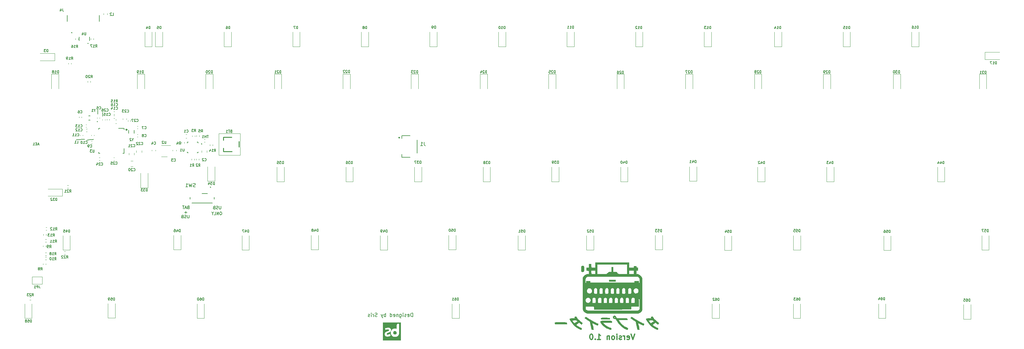
<source format=gbr>
%TF.GenerationSoftware,KiCad,Pcbnew,7.0.1-0*%
%TF.CreationDate,2023-07-30T23:25:48+05:30*%
%TF.ProjectId,Keyboard_60%,4b657962-6f61-4726-945f-3630252e6b69,rev?*%
%TF.SameCoordinates,Original*%
%TF.FileFunction,Legend,Bot*%
%TF.FilePolarity,Positive*%
%FSLAX46Y46*%
G04 Gerber Fmt 4.6, Leading zero omitted, Abs format (unit mm)*
G04 Created by KiCad (PCBNEW 7.0.1-0) date 2023-07-30 23:25:48*
%MOMM*%
%LPD*%
G01*
G04 APERTURE LIST*
%ADD10C,0.150000*%
%ADD11C,0.200000*%
%ADD12C,0.300000*%
%ADD13C,0.120000*%
%ADD14C,0.127000*%
%ADD15C,0.100000*%
%ADD16C,0.254000*%
G04 APERTURE END LIST*
D10*
X68465000Y-91700000D02*
X67565000Y-91900000D01*
X64865000Y-91700000D02*
X64565000Y-91800000D01*
X69265000Y-91700000D02*
X68465000Y-91700000D01*
X69265000Y-91500000D02*
X69265000Y-91700000D01*
X66965000Y-91600000D02*
X64865000Y-91700000D01*
X70565000Y-83400000D02*
X70565000Y-84600000D01*
X71965000Y-85200000D02*
X71965000Y-84100000D01*
D11*
X104674523Y-110202095D02*
X104674523Y-110849714D01*
X104674523Y-110849714D02*
X104636428Y-110925904D01*
X104636428Y-110925904D02*
X104598333Y-110964000D01*
X104598333Y-110964000D02*
X104522142Y-111002095D01*
X104522142Y-111002095D02*
X104369761Y-111002095D01*
X104369761Y-111002095D02*
X104293571Y-110964000D01*
X104293571Y-110964000D02*
X104255476Y-110925904D01*
X104255476Y-110925904D02*
X104217380Y-110849714D01*
X104217380Y-110849714D02*
X104217380Y-110202095D01*
X103874524Y-110964000D02*
X103760238Y-111002095D01*
X103760238Y-111002095D02*
X103569762Y-111002095D01*
X103569762Y-111002095D02*
X103493571Y-110964000D01*
X103493571Y-110964000D02*
X103455476Y-110925904D01*
X103455476Y-110925904D02*
X103417381Y-110849714D01*
X103417381Y-110849714D02*
X103417381Y-110773523D01*
X103417381Y-110773523D02*
X103455476Y-110697333D01*
X103455476Y-110697333D02*
X103493571Y-110659238D01*
X103493571Y-110659238D02*
X103569762Y-110621142D01*
X103569762Y-110621142D02*
X103722143Y-110583047D01*
X103722143Y-110583047D02*
X103798333Y-110544952D01*
X103798333Y-110544952D02*
X103836428Y-110506857D01*
X103836428Y-110506857D02*
X103874524Y-110430666D01*
X103874524Y-110430666D02*
X103874524Y-110354476D01*
X103874524Y-110354476D02*
X103836428Y-110278285D01*
X103836428Y-110278285D02*
X103798333Y-110240190D01*
X103798333Y-110240190D02*
X103722143Y-110202095D01*
X103722143Y-110202095D02*
X103531666Y-110202095D01*
X103531666Y-110202095D02*
X103417381Y-110240190D01*
X102807857Y-110583047D02*
X102693571Y-110621142D01*
X102693571Y-110621142D02*
X102655476Y-110659238D01*
X102655476Y-110659238D02*
X102617380Y-110735428D01*
X102617380Y-110735428D02*
X102617380Y-110849714D01*
X102617380Y-110849714D02*
X102655476Y-110925904D01*
X102655476Y-110925904D02*
X102693571Y-110964000D01*
X102693571Y-110964000D02*
X102769761Y-111002095D01*
X102769761Y-111002095D02*
X103074523Y-111002095D01*
X103074523Y-111002095D02*
X103074523Y-110202095D01*
X103074523Y-110202095D02*
X102807857Y-110202095D01*
X102807857Y-110202095D02*
X102731666Y-110240190D01*
X102731666Y-110240190D02*
X102693571Y-110278285D01*
X102693571Y-110278285D02*
X102655476Y-110354476D01*
X102655476Y-110354476D02*
X102655476Y-110430666D01*
X102655476Y-110430666D02*
X102693571Y-110506857D01*
X102693571Y-110506857D02*
X102731666Y-110544952D01*
X102731666Y-110544952D02*
X102807857Y-110583047D01*
X102807857Y-110583047D02*
X103074523Y-110583047D01*
D10*
X157826904Y-140877619D02*
X157826904Y-139877619D01*
X157826904Y-139877619D02*
X157588809Y-139877619D01*
X157588809Y-139877619D02*
X157445952Y-139925238D01*
X157445952Y-139925238D02*
X157350714Y-140020476D01*
X157350714Y-140020476D02*
X157303095Y-140115714D01*
X157303095Y-140115714D02*
X157255476Y-140306190D01*
X157255476Y-140306190D02*
X157255476Y-140449047D01*
X157255476Y-140449047D02*
X157303095Y-140639523D01*
X157303095Y-140639523D02*
X157350714Y-140734761D01*
X157350714Y-140734761D02*
X157445952Y-140830000D01*
X157445952Y-140830000D02*
X157588809Y-140877619D01*
X157588809Y-140877619D02*
X157826904Y-140877619D01*
X156445952Y-140830000D02*
X156541190Y-140877619D01*
X156541190Y-140877619D02*
X156731666Y-140877619D01*
X156731666Y-140877619D02*
X156826904Y-140830000D01*
X156826904Y-140830000D02*
X156874523Y-140734761D01*
X156874523Y-140734761D02*
X156874523Y-140353809D01*
X156874523Y-140353809D02*
X156826904Y-140258571D01*
X156826904Y-140258571D02*
X156731666Y-140210952D01*
X156731666Y-140210952D02*
X156541190Y-140210952D01*
X156541190Y-140210952D02*
X156445952Y-140258571D01*
X156445952Y-140258571D02*
X156398333Y-140353809D01*
X156398333Y-140353809D02*
X156398333Y-140449047D01*
X156398333Y-140449047D02*
X156874523Y-140544285D01*
X156017380Y-140830000D02*
X155922142Y-140877619D01*
X155922142Y-140877619D02*
X155731666Y-140877619D01*
X155731666Y-140877619D02*
X155636428Y-140830000D01*
X155636428Y-140830000D02*
X155588809Y-140734761D01*
X155588809Y-140734761D02*
X155588809Y-140687142D01*
X155588809Y-140687142D02*
X155636428Y-140591904D01*
X155636428Y-140591904D02*
X155731666Y-140544285D01*
X155731666Y-140544285D02*
X155874523Y-140544285D01*
X155874523Y-140544285D02*
X155969761Y-140496666D01*
X155969761Y-140496666D02*
X156017380Y-140401428D01*
X156017380Y-140401428D02*
X156017380Y-140353809D01*
X156017380Y-140353809D02*
X155969761Y-140258571D01*
X155969761Y-140258571D02*
X155874523Y-140210952D01*
X155874523Y-140210952D02*
X155731666Y-140210952D01*
X155731666Y-140210952D02*
X155636428Y-140258571D01*
X155160237Y-140877619D02*
X155160237Y-140210952D01*
X155160237Y-139877619D02*
X155207856Y-139925238D01*
X155207856Y-139925238D02*
X155160237Y-139972857D01*
X155160237Y-139972857D02*
X155112618Y-139925238D01*
X155112618Y-139925238D02*
X155160237Y-139877619D01*
X155160237Y-139877619D02*
X155160237Y-139972857D01*
X154255476Y-140210952D02*
X154255476Y-141020476D01*
X154255476Y-141020476D02*
X154303095Y-141115714D01*
X154303095Y-141115714D02*
X154350714Y-141163333D01*
X154350714Y-141163333D02*
X154445952Y-141210952D01*
X154445952Y-141210952D02*
X154588809Y-141210952D01*
X154588809Y-141210952D02*
X154684047Y-141163333D01*
X154255476Y-140830000D02*
X154350714Y-140877619D01*
X154350714Y-140877619D02*
X154541190Y-140877619D01*
X154541190Y-140877619D02*
X154636428Y-140830000D01*
X154636428Y-140830000D02*
X154684047Y-140782380D01*
X154684047Y-140782380D02*
X154731666Y-140687142D01*
X154731666Y-140687142D02*
X154731666Y-140401428D01*
X154731666Y-140401428D02*
X154684047Y-140306190D01*
X154684047Y-140306190D02*
X154636428Y-140258571D01*
X154636428Y-140258571D02*
X154541190Y-140210952D01*
X154541190Y-140210952D02*
X154350714Y-140210952D01*
X154350714Y-140210952D02*
X154255476Y-140258571D01*
X153779285Y-140210952D02*
X153779285Y-140877619D01*
X153779285Y-140306190D02*
X153731666Y-140258571D01*
X153731666Y-140258571D02*
X153636428Y-140210952D01*
X153636428Y-140210952D02*
X153493571Y-140210952D01*
X153493571Y-140210952D02*
X153398333Y-140258571D01*
X153398333Y-140258571D02*
X153350714Y-140353809D01*
X153350714Y-140353809D02*
X153350714Y-140877619D01*
X152493571Y-140830000D02*
X152588809Y-140877619D01*
X152588809Y-140877619D02*
X152779285Y-140877619D01*
X152779285Y-140877619D02*
X152874523Y-140830000D01*
X152874523Y-140830000D02*
X152922142Y-140734761D01*
X152922142Y-140734761D02*
X152922142Y-140353809D01*
X152922142Y-140353809D02*
X152874523Y-140258571D01*
X152874523Y-140258571D02*
X152779285Y-140210952D01*
X152779285Y-140210952D02*
X152588809Y-140210952D01*
X152588809Y-140210952D02*
X152493571Y-140258571D01*
X152493571Y-140258571D02*
X152445952Y-140353809D01*
X152445952Y-140353809D02*
X152445952Y-140449047D01*
X152445952Y-140449047D02*
X152922142Y-140544285D01*
X151588809Y-140877619D02*
X151588809Y-139877619D01*
X151588809Y-140830000D02*
X151684047Y-140877619D01*
X151684047Y-140877619D02*
X151874523Y-140877619D01*
X151874523Y-140877619D02*
X151969761Y-140830000D01*
X151969761Y-140830000D02*
X152017380Y-140782380D01*
X152017380Y-140782380D02*
X152064999Y-140687142D01*
X152064999Y-140687142D02*
X152064999Y-140401428D01*
X152064999Y-140401428D02*
X152017380Y-140306190D01*
X152017380Y-140306190D02*
X151969761Y-140258571D01*
X151969761Y-140258571D02*
X151874523Y-140210952D01*
X151874523Y-140210952D02*
X151684047Y-140210952D01*
X151684047Y-140210952D02*
X151588809Y-140258571D01*
X150350713Y-140877619D02*
X150350713Y-139877619D01*
X150350713Y-140258571D02*
X150255475Y-140210952D01*
X150255475Y-140210952D02*
X150064999Y-140210952D01*
X150064999Y-140210952D02*
X149969761Y-140258571D01*
X149969761Y-140258571D02*
X149922142Y-140306190D01*
X149922142Y-140306190D02*
X149874523Y-140401428D01*
X149874523Y-140401428D02*
X149874523Y-140687142D01*
X149874523Y-140687142D02*
X149922142Y-140782380D01*
X149922142Y-140782380D02*
X149969761Y-140830000D01*
X149969761Y-140830000D02*
X150064999Y-140877619D01*
X150064999Y-140877619D02*
X150255475Y-140877619D01*
X150255475Y-140877619D02*
X150350713Y-140830000D01*
X149541189Y-140210952D02*
X149303094Y-140877619D01*
X149064999Y-140210952D02*
X149303094Y-140877619D01*
X149303094Y-140877619D02*
X149398332Y-141115714D01*
X149398332Y-141115714D02*
X149445951Y-141163333D01*
X149445951Y-141163333D02*
X149541189Y-141210952D01*
X147969760Y-140830000D02*
X147826903Y-140877619D01*
X147826903Y-140877619D02*
X147588808Y-140877619D01*
X147588808Y-140877619D02*
X147493570Y-140830000D01*
X147493570Y-140830000D02*
X147445951Y-140782380D01*
X147445951Y-140782380D02*
X147398332Y-140687142D01*
X147398332Y-140687142D02*
X147398332Y-140591904D01*
X147398332Y-140591904D02*
X147445951Y-140496666D01*
X147445951Y-140496666D02*
X147493570Y-140449047D01*
X147493570Y-140449047D02*
X147588808Y-140401428D01*
X147588808Y-140401428D02*
X147779284Y-140353809D01*
X147779284Y-140353809D02*
X147874522Y-140306190D01*
X147874522Y-140306190D02*
X147922141Y-140258571D01*
X147922141Y-140258571D02*
X147969760Y-140163333D01*
X147969760Y-140163333D02*
X147969760Y-140068095D01*
X147969760Y-140068095D02*
X147922141Y-139972857D01*
X147922141Y-139972857D02*
X147874522Y-139925238D01*
X147874522Y-139925238D02*
X147779284Y-139877619D01*
X147779284Y-139877619D02*
X147541189Y-139877619D01*
X147541189Y-139877619D02*
X147398332Y-139925238D01*
X146969760Y-140877619D02*
X146969760Y-140210952D01*
X146969760Y-140401428D02*
X146922141Y-140306190D01*
X146922141Y-140306190D02*
X146874522Y-140258571D01*
X146874522Y-140258571D02*
X146779284Y-140210952D01*
X146779284Y-140210952D02*
X146684046Y-140210952D01*
X146350712Y-140877619D02*
X146350712Y-140210952D01*
X146350712Y-139877619D02*
X146398331Y-139925238D01*
X146398331Y-139925238D02*
X146350712Y-139972857D01*
X146350712Y-139972857D02*
X146303093Y-139925238D01*
X146303093Y-139925238D02*
X146350712Y-139877619D01*
X146350712Y-139877619D02*
X146350712Y-139972857D01*
X145922141Y-140830000D02*
X145826903Y-140877619D01*
X145826903Y-140877619D02*
X145636427Y-140877619D01*
X145636427Y-140877619D02*
X145541189Y-140830000D01*
X145541189Y-140830000D02*
X145493570Y-140734761D01*
X145493570Y-140734761D02*
X145493570Y-140687142D01*
X145493570Y-140687142D02*
X145541189Y-140591904D01*
X145541189Y-140591904D02*
X145636427Y-140544285D01*
X145636427Y-140544285D02*
X145779284Y-140544285D01*
X145779284Y-140544285D02*
X145874522Y-140496666D01*
X145874522Y-140496666D02*
X145922141Y-140401428D01*
X145922141Y-140401428D02*
X145922141Y-140353809D01*
X145922141Y-140353809D02*
X145874522Y-140258571D01*
X145874522Y-140258571D02*
X145779284Y-140210952D01*
X145779284Y-140210952D02*
X145636427Y-140210952D01*
X145636427Y-140210952D02*
X145541189Y-140258571D01*
D11*
X104722142Y-111802095D02*
X104569761Y-111802095D01*
X104569761Y-111802095D02*
X104493571Y-111840190D01*
X104493571Y-111840190D02*
X104417380Y-111916380D01*
X104417380Y-111916380D02*
X104379285Y-112068761D01*
X104379285Y-112068761D02*
X104379285Y-112335428D01*
X104379285Y-112335428D02*
X104417380Y-112487809D01*
X104417380Y-112487809D02*
X104493571Y-112564000D01*
X104493571Y-112564000D02*
X104569761Y-112602095D01*
X104569761Y-112602095D02*
X104722142Y-112602095D01*
X104722142Y-112602095D02*
X104798333Y-112564000D01*
X104798333Y-112564000D02*
X104874523Y-112487809D01*
X104874523Y-112487809D02*
X104912619Y-112335428D01*
X104912619Y-112335428D02*
X104912619Y-112068761D01*
X104912619Y-112068761D02*
X104874523Y-111916380D01*
X104874523Y-111916380D02*
X104798333Y-111840190D01*
X104798333Y-111840190D02*
X104722142Y-111802095D01*
X104036428Y-112602095D02*
X104036428Y-111802095D01*
X104036428Y-111802095D02*
X103579285Y-112602095D01*
X103579285Y-112602095D02*
X103579285Y-111802095D01*
X102817381Y-112602095D02*
X103198333Y-112602095D01*
X103198333Y-112602095D02*
X103198333Y-111802095D01*
X102398333Y-112221142D02*
X102398333Y-112602095D01*
X102665000Y-111802095D02*
X102398333Y-112221142D01*
X102398333Y-112221142D02*
X102131667Y-111802095D01*
D12*
X219322142Y-145716428D02*
X218822142Y-147216428D01*
X218822142Y-147216428D02*
X218322142Y-145716428D01*
X217250714Y-147145000D02*
X217393571Y-147216428D01*
X217393571Y-147216428D02*
X217679286Y-147216428D01*
X217679286Y-147216428D02*
X217822143Y-147145000D01*
X217822143Y-147145000D02*
X217893571Y-147002142D01*
X217893571Y-147002142D02*
X217893571Y-146430714D01*
X217893571Y-146430714D02*
X217822143Y-146287857D01*
X217822143Y-146287857D02*
X217679286Y-146216428D01*
X217679286Y-146216428D02*
X217393571Y-146216428D01*
X217393571Y-146216428D02*
X217250714Y-146287857D01*
X217250714Y-146287857D02*
X217179286Y-146430714D01*
X217179286Y-146430714D02*
X217179286Y-146573571D01*
X217179286Y-146573571D02*
X217893571Y-146716428D01*
X216536429Y-147216428D02*
X216536429Y-146216428D01*
X216536429Y-146502142D02*
X216465000Y-146359285D01*
X216465000Y-146359285D02*
X216393572Y-146287857D01*
X216393572Y-146287857D02*
X216250714Y-146216428D01*
X216250714Y-146216428D02*
X216107857Y-146216428D01*
X215679286Y-147145000D02*
X215536429Y-147216428D01*
X215536429Y-147216428D02*
X215250715Y-147216428D01*
X215250715Y-147216428D02*
X215107858Y-147145000D01*
X215107858Y-147145000D02*
X215036429Y-147002142D01*
X215036429Y-147002142D02*
X215036429Y-146930714D01*
X215036429Y-146930714D02*
X215107858Y-146787857D01*
X215107858Y-146787857D02*
X215250715Y-146716428D01*
X215250715Y-146716428D02*
X215465001Y-146716428D01*
X215465001Y-146716428D02*
X215607858Y-146645000D01*
X215607858Y-146645000D02*
X215679286Y-146502142D01*
X215679286Y-146502142D02*
X215679286Y-146430714D01*
X215679286Y-146430714D02*
X215607858Y-146287857D01*
X215607858Y-146287857D02*
X215465001Y-146216428D01*
X215465001Y-146216428D02*
X215250715Y-146216428D01*
X215250715Y-146216428D02*
X215107858Y-146287857D01*
X214393572Y-147216428D02*
X214393572Y-146216428D01*
X214393572Y-145716428D02*
X214465000Y-145787857D01*
X214465000Y-145787857D02*
X214393572Y-145859285D01*
X214393572Y-145859285D02*
X214322143Y-145787857D01*
X214322143Y-145787857D02*
X214393572Y-145716428D01*
X214393572Y-145716428D02*
X214393572Y-145859285D01*
X213465000Y-147216428D02*
X213607857Y-147145000D01*
X213607857Y-147145000D02*
X213679286Y-147073571D01*
X213679286Y-147073571D02*
X213750714Y-146930714D01*
X213750714Y-146930714D02*
X213750714Y-146502142D01*
X213750714Y-146502142D02*
X213679286Y-146359285D01*
X213679286Y-146359285D02*
X213607857Y-146287857D01*
X213607857Y-146287857D02*
X213465000Y-146216428D01*
X213465000Y-146216428D02*
X213250714Y-146216428D01*
X213250714Y-146216428D02*
X213107857Y-146287857D01*
X213107857Y-146287857D02*
X213036429Y-146359285D01*
X213036429Y-146359285D02*
X212965000Y-146502142D01*
X212965000Y-146502142D02*
X212965000Y-146930714D01*
X212965000Y-146930714D02*
X213036429Y-147073571D01*
X213036429Y-147073571D02*
X213107857Y-147145000D01*
X213107857Y-147145000D02*
X213250714Y-147216428D01*
X213250714Y-147216428D02*
X213465000Y-147216428D01*
X212322143Y-146216428D02*
X212322143Y-147216428D01*
X212322143Y-146359285D02*
X212250714Y-146287857D01*
X212250714Y-146287857D02*
X212107857Y-146216428D01*
X212107857Y-146216428D02*
X211893571Y-146216428D01*
X211893571Y-146216428D02*
X211750714Y-146287857D01*
X211750714Y-146287857D02*
X211679286Y-146430714D01*
X211679286Y-146430714D02*
X211679286Y-147216428D01*
X209036428Y-147216428D02*
X209893571Y-147216428D01*
X209465000Y-147216428D02*
X209465000Y-145716428D01*
X209465000Y-145716428D02*
X209607857Y-145930714D01*
X209607857Y-145930714D02*
X209750714Y-146073571D01*
X209750714Y-146073571D02*
X209893571Y-146145000D01*
X208393572Y-147073571D02*
X208322143Y-147145000D01*
X208322143Y-147145000D02*
X208393572Y-147216428D01*
X208393572Y-147216428D02*
X208465000Y-147145000D01*
X208465000Y-147145000D02*
X208393572Y-147073571D01*
X208393572Y-147073571D02*
X208393572Y-147216428D01*
X207393571Y-145716428D02*
X207250714Y-145716428D01*
X207250714Y-145716428D02*
X207107857Y-145787857D01*
X207107857Y-145787857D02*
X207036429Y-145859285D01*
X207036429Y-145859285D02*
X206965000Y-146002142D01*
X206965000Y-146002142D02*
X206893571Y-146287857D01*
X206893571Y-146287857D02*
X206893571Y-146645000D01*
X206893571Y-146645000D02*
X206965000Y-146930714D01*
X206965000Y-146930714D02*
X207036429Y-147073571D01*
X207036429Y-147073571D02*
X207107857Y-147145000D01*
X207107857Y-147145000D02*
X207250714Y-147216428D01*
X207250714Y-147216428D02*
X207393571Y-147216428D01*
X207393571Y-147216428D02*
X207536429Y-147145000D01*
X207536429Y-147145000D02*
X207607857Y-147073571D01*
X207607857Y-147073571D02*
X207679286Y-146930714D01*
X207679286Y-146930714D02*
X207750714Y-146645000D01*
X207750714Y-146645000D02*
X207750714Y-146287857D01*
X207750714Y-146287857D02*
X207679286Y-146002142D01*
X207679286Y-146002142D02*
X207607857Y-145859285D01*
X207607857Y-145859285D02*
X207536429Y-145787857D01*
X207536429Y-145787857D02*
X207393571Y-145716428D01*
D11*
X95607857Y-110491047D02*
X95493571Y-110529142D01*
X95493571Y-110529142D02*
X95455476Y-110567238D01*
X95455476Y-110567238D02*
X95417380Y-110643428D01*
X95417380Y-110643428D02*
X95417380Y-110757714D01*
X95417380Y-110757714D02*
X95455476Y-110833904D01*
X95455476Y-110833904D02*
X95493571Y-110872000D01*
X95493571Y-110872000D02*
X95569761Y-110910095D01*
X95569761Y-110910095D02*
X95874523Y-110910095D01*
X95874523Y-110910095D02*
X95874523Y-110110095D01*
X95874523Y-110110095D02*
X95607857Y-110110095D01*
X95607857Y-110110095D02*
X95531666Y-110148190D01*
X95531666Y-110148190D02*
X95493571Y-110186285D01*
X95493571Y-110186285D02*
X95455476Y-110262476D01*
X95455476Y-110262476D02*
X95455476Y-110338666D01*
X95455476Y-110338666D02*
X95493571Y-110414857D01*
X95493571Y-110414857D02*
X95531666Y-110452952D01*
X95531666Y-110452952D02*
X95607857Y-110491047D01*
X95607857Y-110491047D02*
X95874523Y-110491047D01*
X95112619Y-110681523D02*
X94731666Y-110681523D01*
X95188809Y-110910095D02*
X94922142Y-110110095D01*
X94922142Y-110110095D02*
X94655476Y-110910095D01*
X94503095Y-110110095D02*
X94045952Y-110110095D01*
X94274524Y-110910095D02*
X94274524Y-110110095D01*
X95264999Y-111901333D02*
X94655476Y-111901333D01*
X94960237Y-112206095D02*
X94960237Y-111596571D01*
X95874523Y-112702095D02*
X95874523Y-113349714D01*
X95874523Y-113349714D02*
X95836428Y-113425904D01*
X95836428Y-113425904D02*
X95798333Y-113464000D01*
X95798333Y-113464000D02*
X95722142Y-113502095D01*
X95722142Y-113502095D02*
X95569761Y-113502095D01*
X95569761Y-113502095D02*
X95493571Y-113464000D01*
X95493571Y-113464000D02*
X95455476Y-113425904D01*
X95455476Y-113425904D02*
X95417380Y-113349714D01*
X95417380Y-113349714D02*
X95417380Y-112702095D01*
X95074524Y-113464000D02*
X94960238Y-113502095D01*
X94960238Y-113502095D02*
X94769762Y-113502095D01*
X94769762Y-113502095D02*
X94693571Y-113464000D01*
X94693571Y-113464000D02*
X94655476Y-113425904D01*
X94655476Y-113425904D02*
X94617381Y-113349714D01*
X94617381Y-113349714D02*
X94617381Y-113273523D01*
X94617381Y-113273523D02*
X94655476Y-113197333D01*
X94655476Y-113197333D02*
X94693571Y-113159238D01*
X94693571Y-113159238D02*
X94769762Y-113121142D01*
X94769762Y-113121142D02*
X94922143Y-113083047D01*
X94922143Y-113083047D02*
X94998333Y-113044952D01*
X94998333Y-113044952D02*
X95036428Y-113006857D01*
X95036428Y-113006857D02*
X95074524Y-112930666D01*
X95074524Y-112930666D02*
X95074524Y-112854476D01*
X95074524Y-112854476D02*
X95036428Y-112778285D01*
X95036428Y-112778285D02*
X94998333Y-112740190D01*
X94998333Y-112740190D02*
X94922143Y-112702095D01*
X94922143Y-112702095D02*
X94731666Y-112702095D01*
X94731666Y-112702095D02*
X94617381Y-112740190D01*
X94007857Y-113083047D02*
X93893571Y-113121142D01*
X93893571Y-113121142D02*
X93855476Y-113159238D01*
X93855476Y-113159238D02*
X93817380Y-113235428D01*
X93817380Y-113235428D02*
X93817380Y-113349714D01*
X93817380Y-113349714D02*
X93855476Y-113425904D01*
X93855476Y-113425904D02*
X93893571Y-113464000D01*
X93893571Y-113464000D02*
X93969761Y-113502095D01*
X93969761Y-113502095D02*
X94274523Y-113502095D01*
X94274523Y-113502095D02*
X94274523Y-112702095D01*
X94274523Y-112702095D02*
X94007857Y-112702095D01*
X94007857Y-112702095D02*
X93931666Y-112740190D01*
X93931666Y-112740190D02*
X93893571Y-112778285D01*
X93893571Y-112778285D02*
X93855476Y-112854476D01*
X93855476Y-112854476D02*
X93855476Y-112930666D01*
X93855476Y-112930666D02*
X93893571Y-113006857D01*
X93893571Y-113006857D02*
X93931666Y-113044952D01*
X93931666Y-113044952D02*
X94007857Y-113083047D01*
X94007857Y-113083047D02*
X94274523Y-113083047D01*
D10*
%TO.C,C5*%
X70981666Y-83157166D02*
X71014999Y-83190500D01*
X71014999Y-83190500D02*
X71114999Y-83223833D01*
X71114999Y-83223833D02*
X71181666Y-83223833D01*
X71181666Y-83223833D02*
X71281666Y-83190500D01*
X71281666Y-83190500D02*
X71348333Y-83123833D01*
X71348333Y-83123833D02*
X71381666Y-83057166D01*
X71381666Y-83057166D02*
X71414999Y-82923833D01*
X71414999Y-82923833D02*
X71414999Y-82823833D01*
X71414999Y-82823833D02*
X71381666Y-82690500D01*
X71381666Y-82690500D02*
X71348333Y-82623833D01*
X71348333Y-82623833D02*
X71281666Y-82557166D01*
X71281666Y-82557166D02*
X71181666Y-82523833D01*
X71181666Y-82523833D02*
X71114999Y-82523833D01*
X71114999Y-82523833D02*
X71014999Y-82557166D01*
X71014999Y-82557166D02*
X70981666Y-82590500D01*
X70348333Y-82523833D02*
X70681666Y-82523833D01*
X70681666Y-82523833D02*
X70714999Y-82857166D01*
X70714999Y-82857166D02*
X70681666Y-82823833D01*
X70681666Y-82823833D02*
X70614999Y-82790500D01*
X70614999Y-82790500D02*
X70448333Y-82790500D01*
X70448333Y-82790500D02*
X70381666Y-82823833D01*
X70381666Y-82823833D02*
X70348333Y-82857166D01*
X70348333Y-82857166D02*
X70314999Y-82923833D01*
X70314999Y-82923833D02*
X70314999Y-83090500D01*
X70314999Y-83090500D02*
X70348333Y-83157166D01*
X70348333Y-83157166D02*
X70381666Y-83190500D01*
X70381666Y-83190500D02*
X70448333Y-83223833D01*
X70448333Y-83223833D02*
X70614999Y-83223833D01*
X70614999Y-83223833D02*
X70681666Y-83190500D01*
X70681666Y-83190500D02*
X70714999Y-83157166D01*
%TO.C,D47*%
X112415000Y-117423833D02*
X112415000Y-116723833D01*
X112415000Y-116723833D02*
X112248333Y-116723833D01*
X112248333Y-116723833D02*
X112148333Y-116757166D01*
X112148333Y-116757166D02*
X112081667Y-116823833D01*
X112081667Y-116823833D02*
X112048333Y-116890500D01*
X112048333Y-116890500D02*
X112015000Y-117023833D01*
X112015000Y-117023833D02*
X112015000Y-117123833D01*
X112015000Y-117123833D02*
X112048333Y-117257166D01*
X112048333Y-117257166D02*
X112081667Y-117323833D01*
X112081667Y-117323833D02*
X112148333Y-117390500D01*
X112148333Y-117390500D02*
X112248333Y-117423833D01*
X112248333Y-117423833D02*
X112415000Y-117423833D01*
X111415000Y-116957166D02*
X111415000Y-117423833D01*
X111581667Y-116690500D02*
X111748333Y-117190500D01*
X111748333Y-117190500D02*
X111315000Y-117190500D01*
X111115000Y-116723833D02*
X110648333Y-116723833D01*
X110648333Y-116723833D02*
X110948333Y-117423833D01*
%TO.C,D4*%
X85081666Y-60923833D02*
X85081666Y-60223833D01*
X85081666Y-60223833D02*
X84914999Y-60223833D01*
X84914999Y-60223833D02*
X84814999Y-60257166D01*
X84814999Y-60257166D02*
X84748333Y-60323833D01*
X84748333Y-60323833D02*
X84714999Y-60390500D01*
X84714999Y-60390500D02*
X84681666Y-60523833D01*
X84681666Y-60523833D02*
X84681666Y-60623833D01*
X84681666Y-60623833D02*
X84714999Y-60757166D01*
X84714999Y-60757166D02*
X84748333Y-60823833D01*
X84748333Y-60823833D02*
X84814999Y-60890500D01*
X84814999Y-60890500D02*
X84914999Y-60923833D01*
X84914999Y-60923833D02*
X85081666Y-60923833D01*
X84081666Y-60457166D02*
X84081666Y-60923833D01*
X84248333Y-60190500D02*
X84414999Y-60690500D01*
X84414999Y-60690500D02*
X83981666Y-60690500D01*
%TO.C,C14*%
X75615000Y-83257166D02*
X75648333Y-83290500D01*
X75648333Y-83290500D02*
X75748333Y-83323833D01*
X75748333Y-83323833D02*
X75815000Y-83323833D01*
X75815000Y-83323833D02*
X75915000Y-83290500D01*
X75915000Y-83290500D02*
X75981667Y-83223833D01*
X75981667Y-83223833D02*
X76015000Y-83157166D01*
X76015000Y-83157166D02*
X76048333Y-83023833D01*
X76048333Y-83023833D02*
X76048333Y-82923833D01*
X76048333Y-82923833D02*
X76015000Y-82790500D01*
X76015000Y-82790500D02*
X75981667Y-82723833D01*
X75981667Y-82723833D02*
X75915000Y-82657166D01*
X75915000Y-82657166D02*
X75815000Y-82623833D01*
X75815000Y-82623833D02*
X75748333Y-82623833D01*
X75748333Y-82623833D02*
X75648333Y-82657166D01*
X75648333Y-82657166D02*
X75615000Y-82690500D01*
X74948333Y-83323833D02*
X75348333Y-83323833D01*
X75148333Y-83323833D02*
X75148333Y-82623833D01*
X75148333Y-82623833D02*
X75215000Y-82723833D01*
X75215000Y-82723833D02*
X75281667Y-82790500D01*
X75281667Y-82790500D02*
X75348333Y-82823833D01*
X74348333Y-82857166D02*
X74348333Y-83323833D01*
X74515000Y-82590500D02*
X74681666Y-83090500D01*
X74681666Y-83090500D02*
X74248333Y-83090500D01*
%TO.C,D31*%
X316715000Y-73323833D02*
X316715000Y-72623833D01*
X316715000Y-72623833D02*
X316548333Y-72623833D01*
X316548333Y-72623833D02*
X316448333Y-72657166D01*
X316448333Y-72657166D02*
X316381667Y-72723833D01*
X316381667Y-72723833D02*
X316348333Y-72790500D01*
X316348333Y-72790500D02*
X316315000Y-72923833D01*
X316315000Y-72923833D02*
X316315000Y-73023833D01*
X316315000Y-73023833D02*
X316348333Y-73157166D01*
X316348333Y-73157166D02*
X316381667Y-73223833D01*
X316381667Y-73223833D02*
X316448333Y-73290500D01*
X316448333Y-73290500D02*
X316548333Y-73323833D01*
X316548333Y-73323833D02*
X316715000Y-73323833D01*
X316081667Y-72623833D02*
X315648333Y-72623833D01*
X315648333Y-72623833D02*
X315881667Y-72890500D01*
X315881667Y-72890500D02*
X315781667Y-72890500D01*
X315781667Y-72890500D02*
X315715000Y-72923833D01*
X315715000Y-72923833D02*
X315681667Y-72957166D01*
X315681667Y-72957166D02*
X315648333Y-73023833D01*
X315648333Y-73023833D02*
X315648333Y-73190500D01*
X315648333Y-73190500D02*
X315681667Y-73257166D01*
X315681667Y-73257166D02*
X315715000Y-73290500D01*
X315715000Y-73290500D02*
X315781667Y-73323833D01*
X315781667Y-73323833D02*
X315981667Y-73323833D01*
X315981667Y-73323833D02*
X316048333Y-73290500D01*
X316048333Y-73290500D02*
X316081667Y-73257166D01*
X314981666Y-73323833D02*
X315381666Y-73323833D01*
X315181666Y-73323833D02*
X315181666Y-72623833D01*
X315181666Y-72623833D02*
X315248333Y-72723833D01*
X315248333Y-72723833D02*
X315315000Y-72790500D01*
X315315000Y-72790500D02*
X315381666Y-72823833D01*
%TO.C,U3*%
X69598333Y-94523833D02*
X69598333Y-95090500D01*
X69598333Y-95090500D02*
X69565000Y-95157166D01*
X69565000Y-95157166D02*
X69531666Y-95190500D01*
X69531666Y-95190500D02*
X69465000Y-95223833D01*
X69465000Y-95223833D02*
X69331666Y-95223833D01*
X69331666Y-95223833D02*
X69265000Y-95190500D01*
X69265000Y-95190500D02*
X69231666Y-95157166D01*
X69231666Y-95157166D02*
X69198333Y-95090500D01*
X69198333Y-95090500D02*
X69198333Y-94523833D01*
X68931667Y-94523833D02*
X68498333Y-94523833D01*
X68498333Y-94523833D02*
X68731667Y-94790500D01*
X68731667Y-94790500D02*
X68631667Y-94790500D01*
X68631667Y-94790500D02*
X68565000Y-94823833D01*
X68565000Y-94823833D02*
X68531667Y-94857166D01*
X68531667Y-94857166D02*
X68498333Y-94923833D01*
X68498333Y-94923833D02*
X68498333Y-95090500D01*
X68498333Y-95090500D02*
X68531667Y-95157166D01*
X68531667Y-95157166D02*
X68565000Y-95190500D01*
X68565000Y-95190500D02*
X68631667Y-95223833D01*
X68631667Y-95223833D02*
X68831667Y-95223833D01*
X68831667Y-95223833D02*
X68898333Y-95190500D01*
X68898333Y-95190500D02*
X68931667Y-95157166D01*
%TO.C,C27*%
X81315000Y-86657166D02*
X81348333Y-86690500D01*
X81348333Y-86690500D02*
X81448333Y-86723833D01*
X81448333Y-86723833D02*
X81515000Y-86723833D01*
X81515000Y-86723833D02*
X81615000Y-86690500D01*
X81615000Y-86690500D02*
X81681667Y-86623833D01*
X81681667Y-86623833D02*
X81715000Y-86557166D01*
X81715000Y-86557166D02*
X81748333Y-86423833D01*
X81748333Y-86423833D02*
X81748333Y-86323833D01*
X81748333Y-86323833D02*
X81715000Y-86190500D01*
X81715000Y-86190500D02*
X81681667Y-86123833D01*
X81681667Y-86123833D02*
X81615000Y-86057166D01*
X81615000Y-86057166D02*
X81515000Y-86023833D01*
X81515000Y-86023833D02*
X81448333Y-86023833D01*
X81448333Y-86023833D02*
X81348333Y-86057166D01*
X81348333Y-86057166D02*
X81315000Y-86090500D01*
X81048333Y-86090500D02*
X81015000Y-86057166D01*
X81015000Y-86057166D02*
X80948333Y-86023833D01*
X80948333Y-86023833D02*
X80781667Y-86023833D01*
X80781667Y-86023833D02*
X80715000Y-86057166D01*
X80715000Y-86057166D02*
X80681667Y-86090500D01*
X80681667Y-86090500D02*
X80648333Y-86157166D01*
X80648333Y-86157166D02*
X80648333Y-86223833D01*
X80648333Y-86223833D02*
X80681667Y-86323833D01*
X80681667Y-86323833D02*
X81081667Y-86723833D01*
X81081667Y-86723833D02*
X80648333Y-86723833D01*
X80415000Y-86023833D02*
X79948333Y-86023833D01*
X79948333Y-86023833D02*
X80248333Y-86723833D01*
%TO.C,J1*%
X160998724Y-92361988D02*
X160998724Y-93077112D01*
X160998724Y-93077112D02*
X161046398Y-93220137D01*
X161046398Y-93220137D02*
X161141748Y-93315487D01*
X161141748Y-93315487D02*
X161284773Y-93363161D01*
X161284773Y-93363161D02*
X161380123Y-93363161D01*
X159997551Y-93363161D02*
X160569650Y-93363161D01*
X160283600Y-93363161D02*
X160283600Y-92361988D01*
X160283600Y-92361988D02*
X160378950Y-92505013D01*
X160378950Y-92505013D02*
X160474300Y-92600363D01*
X160474300Y-92600363D02*
X160569650Y-92648038D01*
%TO.C,D45*%
X62815000Y-117423833D02*
X62815000Y-116723833D01*
X62815000Y-116723833D02*
X62648333Y-116723833D01*
X62648333Y-116723833D02*
X62548333Y-116757166D01*
X62548333Y-116757166D02*
X62481667Y-116823833D01*
X62481667Y-116823833D02*
X62448333Y-116890500D01*
X62448333Y-116890500D02*
X62415000Y-117023833D01*
X62415000Y-117023833D02*
X62415000Y-117123833D01*
X62415000Y-117123833D02*
X62448333Y-117257166D01*
X62448333Y-117257166D02*
X62481667Y-117323833D01*
X62481667Y-117323833D02*
X62548333Y-117390500D01*
X62548333Y-117390500D02*
X62648333Y-117423833D01*
X62648333Y-117423833D02*
X62815000Y-117423833D01*
X61815000Y-116957166D02*
X61815000Y-117423833D01*
X61981667Y-116690500D02*
X62148333Y-117190500D01*
X62148333Y-117190500D02*
X61715000Y-117190500D01*
X61115000Y-116723833D02*
X61448333Y-116723833D01*
X61448333Y-116723833D02*
X61481666Y-117057166D01*
X61481666Y-117057166D02*
X61448333Y-117023833D01*
X61448333Y-117023833D02*
X61381666Y-116990500D01*
X61381666Y-116990500D02*
X61215000Y-116990500D01*
X61215000Y-116990500D02*
X61148333Y-117023833D01*
X61148333Y-117023833D02*
X61115000Y-117057166D01*
X61115000Y-117057166D02*
X61081666Y-117123833D01*
X61081666Y-117123833D02*
X61081666Y-117290500D01*
X61081666Y-117290500D02*
X61115000Y-117357166D01*
X61115000Y-117357166D02*
X61148333Y-117390500D01*
X61148333Y-117390500D02*
X61215000Y-117423833D01*
X61215000Y-117423833D02*
X61381666Y-117423833D01*
X61381666Y-117423833D02*
X61448333Y-117390500D01*
X61448333Y-117390500D02*
X61481666Y-117357166D01*
%TO.C,R23*%
X52315000Y-135123833D02*
X52548333Y-134790500D01*
X52715000Y-135123833D02*
X52715000Y-134423833D01*
X52715000Y-134423833D02*
X52448333Y-134423833D01*
X52448333Y-134423833D02*
X52381667Y-134457166D01*
X52381667Y-134457166D02*
X52348333Y-134490500D01*
X52348333Y-134490500D02*
X52315000Y-134557166D01*
X52315000Y-134557166D02*
X52315000Y-134657166D01*
X52315000Y-134657166D02*
X52348333Y-134723833D01*
X52348333Y-134723833D02*
X52381667Y-134757166D01*
X52381667Y-134757166D02*
X52448333Y-134790500D01*
X52448333Y-134790500D02*
X52715000Y-134790500D01*
X52048333Y-134490500D02*
X52015000Y-134457166D01*
X52015000Y-134457166D02*
X51948333Y-134423833D01*
X51948333Y-134423833D02*
X51781667Y-134423833D01*
X51781667Y-134423833D02*
X51715000Y-134457166D01*
X51715000Y-134457166D02*
X51681667Y-134490500D01*
X51681667Y-134490500D02*
X51648333Y-134557166D01*
X51648333Y-134557166D02*
X51648333Y-134623833D01*
X51648333Y-134623833D02*
X51681667Y-134723833D01*
X51681667Y-134723833D02*
X52081667Y-135123833D01*
X52081667Y-135123833D02*
X51648333Y-135123833D01*
X51415000Y-134423833D02*
X50981666Y-134423833D01*
X50981666Y-134423833D02*
X51215000Y-134690500D01*
X51215000Y-134690500D02*
X51115000Y-134690500D01*
X51115000Y-134690500D02*
X51048333Y-134723833D01*
X51048333Y-134723833D02*
X51015000Y-134757166D01*
X51015000Y-134757166D02*
X50981666Y-134823833D01*
X50981666Y-134823833D02*
X50981666Y-134990500D01*
X50981666Y-134990500D02*
X51015000Y-135057166D01*
X51015000Y-135057166D02*
X51048333Y-135090500D01*
X51048333Y-135090500D02*
X51115000Y-135123833D01*
X51115000Y-135123833D02*
X51315000Y-135123833D01*
X51315000Y-135123833D02*
X51381666Y-135090500D01*
X51381666Y-135090500D02*
X51415000Y-135057166D01*
%TO.C,D9*%
X164181666Y-60823833D02*
X164181666Y-60123833D01*
X164181666Y-60123833D02*
X164014999Y-60123833D01*
X164014999Y-60123833D02*
X163914999Y-60157166D01*
X163914999Y-60157166D02*
X163848333Y-60223833D01*
X163848333Y-60223833D02*
X163814999Y-60290500D01*
X163814999Y-60290500D02*
X163781666Y-60423833D01*
X163781666Y-60423833D02*
X163781666Y-60523833D01*
X163781666Y-60523833D02*
X163814999Y-60657166D01*
X163814999Y-60657166D02*
X163848333Y-60723833D01*
X163848333Y-60723833D02*
X163914999Y-60790500D01*
X163914999Y-60790500D02*
X164014999Y-60823833D01*
X164014999Y-60823833D02*
X164181666Y-60823833D01*
X163448333Y-60823833D02*
X163314999Y-60823833D01*
X163314999Y-60823833D02*
X163248333Y-60790500D01*
X163248333Y-60790500D02*
X163214999Y-60757166D01*
X163214999Y-60757166D02*
X163148333Y-60657166D01*
X163148333Y-60657166D02*
X163114999Y-60523833D01*
X163114999Y-60523833D02*
X163114999Y-60257166D01*
X163114999Y-60257166D02*
X163148333Y-60190500D01*
X163148333Y-60190500D02*
X163181666Y-60157166D01*
X163181666Y-60157166D02*
X163248333Y-60123833D01*
X163248333Y-60123833D02*
X163381666Y-60123833D01*
X163381666Y-60123833D02*
X163448333Y-60157166D01*
X163448333Y-60157166D02*
X163481666Y-60190500D01*
X163481666Y-60190500D02*
X163514999Y-60257166D01*
X163514999Y-60257166D02*
X163514999Y-60423833D01*
X163514999Y-60423833D02*
X163481666Y-60490500D01*
X163481666Y-60490500D02*
X163448333Y-60523833D01*
X163448333Y-60523833D02*
X163381666Y-60557166D01*
X163381666Y-60557166D02*
X163248333Y-60557166D01*
X163248333Y-60557166D02*
X163181666Y-60523833D01*
X163181666Y-60523833D02*
X163148333Y-60490500D01*
X163148333Y-60490500D02*
X163114999Y-60423833D01*
%TO.C,D5*%
X88081666Y-60923833D02*
X88081666Y-60223833D01*
X88081666Y-60223833D02*
X87914999Y-60223833D01*
X87914999Y-60223833D02*
X87814999Y-60257166D01*
X87814999Y-60257166D02*
X87748333Y-60323833D01*
X87748333Y-60323833D02*
X87714999Y-60390500D01*
X87714999Y-60390500D02*
X87681666Y-60523833D01*
X87681666Y-60523833D02*
X87681666Y-60623833D01*
X87681666Y-60623833D02*
X87714999Y-60757166D01*
X87714999Y-60757166D02*
X87748333Y-60823833D01*
X87748333Y-60823833D02*
X87814999Y-60890500D01*
X87814999Y-60890500D02*
X87914999Y-60923833D01*
X87914999Y-60923833D02*
X88081666Y-60923833D01*
X87048333Y-60223833D02*
X87381666Y-60223833D01*
X87381666Y-60223833D02*
X87414999Y-60557166D01*
X87414999Y-60557166D02*
X87381666Y-60523833D01*
X87381666Y-60523833D02*
X87314999Y-60490500D01*
X87314999Y-60490500D02*
X87148333Y-60490500D01*
X87148333Y-60490500D02*
X87081666Y-60523833D01*
X87081666Y-60523833D02*
X87048333Y-60557166D01*
X87048333Y-60557166D02*
X87014999Y-60623833D01*
X87014999Y-60623833D02*
X87014999Y-60790500D01*
X87014999Y-60790500D02*
X87048333Y-60857166D01*
X87048333Y-60857166D02*
X87081666Y-60890500D01*
X87081666Y-60890500D02*
X87148333Y-60923833D01*
X87148333Y-60923833D02*
X87314999Y-60923833D01*
X87314999Y-60923833D02*
X87381666Y-60890500D01*
X87381666Y-60890500D02*
X87414999Y-60857166D01*
%TO.C,D62*%
X242715000Y-136423833D02*
X242715000Y-135723833D01*
X242715000Y-135723833D02*
X242548333Y-135723833D01*
X242548333Y-135723833D02*
X242448333Y-135757166D01*
X242448333Y-135757166D02*
X242381667Y-135823833D01*
X242381667Y-135823833D02*
X242348333Y-135890500D01*
X242348333Y-135890500D02*
X242315000Y-136023833D01*
X242315000Y-136023833D02*
X242315000Y-136123833D01*
X242315000Y-136123833D02*
X242348333Y-136257166D01*
X242348333Y-136257166D02*
X242381667Y-136323833D01*
X242381667Y-136323833D02*
X242448333Y-136390500D01*
X242448333Y-136390500D02*
X242548333Y-136423833D01*
X242548333Y-136423833D02*
X242715000Y-136423833D01*
X241715000Y-135723833D02*
X241848333Y-135723833D01*
X241848333Y-135723833D02*
X241915000Y-135757166D01*
X241915000Y-135757166D02*
X241948333Y-135790500D01*
X241948333Y-135790500D02*
X242015000Y-135890500D01*
X242015000Y-135890500D02*
X242048333Y-136023833D01*
X242048333Y-136023833D02*
X242048333Y-136290500D01*
X242048333Y-136290500D02*
X242015000Y-136357166D01*
X242015000Y-136357166D02*
X241981667Y-136390500D01*
X241981667Y-136390500D02*
X241915000Y-136423833D01*
X241915000Y-136423833D02*
X241781667Y-136423833D01*
X241781667Y-136423833D02*
X241715000Y-136390500D01*
X241715000Y-136390500D02*
X241681667Y-136357166D01*
X241681667Y-136357166D02*
X241648333Y-136290500D01*
X241648333Y-136290500D02*
X241648333Y-136123833D01*
X241648333Y-136123833D02*
X241681667Y-136057166D01*
X241681667Y-136057166D02*
X241715000Y-136023833D01*
X241715000Y-136023833D02*
X241781667Y-135990500D01*
X241781667Y-135990500D02*
X241915000Y-135990500D01*
X241915000Y-135990500D02*
X241981667Y-136023833D01*
X241981667Y-136023833D02*
X242015000Y-136057166D01*
X242015000Y-136057166D02*
X242048333Y-136123833D01*
X241381666Y-135790500D02*
X241348333Y-135757166D01*
X241348333Y-135757166D02*
X241281666Y-135723833D01*
X241281666Y-135723833D02*
X241115000Y-135723833D01*
X241115000Y-135723833D02*
X241048333Y-135757166D01*
X241048333Y-135757166D02*
X241015000Y-135790500D01*
X241015000Y-135790500D02*
X240981666Y-135857166D01*
X240981666Y-135857166D02*
X240981666Y-135923833D01*
X240981666Y-135923833D02*
X241015000Y-136023833D01*
X241015000Y-136023833D02*
X241415000Y-136423833D01*
X241415000Y-136423833D02*
X240981666Y-136423833D01*
%TO.C,D26*%
X216215000Y-73323833D02*
X216215000Y-72623833D01*
X216215000Y-72623833D02*
X216048333Y-72623833D01*
X216048333Y-72623833D02*
X215948333Y-72657166D01*
X215948333Y-72657166D02*
X215881667Y-72723833D01*
X215881667Y-72723833D02*
X215848333Y-72790500D01*
X215848333Y-72790500D02*
X215815000Y-72923833D01*
X215815000Y-72923833D02*
X215815000Y-73023833D01*
X215815000Y-73023833D02*
X215848333Y-73157166D01*
X215848333Y-73157166D02*
X215881667Y-73223833D01*
X215881667Y-73223833D02*
X215948333Y-73290500D01*
X215948333Y-73290500D02*
X216048333Y-73323833D01*
X216048333Y-73323833D02*
X216215000Y-73323833D01*
X215548333Y-72690500D02*
X215515000Y-72657166D01*
X215515000Y-72657166D02*
X215448333Y-72623833D01*
X215448333Y-72623833D02*
X215281667Y-72623833D01*
X215281667Y-72623833D02*
X215215000Y-72657166D01*
X215215000Y-72657166D02*
X215181667Y-72690500D01*
X215181667Y-72690500D02*
X215148333Y-72757166D01*
X215148333Y-72757166D02*
X215148333Y-72823833D01*
X215148333Y-72823833D02*
X215181667Y-72923833D01*
X215181667Y-72923833D02*
X215581667Y-73323833D01*
X215581667Y-73323833D02*
X215148333Y-73323833D01*
X214548333Y-72623833D02*
X214681666Y-72623833D01*
X214681666Y-72623833D02*
X214748333Y-72657166D01*
X214748333Y-72657166D02*
X214781666Y-72690500D01*
X214781666Y-72690500D02*
X214848333Y-72790500D01*
X214848333Y-72790500D02*
X214881666Y-72923833D01*
X214881666Y-72923833D02*
X214881666Y-73190500D01*
X214881666Y-73190500D02*
X214848333Y-73257166D01*
X214848333Y-73257166D02*
X214815000Y-73290500D01*
X214815000Y-73290500D02*
X214748333Y-73323833D01*
X214748333Y-73323833D02*
X214615000Y-73323833D01*
X214615000Y-73323833D02*
X214548333Y-73290500D01*
X214548333Y-73290500D02*
X214515000Y-73257166D01*
X214515000Y-73257166D02*
X214481666Y-73190500D01*
X214481666Y-73190500D02*
X214481666Y-73023833D01*
X214481666Y-73023833D02*
X214515000Y-72957166D01*
X214515000Y-72957166D02*
X214548333Y-72923833D01*
X214548333Y-72923833D02*
X214615000Y-72890500D01*
X214615000Y-72890500D02*
X214748333Y-72890500D01*
X214748333Y-72890500D02*
X214815000Y-72923833D01*
X214815000Y-72923833D02*
X214848333Y-72957166D01*
X214848333Y-72957166D02*
X214881666Y-73023833D01*
%TO.C,C4*%
X86181666Y-92957166D02*
X86214999Y-92990500D01*
X86214999Y-92990500D02*
X86314999Y-93023833D01*
X86314999Y-93023833D02*
X86381666Y-93023833D01*
X86381666Y-93023833D02*
X86481666Y-92990500D01*
X86481666Y-92990500D02*
X86548333Y-92923833D01*
X86548333Y-92923833D02*
X86581666Y-92857166D01*
X86581666Y-92857166D02*
X86614999Y-92723833D01*
X86614999Y-92723833D02*
X86614999Y-92623833D01*
X86614999Y-92623833D02*
X86581666Y-92490500D01*
X86581666Y-92490500D02*
X86548333Y-92423833D01*
X86548333Y-92423833D02*
X86481666Y-92357166D01*
X86481666Y-92357166D02*
X86381666Y-92323833D01*
X86381666Y-92323833D02*
X86314999Y-92323833D01*
X86314999Y-92323833D02*
X86214999Y-92357166D01*
X86214999Y-92357166D02*
X86181666Y-92390500D01*
X85581666Y-92557166D02*
X85581666Y-93023833D01*
X85748333Y-92290500D02*
X85914999Y-92790500D01*
X85914999Y-92790500D02*
X85481666Y-92790500D01*
%TO.C,D21*%
X121315000Y-73223833D02*
X121315000Y-72523833D01*
X121315000Y-72523833D02*
X121148333Y-72523833D01*
X121148333Y-72523833D02*
X121048333Y-72557166D01*
X121048333Y-72557166D02*
X120981667Y-72623833D01*
X120981667Y-72623833D02*
X120948333Y-72690500D01*
X120948333Y-72690500D02*
X120915000Y-72823833D01*
X120915000Y-72823833D02*
X120915000Y-72923833D01*
X120915000Y-72923833D02*
X120948333Y-73057166D01*
X120948333Y-73057166D02*
X120981667Y-73123833D01*
X120981667Y-73123833D02*
X121048333Y-73190500D01*
X121048333Y-73190500D02*
X121148333Y-73223833D01*
X121148333Y-73223833D02*
X121315000Y-73223833D01*
X120648333Y-72590500D02*
X120615000Y-72557166D01*
X120615000Y-72557166D02*
X120548333Y-72523833D01*
X120548333Y-72523833D02*
X120381667Y-72523833D01*
X120381667Y-72523833D02*
X120315000Y-72557166D01*
X120315000Y-72557166D02*
X120281667Y-72590500D01*
X120281667Y-72590500D02*
X120248333Y-72657166D01*
X120248333Y-72657166D02*
X120248333Y-72723833D01*
X120248333Y-72723833D02*
X120281667Y-72823833D01*
X120281667Y-72823833D02*
X120681667Y-73223833D01*
X120681667Y-73223833D02*
X120248333Y-73223833D01*
X119581666Y-73223833D02*
X119981666Y-73223833D01*
X119781666Y-73223833D02*
X119781666Y-72523833D01*
X119781666Y-72523833D02*
X119848333Y-72623833D01*
X119848333Y-72623833D02*
X119915000Y-72690500D01*
X119915000Y-72690500D02*
X119981666Y-72723833D01*
%TO.C,D23*%
X159215000Y-73223833D02*
X159215000Y-72523833D01*
X159215000Y-72523833D02*
X159048333Y-72523833D01*
X159048333Y-72523833D02*
X158948333Y-72557166D01*
X158948333Y-72557166D02*
X158881667Y-72623833D01*
X158881667Y-72623833D02*
X158848333Y-72690500D01*
X158848333Y-72690500D02*
X158815000Y-72823833D01*
X158815000Y-72823833D02*
X158815000Y-72923833D01*
X158815000Y-72923833D02*
X158848333Y-73057166D01*
X158848333Y-73057166D02*
X158881667Y-73123833D01*
X158881667Y-73123833D02*
X158948333Y-73190500D01*
X158948333Y-73190500D02*
X159048333Y-73223833D01*
X159048333Y-73223833D02*
X159215000Y-73223833D01*
X158548333Y-72590500D02*
X158515000Y-72557166D01*
X158515000Y-72557166D02*
X158448333Y-72523833D01*
X158448333Y-72523833D02*
X158281667Y-72523833D01*
X158281667Y-72523833D02*
X158215000Y-72557166D01*
X158215000Y-72557166D02*
X158181667Y-72590500D01*
X158181667Y-72590500D02*
X158148333Y-72657166D01*
X158148333Y-72657166D02*
X158148333Y-72723833D01*
X158148333Y-72723833D02*
X158181667Y-72823833D01*
X158181667Y-72823833D02*
X158581667Y-73223833D01*
X158581667Y-73223833D02*
X158148333Y-73223833D01*
X157915000Y-72523833D02*
X157481666Y-72523833D01*
X157481666Y-72523833D02*
X157715000Y-72790500D01*
X157715000Y-72790500D02*
X157615000Y-72790500D01*
X157615000Y-72790500D02*
X157548333Y-72823833D01*
X157548333Y-72823833D02*
X157515000Y-72857166D01*
X157515000Y-72857166D02*
X157481666Y-72923833D01*
X157481666Y-72923833D02*
X157481666Y-73090500D01*
X157481666Y-73090500D02*
X157515000Y-73157166D01*
X157515000Y-73157166D02*
X157548333Y-73190500D01*
X157548333Y-73190500D02*
X157615000Y-73223833D01*
X157615000Y-73223833D02*
X157815000Y-73223833D01*
X157815000Y-73223833D02*
X157881666Y-73190500D01*
X157881666Y-73190500D02*
X157915000Y-73157166D01*
%TO.C,D39*%
X198215000Y-98323833D02*
X198215000Y-97623833D01*
X198215000Y-97623833D02*
X198048333Y-97623833D01*
X198048333Y-97623833D02*
X197948333Y-97657166D01*
X197948333Y-97657166D02*
X197881667Y-97723833D01*
X197881667Y-97723833D02*
X197848333Y-97790500D01*
X197848333Y-97790500D02*
X197815000Y-97923833D01*
X197815000Y-97923833D02*
X197815000Y-98023833D01*
X197815000Y-98023833D02*
X197848333Y-98157166D01*
X197848333Y-98157166D02*
X197881667Y-98223833D01*
X197881667Y-98223833D02*
X197948333Y-98290500D01*
X197948333Y-98290500D02*
X198048333Y-98323833D01*
X198048333Y-98323833D02*
X198215000Y-98323833D01*
X197581667Y-97623833D02*
X197148333Y-97623833D01*
X197148333Y-97623833D02*
X197381667Y-97890500D01*
X197381667Y-97890500D02*
X197281667Y-97890500D01*
X197281667Y-97890500D02*
X197215000Y-97923833D01*
X197215000Y-97923833D02*
X197181667Y-97957166D01*
X197181667Y-97957166D02*
X197148333Y-98023833D01*
X197148333Y-98023833D02*
X197148333Y-98190500D01*
X197148333Y-98190500D02*
X197181667Y-98257166D01*
X197181667Y-98257166D02*
X197215000Y-98290500D01*
X197215000Y-98290500D02*
X197281667Y-98323833D01*
X197281667Y-98323833D02*
X197481667Y-98323833D01*
X197481667Y-98323833D02*
X197548333Y-98290500D01*
X197548333Y-98290500D02*
X197581667Y-98257166D01*
X196815000Y-98323833D02*
X196681666Y-98323833D01*
X196681666Y-98323833D02*
X196615000Y-98290500D01*
X196615000Y-98290500D02*
X196581666Y-98257166D01*
X196581666Y-98257166D02*
X196515000Y-98157166D01*
X196515000Y-98157166D02*
X196481666Y-98023833D01*
X196481666Y-98023833D02*
X196481666Y-97757166D01*
X196481666Y-97757166D02*
X196515000Y-97690500D01*
X196515000Y-97690500D02*
X196548333Y-97657166D01*
X196548333Y-97657166D02*
X196615000Y-97623833D01*
X196615000Y-97623833D02*
X196748333Y-97623833D01*
X196748333Y-97623833D02*
X196815000Y-97657166D01*
X196815000Y-97657166D02*
X196848333Y-97690500D01*
X196848333Y-97690500D02*
X196881666Y-97757166D01*
X196881666Y-97757166D02*
X196881666Y-97923833D01*
X196881666Y-97923833D02*
X196848333Y-97990500D01*
X196848333Y-97990500D02*
X196815000Y-98023833D01*
X196815000Y-98023833D02*
X196748333Y-98057166D01*
X196748333Y-98057166D02*
X196615000Y-98057166D01*
X196615000Y-98057166D02*
X196548333Y-98023833D01*
X196548333Y-98023833D02*
X196515000Y-97990500D01*
X196515000Y-97990500D02*
X196481666Y-97923833D01*
%TO.C,D37*%
X160115000Y-98323833D02*
X160115000Y-97623833D01*
X160115000Y-97623833D02*
X159948333Y-97623833D01*
X159948333Y-97623833D02*
X159848333Y-97657166D01*
X159848333Y-97657166D02*
X159781667Y-97723833D01*
X159781667Y-97723833D02*
X159748333Y-97790500D01*
X159748333Y-97790500D02*
X159715000Y-97923833D01*
X159715000Y-97923833D02*
X159715000Y-98023833D01*
X159715000Y-98023833D02*
X159748333Y-98157166D01*
X159748333Y-98157166D02*
X159781667Y-98223833D01*
X159781667Y-98223833D02*
X159848333Y-98290500D01*
X159848333Y-98290500D02*
X159948333Y-98323833D01*
X159948333Y-98323833D02*
X160115000Y-98323833D01*
X159481667Y-97623833D02*
X159048333Y-97623833D01*
X159048333Y-97623833D02*
X159281667Y-97890500D01*
X159281667Y-97890500D02*
X159181667Y-97890500D01*
X159181667Y-97890500D02*
X159115000Y-97923833D01*
X159115000Y-97923833D02*
X159081667Y-97957166D01*
X159081667Y-97957166D02*
X159048333Y-98023833D01*
X159048333Y-98023833D02*
X159048333Y-98190500D01*
X159048333Y-98190500D02*
X159081667Y-98257166D01*
X159081667Y-98257166D02*
X159115000Y-98290500D01*
X159115000Y-98290500D02*
X159181667Y-98323833D01*
X159181667Y-98323833D02*
X159381667Y-98323833D01*
X159381667Y-98323833D02*
X159448333Y-98290500D01*
X159448333Y-98290500D02*
X159481667Y-98257166D01*
X158815000Y-97623833D02*
X158348333Y-97623833D01*
X158348333Y-97623833D02*
X158648333Y-98323833D01*
%TO.C,D32*%
X59250000Y-108623833D02*
X59250000Y-107923833D01*
X59250000Y-107923833D02*
X59083333Y-107923833D01*
X59083333Y-107923833D02*
X58983333Y-107957166D01*
X58983333Y-107957166D02*
X58916667Y-108023833D01*
X58916667Y-108023833D02*
X58883333Y-108090500D01*
X58883333Y-108090500D02*
X58850000Y-108223833D01*
X58850000Y-108223833D02*
X58850000Y-108323833D01*
X58850000Y-108323833D02*
X58883333Y-108457166D01*
X58883333Y-108457166D02*
X58916667Y-108523833D01*
X58916667Y-108523833D02*
X58983333Y-108590500D01*
X58983333Y-108590500D02*
X59083333Y-108623833D01*
X59083333Y-108623833D02*
X59250000Y-108623833D01*
X58616667Y-107923833D02*
X58183333Y-107923833D01*
X58183333Y-107923833D02*
X58416667Y-108190500D01*
X58416667Y-108190500D02*
X58316667Y-108190500D01*
X58316667Y-108190500D02*
X58250000Y-108223833D01*
X58250000Y-108223833D02*
X58216667Y-108257166D01*
X58216667Y-108257166D02*
X58183333Y-108323833D01*
X58183333Y-108323833D02*
X58183333Y-108490500D01*
X58183333Y-108490500D02*
X58216667Y-108557166D01*
X58216667Y-108557166D02*
X58250000Y-108590500D01*
X58250000Y-108590500D02*
X58316667Y-108623833D01*
X58316667Y-108623833D02*
X58516667Y-108623833D01*
X58516667Y-108623833D02*
X58583333Y-108590500D01*
X58583333Y-108590500D02*
X58616667Y-108557166D01*
X57916666Y-107990500D02*
X57883333Y-107957166D01*
X57883333Y-107957166D02*
X57816666Y-107923833D01*
X57816666Y-107923833D02*
X57650000Y-107923833D01*
X57650000Y-107923833D02*
X57583333Y-107957166D01*
X57583333Y-107957166D02*
X57550000Y-107990500D01*
X57550000Y-107990500D02*
X57516666Y-108057166D01*
X57516666Y-108057166D02*
X57516666Y-108123833D01*
X57516666Y-108123833D02*
X57550000Y-108223833D01*
X57550000Y-108223833D02*
X57950000Y-108623833D01*
X57950000Y-108623833D02*
X57516666Y-108623833D01*
D11*
%TO.C,SW1*%
X97598332Y-104815000D02*
X97455475Y-104862619D01*
X97455475Y-104862619D02*
X97217380Y-104862619D01*
X97217380Y-104862619D02*
X97122142Y-104815000D01*
X97122142Y-104815000D02*
X97074523Y-104767380D01*
X97074523Y-104767380D02*
X97026904Y-104672142D01*
X97026904Y-104672142D02*
X97026904Y-104576904D01*
X97026904Y-104576904D02*
X97074523Y-104481666D01*
X97074523Y-104481666D02*
X97122142Y-104434047D01*
X97122142Y-104434047D02*
X97217380Y-104386428D01*
X97217380Y-104386428D02*
X97407856Y-104338809D01*
X97407856Y-104338809D02*
X97503094Y-104291190D01*
X97503094Y-104291190D02*
X97550713Y-104243571D01*
X97550713Y-104243571D02*
X97598332Y-104148333D01*
X97598332Y-104148333D02*
X97598332Y-104053095D01*
X97598332Y-104053095D02*
X97550713Y-103957857D01*
X97550713Y-103957857D02*
X97503094Y-103910238D01*
X97503094Y-103910238D02*
X97407856Y-103862619D01*
X97407856Y-103862619D02*
X97169761Y-103862619D01*
X97169761Y-103862619D02*
X97026904Y-103910238D01*
X96693570Y-103862619D02*
X96455475Y-104862619D01*
X96455475Y-104862619D02*
X96264999Y-104148333D01*
X96264999Y-104148333D02*
X96074523Y-104862619D01*
X96074523Y-104862619D02*
X95836428Y-103862619D01*
X94931666Y-104862619D02*
X95503094Y-104862619D01*
X95217380Y-104862619D02*
X95217380Y-103862619D01*
X95217380Y-103862619D02*
X95312618Y-104005476D01*
X95312618Y-104005476D02*
X95407856Y-104100714D01*
X95407856Y-104100714D02*
X95503094Y-104148333D01*
D10*
%TO.C,D64*%
X288615000Y-136223833D02*
X288615000Y-135523833D01*
X288615000Y-135523833D02*
X288448333Y-135523833D01*
X288448333Y-135523833D02*
X288348333Y-135557166D01*
X288348333Y-135557166D02*
X288281667Y-135623833D01*
X288281667Y-135623833D02*
X288248333Y-135690500D01*
X288248333Y-135690500D02*
X288215000Y-135823833D01*
X288215000Y-135823833D02*
X288215000Y-135923833D01*
X288215000Y-135923833D02*
X288248333Y-136057166D01*
X288248333Y-136057166D02*
X288281667Y-136123833D01*
X288281667Y-136123833D02*
X288348333Y-136190500D01*
X288348333Y-136190500D02*
X288448333Y-136223833D01*
X288448333Y-136223833D02*
X288615000Y-136223833D01*
X287615000Y-135523833D02*
X287748333Y-135523833D01*
X287748333Y-135523833D02*
X287815000Y-135557166D01*
X287815000Y-135557166D02*
X287848333Y-135590500D01*
X287848333Y-135590500D02*
X287915000Y-135690500D01*
X287915000Y-135690500D02*
X287948333Y-135823833D01*
X287948333Y-135823833D02*
X287948333Y-136090500D01*
X287948333Y-136090500D02*
X287915000Y-136157166D01*
X287915000Y-136157166D02*
X287881667Y-136190500D01*
X287881667Y-136190500D02*
X287815000Y-136223833D01*
X287815000Y-136223833D02*
X287681667Y-136223833D01*
X287681667Y-136223833D02*
X287615000Y-136190500D01*
X287615000Y-136190500D02*
X287581667Y-136157166D01*
X287581667Y-136157166D02*
X287548333Y-136090500D01*
X287548333Y-136090500D02*
X287548333Y-135923833D01*
X287548333Y-135923833D02*
X287581667Y-135857166D01*
X287581667Y-135857166D02*
X287615000Y-135823833D01*
X287615000Y-135823833D02*
X287681667Y-135790500D01*
X287681667Y-135790500D02*
X287815000Y-135790500D01*
X287815000Y-135790500D02*
X287881667Y-135823833D01*
X287881667Y-135823833D02*
X287915000Y-135857166D01*
X287915000Y-135857166D02*
X287948333Y-135923833D01*
X286948333Y-135757166D02*
X286948333Y-136223833D01*
X287115000Y-135490500D02*
X287281666Y-135990500D01*
X287281666Y-135990500D02*
X286848333Y-135990500D01*
%TO.C,D33*%
X84315000Y-106023833D02*
X84315000Y-105323833D01*
X84315000Y-105323833D02*
X84148333Y-105323833D01*
X84148333Y-105323833D02*
X84048333Y-105357166D01*
X84048333Y-105357166D02*
X83981667Y-105423833D01*
X83981667Y-105423833D02*
X83948333Y-105490500D01*
X83948333Y-105490500D02*
X83915000Y-105623833D01*
X83915000Y-105623833D02*
X83915000Y-105723833D01*
X83915000Y-105723833D02*
X83948333Y-105857166D01*
X83948333Y-105857166D02*
X83981667Y-105923833D01*
X83981667Y-105923833D02*
X84048333Y-105990500D01*
X84048333Y-105990500D02*
X84148333Y-106023833D01*
X84148333Y-106023833D02*
X84315000Y-106023833D01*
X83681667Y-105323833D02*
X83248333Y-105323833D01*
X83248333Y-105323833D02*
X83481667Y-105590500D01*
X83481667Y-105590500D02*
X83381667Y-105590500D01*
X83381667Y-105590500D02*
X83315000Y-105623833D01*
X83315000Y-105623833D02*
X83281667Y-105657166D01*
X83281667Y-105657166D02*
X83248333Y-105723833D01*
X83248333Y-105723833D02*
X83248333Y-105890500D01*
X83248333Y-105890500D02*
X83281667Y-105957166D01*
X83281667Y-105957166D02*
X83315000Y-105990500D01*
X83315000Y-105990500D02*
X83381667Y-106023833D01*
X83381667Y-106023833D02*
X83581667Y-106023833D01*
X83581667Y-106023833D02*
X83648333Y-105990500D01*
X83648333Y-105990500D02*
X83681667Y-105957166D01*
X83015000Y-105323833D02*
X82581666Y-105323833D01*
X82581666Y-105323833D02*
X82815000Y-105590500D01*
X82815000Y-105590500D02*
X82715000Y-105590500D01*
X82715000Y-105590500D02*
X82648333Y-105623833D01*
X82648333Y-105623833D02*
X82615000Y-105657166D01*
X82615000Y-105657166D02*
X82581666Y-105723833D01*
X82581666Y-105723833D02*
X82581666Y-105890500D01*
X82581666Y-105890500D02*
X82615000Y-105957166D01*
X82615000Y-105957166D02*
X82648333Y-105990500D01*
X82648333Y-105990500D02*
X82715000Y-106023833D01*
X82715000Y-106023833D02*
X82915000Y-106023833D01*
X82915000Y-106023833D02*
X82981666Y-105990500D01*
X82981666Y-105990500D02*
X83015000Y-105957166D01*
%TO.C,D27*%
X235215000Y-73223833D02*
X235215000Y-72523833D01*
X235215000Y-72523833D02*
X235048333Y-72523833D01*
X235048333Y-72523833D02*
X234948333Y-72557166D01*
X234948333Y-72557166D02*
X234881667Y-72623833D01*
X234881667Y-72623833D02*
X234848333Y-72690500D01*
X234848333Y-72690500D02*
X234815000Y-72823833D01*
X234815000Y-72823833D02*
X234815000Y-72923833D01*
X234815000Y-72923833D02*
X234848333Y-73057166D01*
X234848333Y-73057166D02*
X234881667Y-73123833D01*
X234881667Y-73123833D02*
X234948333Y-73190500D01*
X234948333Y-73190500D02*
X235048333Y-73223833D01*
X235048333Y-73223833D02*
X235215000Y-73223833D01*
X234548333Y-72590500D02*
X234515000Y-72557166D01*
X234515000Y-72557166D02*
X234448333Y-72523833D01*
X234448333Y-72523833D02*
X234281667Y-72523833D01*
X234281667Y-72523833D02*
X234215000Y-72557166D01*
X234215000Y-72557166D02*
X234181667Y-72590500D01*
X234181667Y-72590500D02*
X234148333Y-72657166D01*
X234148333Y-72657166D02*
X234148333Y-72723833D01*
X234148333Y-72723833D02*
X234181667Y-72823833D01*
X234181667Y-72823833D02*
X234581667Y-73223833D01*
X234581667Y-73223833D02*
X234148333Y-73223833D01*
X233915000Y-72523833D02*
X233448333Y-72523833D01*
X233448333Y-72523833D02*
X233748333Y-73223833D01*
%TO.C,D58*%
X52215000Y-142423833D02*
X52215000Y-141723833D01*
X52215000Y-141723833D02*
X52048333Y-141723833D01*
X52048333Y-141723833D02*
X51948333Y-141757166D01*
X51948333Y-141757166D02*
X51881667Y-141823833D01*
X51881667Y-141823833D02*
X51848333Y-141890500D01*
X51848333Y-141890500D02*
X51815000Y-142023833D01*
X51815000Y-142023833D02*
X51815000Y-142123833D01*
X51815000Y-142123833D02*
X51848333Y-142257166D01*
X51848333Y-142257166D02*
X51881667Y-142323833D01*
X51881667Y-142323833D02*
X51948333Y-142390500D01*
X51948333Y-142390500D02*
X52048333Y-142423833D01*
X52048333Y-142423833D02*
X52215000Y-142423833D01*
X51181667Y-141723833D02*
X51515000Y-141723833D01*
X51515000Y-141723833D02*
X51548333Y-142057166D01*
X51548333Y-142057166D02*
X51515000Y-142023833D01*
X51515000Y-142023833D02*
X51448333Y-141990500D01*
X51448333Y-141990500D02*
X51281667Y-141990500D01*
X51281667Y-141990500D02*
X51215000Y-142023833D01*
X51215000Y-142023833D02*
X51181667Y-142057166D01*
X51181667Y-142057166D02*
X51148333Y-142123833D01*
X51148333Y-142123833D02*
X51148333Y-142290500D01*
X51148333Y-142290500D02*
X51181667Y-142357166D01*
X51181667Y-142357166D02*
X51215000Y-142390500D01*
X51215000Y-142390500D02*
X51281667Y-142423833D01*
X51281667Y-142423833D02*
X51448333Y-142423833D01*
X51448333Y-142423833D02*
X51515000Y-142390500D01*
X51515000Y-142390500D02*
X51548333Y-142357166D01*
X50748333Y-142023833D02*
X50815000Y-141990500D01*
X50815000Y-141990500D02*
X50848333Y-141957166D01*
X50848333Y-141957166D02*
X50881666Y-141890500D01*
X50881666Y-141890500D02*
X50881666Y-141857166D01*
X50881666Y-141857166D02*
X50848333Y-141790500D01*
X50848333Y-141790500D02*
X50815000Y-141757166D01*
X50815000Y-141757166D02*
X50748333Y-141723833D01*
X50748333Y-141723833D02*
X50615000Y-141723833D01*
X50615000Y-141723833D02*
X50548333Y-141757166D01*
X50548333Y-141757166D02*
X50515000Y-141790500D01*
X50515000Y-141790500D02*
X50481666Y-141857166D01*
X50481666Y-141857166D02*
X50481666Y-141890500D01*
X50481666Y-141890500D02*
X50515000Y-141957166D01*
X50515000Y-141957166D02*
X50548333Y-141990500D01*
X50548333Y-141990500D02*
X50615000Y-142023833D01*
X50615000Y-142023833D02*
X50748333Y-142023833D01*
X50748333Y-142023833D02*
X50815000Y-142057166D01*
X50815000Y-142057166D02*
X50848333Y-142090500D01*
X50848333Y-142090500D02*
X50881666Y-142157166D01*
X50881666Y-142157166D02*
X50881666Y-142290500D01*
X50881666Y-142290500D02*
X50848333Y-142357166D01*
X50848333Y-142357166D02*
X50815000Y-142390500D01*
X50815000Y-142390500D02*
X50748333Y-142423833D01*
X50748333Y-142423833D02*
X50615000Y-142423833D01*
X50615000Y-142423833D02*
X50548333Y-142390500D01*
X50548333Y-142390500D02*
X50515000Y-142357166D01*
X50515000Y-142357166D02*
X50481666Y-142290500D01*
X50481666Y-142290500D02*
X50481666Y-142157166D01*
X50481666Y-142157166D02*
X50515000Y-142090500D01*
X50515000Y-142090500D02*
X50548333Y-142057166D01*
X50548333Y-142057166D02*
X50615000Y-142023833D01*
%TO.C,U2*%
X89498333Y-92123833D02*
X89498333Y-92690500D01*
X89498333Y-92690500D02*
X89465000Y-92757166D01*
X89465000Y-92757166D02*
X89431666Y-92790500D01*
X89431666Y-92790500D02*
X89365000Y-92823833D01*
X89365000Y-92823833D02*
X89231666Y-92823833D01*
X89231666Y-92823833D02*
X89165000Y-92790500D01*
X89165000Y-92790500D02*
X89131666Y-92757166D01*
X89131666Y-92757166D02*
X89098333Y-92690500D01*
X89098333Y-92690500D02*
X89098333Y-92123833D01*
X88798333Y-92190500D02*
X88765000Y-92157166D01*
X88765000Y-92157166D02*
X88698333Y-92123833D01*
X88698333Y-92123833D02*
X88531667Y-92123833D01*
X88531667Y-92123833D02*
X88465000Y-92157166D01*
X88465000Y-92157166D02*
X88431667Y-92190500D01*
X88431667Y-92190500D02*
X88398333Y-92257166D01*
X88398333Y-92257166D02*
X88398333Y-92323833D01*
X88398333Y-92323833D02*
X88431667Y-92423833D01*
X88431667Y-92423833D02*
X88831667Y-92823833D01*
X88831667Y-92823833D02*
X88398333Y-92823833D01*
%TO.C,R18*%
X58615000Y-123723833D02*
X58848333Y-123390500D01*
X59015000Y-123723833D02*
X59015000Y-123023833D01*
X59015000Y-123023833D02*
X58748333Y-123023833D01*
X58748333Y-123023833D02*
X58681667Y-123057166D01*
X58681667Y-123057166D02*
X58648333Y-123090500D01*
X58648333Y-123090500D02*
X58615000Y-123157166D01*
X58615000Y-123157166D02*
X58615000Y-123257166D01*
X58615000Y-123257166D02*
X58648333Y-123323833D01*
X58648333Y-123323833D02*
X58681667Y-123357166D01*
X58681667Y-123357166D02*
X58748333Y-123390500D01*
X58748333Y-123390500D02*
X59015000Y-123390500D01*
X57948333Y-123723833D02*
X58348333Y-123723833D01*
X58148333Y-123723833D02*
X58148333Y-123023833D01*
X58148333Y-123023833D02*
X58215000Y-123123833D01*
X58215000Y-123123833D02*
X58281667Y-123190500D01*
X58281667Y-123190500D02*
X58348333Y-123223833D01*
X57548333Y-123323833D02*
X57615000Y-123290500D01*
X57615000Y-123290500D02*
X57648333Y-123257166D01*
X57648333Y-123257166D02*
X57681666Y-123190500D01*
X57681666Y-123190500D02*
X57681666Y-123157166D01*
X57681666Y-123157166D02*
X57648333Y-123090500D01*
X57648333Y-123090500D02*
X57615000Y-123057166D01*
X57615000Y-123057166D02*
X57548333Y-123023833D01*
X57548333Y-123023833D02*
X57415000Y-123023833D01*
X57415000Y-123023833D02*
X57348333Y-123057166D01*
X57348333Y-123057166D02*
X57315000Y-123090500D01*
X57315000Y-123090500D02*
X57281666Y-123157166D01*
X57281666Y-123157166D02*
X57281666Y-123190500D01*
X57281666Y-123190500D02*
X57315000Y-123257166D01*
X57315000Y-123257166D02*
X57348333Y-123290500D01*
X57348333Y-123290500D02*
X57415000Y-123323833D01*
X57415000Y-123323833D02*
X57548333Y-123323833D01*
X57548333Y-123323833D02*
X57615000Y-123357166D01*
X57615000Y-123357166D02*
X57648333Y-123390500D01*
X57648333Y-123390500D02*
X57681666Y-123457166D01*
X57681666Y-123457166D02*
X57681666Y-123590500D01*
X57681666Y-123590500D02*
X57648333Y-123657166D01*
X57648333Y-123657166D02*
X57615000Y-123690500D01*
X57615000Y-123690500D02*
X57548333Y-123723833D01*
X57548333Y-123723833D02*
X57415000Y-123723833D01*
X57415000Y-123723833D02*
X57348333Y-123690500D01*
X57348333Y-123690500D02*
X57315000Y-123657166D01*
X57315000Y-123657166D02*
X57281666Y-123590500D01*
X57281666Y-123590500D02*
X57281666Y-123457166D01*
X57281666Y-123457166D02*
X57315000Y-123390500D01*
X57315000Y-123390500D02*
X57348333Y-123357166D01*
X57348333Y-123357166D02*
X57415000Y-123323833D01*
%TO.C,R15*%
X75615000Y-81323833D02*
X75848333Y-80990500D01*
X76015000Y-81323833D02*
X76015000Y-80623833D01*
X76015000Y-80623833D02*
X75748333Y-80623833D01*
X75748333Y-80623833D02*
X75681667Y-80657166D01*
X75681667Y-80657166D02*
X75648333Y-80690500D01*
X75648333Y-80690500D02*
X75615000Y-80757166D01*
X75615000Y-80757166D02*
X75615000Y-80857166D01*
X75615000Y-80857166D02*
X75648333Y-80923833D01*
X75648333Y-80923833D02*
X75681667Y-80957166D01*
X75681667Y-80957166D02*
X75748333Y-80990500D01*
X75748333Y-80990500D02*
X76015000Y-80990500D01*
X74948333Y-81323833D02*
X75348333Y-81323833D01*
X75148333Y-81323833D02*
X75148333Y-80623833D01*
X75148333Y-80623833D02*
X75215000Y-80723833D01*
X75215000Y-80723833D02*
X75281667Y-80790500D01*
X75281667Y-80790500D02*
X75348333Y-80823833D01*
X74315000Y-80623833D02*
X74648333Y-80623833D01*
X74648333Y-80623833D02*
X74681666Y-80957166D01*
X74681666Y-80957166D02*
X74648333Y-80923833D01*
X74648333Y-80923833D02*
X74581666Y-80890500D01*
X74581666Y-80890500D02*
X74415000Y-80890500D01*
X74415000Y-80890500D02*
X74348333Y-80923833D01*
X74348333Y-80923833D02*
X74315000Y-80957166D01*
X74315000Y-80957166D02*
X74281666Y-81023833D01*
X74281666Y-81023833D02*
X74281666Y-81190500D01*
X74281666Y-81190500D02*
X74315000Y-81257166D01*
X74315000Y-81257166D02*
X74348333Y-81290500D01*
X74348333Y-81290500D02*
X74415000Y-81323833D01*
X74415000Y-81323833D02*
X74581666Y-81323833D01*
X74581666Y-81323833D02*
X74648333Y-81290500D01*
X74648333Y-81290500D02*
X74681666Y-81257166D01*
%TO.C,C24*%
X71515000Y-98757166D02*
X71548333Y-98790500D01*
X71548333Y-98790500D02*
X71648333Y-98823833D01*
X71648333Y-98823833D02*
X71715000Y-98823833D01*
X71715000Y-98823833D02*
X71815000Y-98790500D01*
X71815000Y-98790500D02*
X71881667Y-98723833D01*
X71881667Y-98723833D02*
X71915000Y-98657166D01*
X71915000Y-98657166D02*
X71948333Y-98523833D01*
X71948333Y-98523833D02*
X71948333Y-98423833D01*
X71948333Y-98423833D02*
X71915000Y-98290500D01*
X71915000Y-98290500D02*
X71881667Y-98223833D01*
X71881667Y-98223833D02*
X71815000Y-98157166D01*
X71815000Y-98157166D02*
X71715000Y-98123833D01*
X71715000Y-98123833D02*
X71648333Y-98123833D01*
X71648333Y-98123833D02*
X71548333Y-98157166D01*
X71548333Y-98157166D02*
X71515000Y-98190500D01*
X71248333Y-98190500D02*
X71215000Y-98157166D01*
X71215000Y-98157166D02*
X71148333Y-98123833D01*
X71148333Y-98123833D02*
X70981667Y-98123833D01*
X70981667Y-98123833D02*
X70915000Y-98157166D01*
X70915000Y-98157166D02*
X70881667Y-98190500D01*
X70881667Y-98190500D02*
X70848333Y-98257166D01*
X70848333Y-98257166D02*
X70848333Y-98323833D01*
X70848333Y-98323833D02*
X70881667Y-98423833D01*
X70881667Y-98423833D02*
X71281667Y-98823833D01*
X71281667Y-98823833D02*
X70848333Y-98823833D01*
X70248333Y-98357166D02*
X70248333Y-98823833D01*
X70415000Y-98090500D02*
X70581666Y-98590500D01*
X70581666Y-98590500D02*
X70148333Y-98590500D01*
%TO.C,C21*%
X80415000Y-93657166D02*
X80448333Y-93690500D01*
X80448333Y-93690500D02*
X80548333Y-93723833D01*
X80548333Y-93723833D02*
X80615000Y-93723833D01*
X80615000Y-93723833D02*
X80715000Y-93690500D01*
X80715000Y-93690500D02*
X80781667Y-93623833D01*
X80781667Y-93623833D02*
X80815000Y-93557166D01*
X80815000Y-93557166D02*
X80848333Y-93423833D01*
X80848333Y-93423833D02*
X80848333Y-93323833D01*
X80848333Y-93323833D02*
X80815000Y-93190500D01*
X80815000Y-93190500D02*
X80781667Y-93123833D01*
X80781667Y-93123833D02*
X80715000Y-93057166D01*
X80715000Y-93057166D02*
X80615000Y-93023833D01*
X80615000Y-93023833D02*
X80548333Y-93023833D01*
X80548333Y-93023833D02*
X80448333Y-93057166D01*
X80448333Y-93057166D02*
X80415000Y-93090500D01*
X80148333Y-93090500D02*
X80115000Y-93057166D01*
X80115000Y-93057166D02*
X80048333Y-93023833D01*
X80048333Y-93023833D02*
X79881667Y-93023833D01*
X79881667Y-93023833D02*
X79815000Y-93057166D01*
X79815000Y-93057166D02*
X79781667Y-93090500D01*
X79781667Y-93090500D02*
X79748333Y-93157166D01*
X79748333Y-93157166D02*
X79748333Y-93223833D01*
X79748333Y-93223833D02*
X79781667Y-93323833D01*
X79781667Y-93323833D02*
X80181667Y-93723833D01*
X80181667Y-93723833D02*
X79748333Y-93723833D01*
X79081666Y-93723833D02*
X79481666Y-93723833D01*
X79281666Y-93723833D02*
X79281666Y-93023833D01*
X79281666Y-93023833D02*
X79348333Y-93123833D01*
X79348333Y-93123833D02*
X79415000Y-93190500D01*
X79415000Y-93190500D02*
X79481666Y-93223833D01*
%TO.C,D35*%
X122015000Y-98423833D02*
X122015000Y-97723833D01*
X122015000Y-97723833D02*
X121848333Y-97723833D01*
X121848333Y-97723833D02*
X121748333Y-97757166D01*
X121748333Y-97757166D02*
X121681667Y-97823833D01*
X121681667Y-97823833D02*
X121648333Y-97890500D01*
X121648333Y-97890500D02*
X121615000Y-98023833D01*
X121615000Y-98023833D02*
X121615000Y-98123833D01*
X121615000Y-98123833D02*
X121648333Y-98257166D01*
X121648333Y-98257166D02*
X121681667Y-98323833D01*
X121681667Y-98323833D02*
X121748333Y-98390500D01*
X121748333Y-98390500D02*
X121848333Y-98423833D01*
X121848333Y-98423833D02*
X122015000Y-98423833D01*
X121381667Y-97723833D02*
X120948333Y-97723833D01*
X120948333Y-97723833D02*
X121181667Y-97990500D01*
X121181667Y-97990500D02*
X121081667Y-97990500D01*
X121081667Y-97990500D02*
X121015000Y-98023833D01*
X121015000Y-98023833D02*
X120981667Y-98057166D01*
X120981667Y-98057166D02*
X120948333Y-98123833D01*
X120948333Y-98123833D02*
X120948333Y-98290500D01*
X120948333Y-98290500D02*
X120981667Y-98357166D01*
X120981667Y-98357166D02*
X121015000Y-98390500D01*
X121015000Y-98390500D02*
X121081667Y-98423833D01*
X121081667Y-98423833D02*
X121281667Y-98423833D01*
X121281667Y-98423833D02*
X121348333Y-98390500D01*
X121348333Y-98390500D02*
X121381667Y-98357166D01*
X120315000Y-97723833D02*
X120648333Y-97723833D01*
X120648333Y-97723833D02*
X120681666Y-98057166D01*
X120681666Y-98057166D02*
X120648333Y-98023833D01*
X120648333Y-98023833D02*
X120581666Y-97990500D01*
X120581666Y-97990500D02*
X120415000Y-97990500D01*
X120415000Y-97990500D02*
X120348333Y-98023833D01*
X120348333Y-98023833D02*
X120315000Y-98057166D01*
X120315000Y-98057166D02*
X120281666Y-98123833D01*
X120281666Y-98123833D02*
X120281666Y-98290500D01*
X120281666Y-98290500D02*
X120315000Y-98357166D01*
X120315000Y-98357166D02*
X120348333Y-98390500D01*
X120348333Y-98390500D02*
X120415000Y-98423833D01*
X120415000Y-98423833D02*
X120581666Y-98423833D01*
X120581666Y-98423833D02*
X120648333Y-98390500D01*
X120648333Y-98390500D02*
X120681666Y-98357166D01*
%TO.C,D53*%
X226815000Y-117323833D02*
X226815000Y-116623833D01*
X226815000Y-116623833D02*
X226648333Y-116623833D01*
X226648333Y-116623833D02*
X226548333Y-116657166D01*
X226548333Y-116657166D02*
X226481667Y-116723833D01*
X226481667Y-116723833D02*
X226448333Y-116790500D01*
X226448333Y-116790500D02*
X226415000Y-116923833D01*
X226415000Y-116923833D02*
X226415000Y-117023833D01*
X226415000Y-117023833D02*
X226448333Y-117157166D01*
X226448333Y-117157166D02*
X226481667Y-117223833D01*
X226481667Y-117223833D02*
X226548333Y-117290500D01*
X226548333Y-117290500D02*
X226648333Y-117323833D01*
X226648333Y-117323833D02*
X226815000Y-117323833D01*
X225781667Y-116623833D02*
X226115000Y-116623833D01*
X226115000Y-116623833D02*
X226148333Y-116957166D01*
X226148333Y-116957166D02*
X226115000Y-116923833D01*
X226115000Y-116923833D02*
X226048333Y-116890500D01*
X226048333Y-116890500D02*
X225881667Y-116890500D01*
X225881667Y-116890500D02*
X225815000Y-116923833D01*
X225815000Y-116923833D02*
X225781667Y-116957166D01*
X225781667Y-116957166D02*
X225748333Y-117023833D01*
X225748333Y-117023833D02*
X225748333Y-117190500D01*
X225748333Y-117190500D02*
X225781667Y-117257166D01*
X225781667Y-117257166D02*
X225815000Y-117290500D01*
X225815000Y-117290500D02*
X225881667Y-117323833D01*
X225881667Y-117323833D02*
X226048333Y-117323833D01*
X226048333Y-117323833D02*
X226115000Y-117290500D01*
X226115000Y-117290500D02*
X226148333Y-117257166D01*
X225515000Y-116623833D02*
X225081666Y-116623833D01*
X225081666Y-116623833D02*
X225315000Y-116890500D01*
X225315000Y-116890500D02*
X225215000Y-116890500D01*
X225215000Y-116890500D02*
X225148333Y-116923833D01*
X225148333Y-116923833D02*
X225115000Y-116957166D01*
X225115000Y-116957166D02*
X225081666Y-117023833D01*
X225081666Y-117023833D02*
X225081666Y-117190500D01*
X225081666Y-117190500D02*
X225115000Y-117257166D01*
X225115000Y-117257166D02*
X225148333Y-117290500D01*
X225148333Y-117290500D02*
X225215000Y-117323833D01*
X225215000Y-117323833D02*
X225415000Y-117323833D01*
X225415000Y-117323833D02*
X225481666Y-117290500D01*
X225481666Y-117290500D02*
X225515000Y-117257166D01*
%TO.C,D48*%
X131615000Y-117223833D02*
X131615000Y-116523833D01*
X131615000Y-116523833D02*
X131448333Y-116523833D01*
X131448333Y-116523833D02*
X131348333Y-116557166D01*
X131348333Y-116557166D02*
X131281667Y-116623833D01*
X131281667Y-116623833D02*
X131248333Y-116690500D01*
X131248333Y-116690500D02*
X131215000Y-116823833D01*
X131215000Y-116823833D02*
X131215000Y-116923833D01*
X131215000Y-116923833D02*
X131248333Y-117057166D01*
X131248333Y-117057166D02*
X131281667Y-117123833D01*
X131281667Y-117123833D02*
X131348333Y-117190500D01*
X131348333Y-117190500D02*
X131448333Y-117223833D01*
X131448333Y-117223833D02*
X131615000Y-117223833D01*
X130615000Y-116757166D02*
X130615000Y-117223833D01*
X130781667Y-116490500D02*
X130948333Y-116990500D01*
X130948333Y-116990500D02*
X130515000Y-116990500D01*
X130148333Y-116823833D02*
X130215000Y-116790500D01*
X130215000Y-116790500D02*
X130248333Y-116757166D01*
X130248333Y-116757166D02*
X130281666Y-116690500D01*
X130281666Y-116690500D02*
X130281666Y-116657166D01*
X130281666Y-116657166D02*
X130248333Y-116590500D01*
X130248333Y-116590500D02*
X130215000Y-116557166D01*
X130215000Y-116557166D02*
X130148333Y-116523833D01*
X130148333Y-116523833D02*
X130015000Y-116523833D01*
X130015000Y-116523833D02*
X129948333Y-116557166D01*
X129948333Y-116557166D02*
X129915000Y-116590500D01*
X129915000Y-116590500D02*
X129881666Y-116657166D01*
X129881666Y-116657166D02*
X129881666Y-116690500D01*
X129881666Y-116690500D02*
X129915000Y-116757166D01*
X129915000Y-116757166D02*
X129948333Y-116790500D01*
X129948333Y-116790500D02*
X130015000Y-116823833D01*
X130015000Y-116823833D02*
X130148333Y-116823833D01*
X130148333Y-116823833D02*
X130215000Y-116857166D01*
X130215000Y-116857166D02*
X130248333Y-116890500D01*
X130248333Y-116890500D02*
X130281666Y-116957166D01*
X130281666Y-116957166D02*
X130281666Y-117090500D01*
X130281666Y-117090500D02*
X130248333Y-117157166D01*
X130248333Y-117157166D02*
X130215000Y-117190500D01*
X130215000Y-117190500D02*
X130148333Y-117223833D01*
X130148333Y-117223833D02*
X130015000Y-117223833D01*
X130015000Y-117223833D02*
X129948333Y-117190500D01*
X129948333Y-117190500D02*
X129915000Y-117157166D01*
X129915000Y-117157166D02*
X129881666Y-117090500D01*
X129881666Y-117090500D02*
X129881666Y-116957166D01*
X129881666Y-116957166D02*
X129915000Y-116890500D01*
X129915000Y-116890500D02*
X129948333Y-116857166D01*
X129948333Y-116857166D02*
X130015000Y-116823833D01*
%TO.C,D24*%
X178315000Y-73223833D02*
X178315000Y-72523833D01*
X178315000Y-72523833D02*
X178148333Y-72523833D01*
X178148333Y-72523833D02*
X178048333Y-72557166D01*
X178048333Y-72557166D02*
X177981667Y-72623833D01*
X177981667Y-72623833D02*
X177948333Y-72690500D01*
X177948333Y-72690500D02*
X177915000Y-72823833D01*
X177915000Y-72823833D02*
X177915000Y-72923833D01*
X177915000Y-72923833D02*
X177948333Y-73057166D01*
X177948333Y-73057166D02*
X177981667Y-73123833D01*
X177981667Y-73123833D02*
X178048333Y-73190500D01*
X178048333Y-73190500D02*
X178148333Y-73223833D01*
X178148333Y-73223833D02*
X178315000Y-73223833D01*
X177648333Y-72590500D02*
X177615000Y-72557166D01*
X177615000Y-72557166D02*
X177548333Y-72523833D01*
X177548333Y-72523833D02*
X177381667Y-72523833D01*
X177381667Y-72523833D02*
X177315000Y-72557166D01*
X177315000Y-72557166D02*
X177281667Y-72590500D01*
X177281667Y-72590500D02*
X177248333Y-72657166D01*
X177248333Y-72657166D02*
X177248333Y-72723833D01*
X177248333Y-72723833D02*
X177281667Y-72823833D01*
X177281667Y-72823833D02*
X177681667Y-73223833D01*
X177681667Y-73223833D02*
X177248333Y-73223833D01*
X176648333Y-72757166D02*
X176648333Y-73223833D01*
X176815000Y-72490500D02*
X176981666Y-72990500D01*
X176981666Y-72990500D02*
X176548333Y-72990500D01*
%TO.C,R9*%
X57181666Y-121723833D02*
X57414999Y-121390500D01*
X57581666Y-121723833D02*
X57581666Y-121023833D01*
X57581666Y-121023833D02*
X57314999Y-121023833D01*
X57314999Y-121023833D02*
X57248333Y-121057166D01*
X57248333Y-121057166D02*
X57214999Y-121090500D01*
X57214999Y-121090500D02*
X57181666Y-121157166D01*
X57181666Y-121157166D02*
X57181666Y-121257166D01*
X57181666Y-121257166D02*
X57214999Y-121323833D01*
X57214999Y-121323833D02*
X57248333Y-121357166D01*
X57248333Y-121357166D02*
X57314999Y-121390500D01*
X57314999Y-121390500D02*
X57581666Y-121390500D01*
X56848333Y-121723833D02*
X56714999Y-121723833D01*
X56714999Y-121723833D02*
X56648333Y-121690500D01*
X56648333Y-121690500D02*
X56614999Y-121657166D01*
X56614999Y-121657166D02*
X56548333Y-121557166D01*
X56548333Y-121557166D02*
X56514999Y-121423833D01*
X56514999Y-121423833D02*
X56514999Y-121157166D01*
X56514999Y-121157166D02*
X56548333Y-121090500D01*
X56548333Y-121090500D02*
X56581666Y-121057166D01*
X56581666Y-121057166D02*
X56648333Y-121023833D01*
X56648333Y-121023833D02*
X56781666Y-121023833D01*
X56781666Y-121023833D02*
X56848333Y-121057166D01*
X56848333Y-121057166D02*
X56881666Y-121090500D01*
X56881666Y-121090500D02*
X56914999Y-121157166D01*
X56914999Y-121157166D02*
X56914999Y-121323833D01*
X56914999Y-121323833D02*
X56881666Y-121390500D01*
X56881666Y-121390500D02*
X56848333Y-121423833D01*
X56848333Y-121423833D02*
X56781666Y-121457166D01*
X56781666Y-121457166D02*
X56648333Y-121457166D01*
X56648333Y-121457166D02*
X56581666Y-121423833D01*
X56581666Y-121423833D02*
X56548333Y-121390500D01*
X56548333Y-121390500D02*
X56514999Y-121323833D01*
%TO.C,C6*%
X65781666Y-84257166D02*
X65814999Y-84290500D01*
X65814999Y-84290500D02*
X65914999Y-84323833D01*
X65914999Y-84323833D02*
X65981666Y-84323833D01*
X65981666Y-84323833D02*
X66081666Y-84290500D01*
X66081666Y-84290500D02*
X66148333Y-84223833D01*
X66148333Y-84223833D02*
X66181666Y-84157166D01*
X66181666Y-84157166D02*
X66214999Y-84023833D01*
X66214999Y-84023833D02*
X66214999Y-83923833D01*
X66214999Y-83923833D02*
X66181666Y-83790500D01*
X66181666Y-83790500D02*
X66148333Y-83723833D01*
X66148333Y-83723833D02*
X66081666Y-83657166D01*
X66081666Y-83657166D02*
X65981666Y-83623833D01*
X65981666Y-83623833D02*
X65914999Y-83623833D01*
X65914999Y-83623833D02*
X65814999Y-83657166D01*
X65814999Y-83657166D02*
X65781666Y-83690500D01*
X65181666Y-83623833D02*
X65314999Y-83623833D01*
X65314999Y-83623833D02*
X65381666Y-83657166D01*
X65381666Y-83657166D02*
X65414999Y-83690500D01*
X65414999Y-83690500D02*
X65481666Y-83790500D01*
X65481666Y-83790500D02*
X65514999Y-83923833D01*
X65514999Y-83923833D02*
X65514999Y-84190500D01*
X65514999Y-84190500D02*
X65481666Y-84257166D01*
X65481666Y-84257166D02*
X65448333Y-84290500D01*
X65448333Y-84290500D02*
X65381666Y-84323833D01*
X65381666Y-84323833D02*
X65248333Y-84323833D01*
X65248333Y-84323833D02*
X65181666Y-84290500D01*
X65181666Y-84290500D02*
X65148333Y-84257166D01*
X65148333Y-84257166D02*
X65114999Y-84190500D01*
X65114999Y-84190500D02*
X65114999Y-84023833D01*
X65114999Y-84023833D02*
X65148333Y-83957166D01*
X65148333Y-83957166D02*
X65181666Y-83923833D01*
X65181666Y-83923833D02*
X65248333Y-83890500D01*
X65248333Y-83890500D02*
X65381666Y-83890500D01*
X65381666Y-83890500D02*
X65448333Y-83923833D01*
X65448333Y-83923833D02*
X65481666Y-83957166D01*
X65481666Y-83957166D02*
X65514999Y-84023833D01*
%TO.C,D6*%
X107181666Y-60923833D02*
X107181666Y-60223833D01*
X107181666Y-60223833D02*
X107014999Y-60223833D01*
X107014999Y-60223833D02*
X106914999Y-60257166D01*
X106914999Y-60257166D02*
X106848333Y-60323833D01*
X106848333Y-60323833D02*
X106814999Y-60390500D01*
X106814999Y-60390500D02*
X106781666Y-60523833D01*
X106781666Y-60523833D02*
X106781666Y-60623833D01*
X106781666Y-60623833D02*
X106814999Y-60757166D01*
X106814999Y-60757166D02*
X106848333Y-60823833D01*
X106848333Y-60823833D02*
X106914999Y-60890500D01*
X106914999Y-60890500D02*
X107014999Y-60923833D01*
X107014999Y-60923833D02*
X107181666Y-60923833D01*
X106181666Y-60223833D02*
X106314999Y-60223833D01*
X106314999Y-60223833D02*
X106381666Y-60257166D01*
X106381666Y-60257166D02*
X106414999Y-60290500D01*
X106414999Y-60290500D02*
X106481666Y-60390500D01*
X106481666Y-60390500D02*
X106514999Y-60523833D01*
X106514999Y-60523833D02*
X106514999Y-60790500D01*
X106514999Y-60790500D02*
X106481666Y-60857166D01*
X106481666Y-60857166D02*
X106448333Y-60890500D01*
X106448333Y-60890500D02*
X106381666Y-60923833D01*
X106381666Y-60923833D02*
X106248333Y-60923833D01*
X106248333Y-60923833D02*
X106181666Y-60890500D01*
X106181666Y-60890500D02*
X106148333Y-60857166D01*
X106148333Y-60857166D02*
X106114999Y-60790500D01*
X106114999Y-60790500D02*
X106114999Y-60623833D01*
X106114999Y-60623833D02*
X106148333Y-60557166D01*
X106148333Y-60557166D02*
X106181666Y-60523833D01*
X106181666Y-60523833D02*
X106248333Y-60490500D01*
X106248333Y-60490500D02*
X106381666Y-60490500D01*
X106381666Y-60490500D02*
X106448333Y-60523833D01*
X106448333Y-60523833D02*
X106481666Y-60557166D01*
X106481666Y-60557166D02*
X106514999Y-60623833D01*
%TO.C,R11*%
X58715000Y-120223833D02*
X58948333Y-119890500D01*
X59115000Y-120223833D02*
X59115000Y-119523833D01*
X59115000Y-119523833D02*
X58848333Y-119523833D01*
X58848333Y-119523833D02*
X58781667Y-119557166D01*
X58781667Y-119557166D02*
X58748333Y-119590500D01*
X58748333Y-119590500D02*
X58715000Y-119657166D01*
X58715000Y-119657166D02*
X58715000Y-119757166D01*
X58715000Y-119757166D02*
X58748333Y-119823833D01*
X58748333Y-119823833D02*
X58781667Y-119857166D01*
X58781667Y-119857166D02*
X58848333Y-119890500D01*
X58848333Y-119890500D02*
X59115000Y-119890500D01*
X58048333Y-120223833D02*
X58448333Y-120223833D01*
X58248333Y-120223833D02*
X58248333Y-119523833D01*
X58248333Y-119523833D02*
X58315000Y-119623833D01*
X58315000Y-119623833D02*
X58381667Y-119690500D01*
X58381667Y-119690500D02*
X58448333Y-119723833D01*
X57381666Y-120223833D02*
X57781666Y-120223833D01*
X57581666Y-120223833D02*
X57581666Y-119523833D01*
X57581666Y-119523833D02*
X57648333Y-119623833D01*
X57648333Y-119623833D02*
X57715000Y-119690500D01*
X57715000Y-119690500D02*
X57781666Y-119723833D01*
%TO.C,R2*%
X98481666Y-99123833D02*
X98714999Y-98790500D01*
X98881666Y-99123833D02*
X98881666Y-98423833D01*
X98881666Y-98423833D02*
X98614999Y-98423833D01*
X98614999Y-98423833D02*
X98548333Y-98457166D01*
X98548333Y-98457166D02*
X98514999Y-98490500D01*
X98514999Y-98490500D02*
X98481666Y-98557166D01*
X98481666Y-98557166D02*
X98481666Y-98657166D01*
X98481666Y-98657166D02*
X98514999Y-98723833D01*
X98514999Y-98723833D02*
X98548333Y-98757166D01*
X98548333Y-98757166D02*
X98614999Y-98790500D01*
X98614999Y-98790500D02*
X98881666Y-98790500D01*
X98214999Y-98490500D02*
X98181666Y-98457166D01*
X98181666Y-98457166D02*
X98114999Y-98423833D01*
X98114999Y-98423833D02*
X97948333Y-98423833D01*
X97948333Y-98423833D02*
X97881666Y-98457166D01*
X97881666Y-98457166D02*
X97848333Y-98490500D01*
X97848333Y-98490500D02*
X97814999Y-98557166D01*
X97814999Y-98557166D02*
X97814999Y-98623833D01*
X97814999Y-98623833D02*
X97848333Y-98723833D01*
X97848333Y-98723833D02*
X98248333Y-99123833D01*
X98248333Y-99123833D02*
X97814999Y-99123833D01*
%TO.C,D38*%
X179215000Y-98423833D02*
X179215000Y-97723833D01*
X179215000Y-97723833D02*
X179048333Y-97723833D01*
X179048333Y-97723833D02*
X178948333Y-97757166D01*
X178948333Y-97757166D02*
X178881667Y-97823833D01*
X178881667Y-97823833D02*
X178848333Y-97890500D01*
X178848333Y-97890500D02*
X178815000Y-98023833D01*
X178815000Y-98023833D02*
X178815000Y-98123833D01*
X178815000Y-98123833D02*
X178848333Y-98257166D01*
X178848333Y-98257166D02*
X178881667Y-98323833D01*
X178881667Y-98323833D02*
X178948333Y-98390500D01*
X178948333Y-98390500D02*
X179048333Y-98423833D01*
X179048333Y-98423833D02*
X179215000Y-98423833D01*
X178581667Y-97723833D02*
X178148333Y-97723833D01*
X178148333Y-97723833D02*
X178381667Y-97990500D01*
X178381667Y-97990500D02*
X178281667Y-97990500D01*
X178281667Y-97990500D02*
X178215000Y-98023833D01*
X178215000Y-98023833D02*
X178181667Y-98057166D01*
X178181667Y-98057166D02*
X178148333Y-98123833D01*
X178148333Y-98123833D02*
X178148333Y-98290500D01*
X178148333Y-98290500D02*
X178181667Y-98357166D01*
X178181667Y-98357166D02*
X178215000Y-98390500D01*
X178215000Y-98390500D02*
X178281667Y-98423833D01*
X178281667Y-98423833D02*
X178481667Y-98423833D01*
X178481667Y-98423833D02*
X178548333Y-98390500D01*
X178548333Y-98390500D02*
X178581667Y-98357166D01*
X177748333Y-98023833D02*
X177815000Y-97990500D01*
X177815000Y-97990500D02*
X177848333Y-97957166D01*
X177848333Y-97957166D02*
X177881666Y-97890500D01*
X177881666Y-97890500D02*
X177881666Y-97857166D01*
X177881666Y-97857166D02*
X177848333Y-97790500D01*
X177848333Y-97790500D02*
X177815000Y-97757166D01*
X177815000Y-97757166D02*
X177748333Y-97723833D01*
X177748333Y-97723833D02*
X177615000Y-97723833D01*
X177615000Y-97723833D02*
X177548333Y-97757166D01*
X177548333Y-97757166D02*
X177515000Y-97790500D01*
X177515000Y-97790500D02*
X177481666Y-97857166D01*
X177481666Y-97857166D02*
X177481666Y-97890500D01*
X177481666Y-97890500D02*
X177515000Y-97957166D01*
X177515000Y-97957166D02*
X177548333Y-97990500D01*
X177548333Y-97990500D02*
X177615000Y-98023833D01*
X177615000Y-98023833D02*
X177748333Y-98023833D01*
X177748333Y-98023833D02*
X177815000Y-98057166D01*
X177815000Y-98057166D02*
X177848333Y-98090500D01*
X177848333Y-98090500D02*
X177881666Y-98157166D01*
X177881666Y-98157166D02*
X177881666Y-98290500D01*
X177881666Y-98290500D02*
X177848333Y-98357166D01*
X177848333Y-98357166D02*
X177815000Y-98390500D01*
X177815000Y-98390500D02*
X177748333Y-98423833D01*
X177748333Y-98423833D02*
X177615000Y-98423833D01*
X177615000Y-98423833D02*
X177548333Y-98390500D01*
X177548333Y-98390500D02*
X177515000Y-98357166D01*
X177515000Y-98357166D02*
X177481666Y-98290500D01*
X177481666Y-98290500D02*
X177481666Y-98157166D01*
X177481666Y-98157166D02*
X177515000Y-98090500D01*
X177515000Y-98090500D02*
X177548333Y-98057166D01*
X177548333Y-98057166D02*
X177615000Y-98023833D01*
%TO.C,D10*%
X183415000Y-60923833D02*
X183415000Y-60223833D01*
X183415000Y-60223833D02*
X183248333Y-60223833D01*
X183248333Y-60223833D02*
X183148333Y-60257166D01*
X183148333Y-60257166D02*
X183081667Y-60323833D01*
X183081667Y-60323833D02*
X183048333Y-60390500D01*
X183048333Y-60390500D02*
X183015000Y-60523833D01*
X183015000Y-60523833D02*
X183015000Y-60623833D01*
X183015000Y-60623833D02*
X183048333Y-60757166D01*
X183048333Y-60757166D02*
X183081667Y-60823833D01*
X183081667Y-60823833D02*
X183148333Y-60890500D01*
X183148333Y-60890500D02*
X183248333Y-60923833D01*
X183248333Y-60923833D02*
X183415000Y-60923833D01*
X182348333Y-60923833D02*
X182748333Y-60923833D01*
X182548333Y-60923833D02*
X182548333Y-60223833D01*
X182548333Y-60223833D02*
X182615000Y-60323833D01*
X182615000Y-60323833D02*
X182681667Y-60390500D01*
X182681667Y-60390500D02*
X182748333Y-60423833D01*
X181915000Y-60223833D02*
X181848333Y-60223833D01*
X181848333Y-60223833D02*
X181781666Y-60257166D01*
X181781666Y-60257166D02*
X181748333Y-60290500D01*
X181748333Y-60290500D02*
X181715000Y-60357166D01*
X181715000Y-60357166D02*
X181681666Y-60490500D01*
X181681666Y-60490500D02*
X181681666Y-60657166D01*
X181681666Y-60657166D02*
X181715000Y-60790500D01*
X181715000Y-60790500D02*
X181748333Y-60857166D01*
X181748333Y-60857166D02*
X181781666Y-60890500D01*
X181781666Y-60890500D02*
X181848333Y-60923833D01*
X181848333Y-60923833D02*
X181915000Y-60923833D01*
X181915000Y-60923833D02*
X181981666Y-60890500D01*
X181981666Y-60890500D02*
X182015000Y-60857166D01*
X182015000Y-60857166D02*
X182048333Y-60790500D01*
X182048333Y-60790500D02*
X182081666Y-60657166D01*
X182081666Y-60657166D02*
X182081666Y-60490500D01*
X182081666Y-60490500D02*
X182048333Y-60357166D01*
X182048333Y-60357166D02*
X182015000Y-60290500D01*
X182015000Y-60290500D02*
X181981666Y-60257166D01*
X181981666Y-60257166D02*
X181915000Y-60223833D01*
%TO.C,D50*%
X169615000Y-117223833D02*
X169615000Y-116523833D01*
X169615000Y-116523833D02*
X169448333Y-116523833D01*
X169448333Y-116523833D02*
X169348333Y-116557166D01*
X169348333Y-116557166D02*
X169281667Y-116623833D01*
X169281667Y-116623833D02*
X169248333Y-116690500D01*
X169248333Y-116690500D02*
X169215000Y-116823833D01*
X169215000Y-116823833D02*
X169215000Y-116923833D01*
X169215000Y-116923833D02*
X169248333Y-117057166D01*
X169248333Y-117057166D02*
X169281667Y-117123833D01*
X169281667Y-117123833D02*
X169348333Y-117190500D01*
X169348333Y-117190500D02*
X169448333Y-117223833D01*
X169448333Y-117223833D02*
X169615000Y-117223833D01*
X168581667Y-116523833D02*
X168915000Y-116523833D01*
X168915000Y-116523833D02*
X168948333Y-116857166D01*
X168948333Y-116857166D02*
X168915000Y-116823833D01*
X168915000Y-116823833D02*
X168848333Y-116790500D01*
X168848333Y-116790500D02*
X168681667Y-116790500D01*
X168681667Y-116790500D02*
X168615000Y-116823833D01*
X168615000Y-116823833D02*
X168581667Y-116857166D01*
X168581667Y-116857166D02*
X168548333Y-116923833D01*
X168548333Y-116923833D02*
X168548333Y-117090500D01*
X168548333Y-117090500D02*
X168581667Y-117157166D01*
X168581667Y-117157166D02*
X168615000Y-117190500D01*
X168615000Y-117190500D02*
X168681667Y-117223833D01*
X168681667Y-117223833D02*
X168848333Y-117223833D01*
X168848333Y-117223833D02*
X168915000Y-117190500D01*
X168915000Y-117190500D02*
X168948333Y-117157166D01*
X168115000Y-116523833D02*
X168048333Y-116523833D01*
X168048333Y-116523833D02*
X167981666Y-116557166D01*
X167981666Y-116557166D02*
X167948333Y-116590500D01*
X167948333Y-116590500D02*
X167915000Y-116657166D01*
X167915000Y-116657166D02*
X167881666Y-116790500D01*
X167881666Y-116790500D02*
X167881666Y-116957166D01*
X167881666Y-116957166D02*
X167915000Y-117090500D01*
X167915000Y-117090500D02*
X167948333Y-117157166D01*
X167948333Y-117157166D02*
X167981666Y-117190500D01*
X167981666Y-117190500D02*
X168048333Y-117223833D01*
X168048333Y-117223833D02*
X168115000Y-117223833D01*
X168115000Y-117223833D02*
X168181666Y-117190500D01*
X168181666Y-117190500D02*
X168215000Y-117157166D01*
X168215000Y-117157166D02*
X168248333Y-117090500D01*
X168248333Y-117090500D02*
X168281666Y-116957166D01*
X168281666Y-116957166D02*
X168281666Y-116790500D01*
X168281666Y-116790500D02*
X168248333Y-116657166D01*
X168248333Y-116657166D02*
X168215000Y-116590500D01*
X168215000Y-116590500D02*
X168181666Y-116557166D01*
X168181666Y-116557166D02*
X168115000Y-116523833D01*
%TO.C,D61*%
X170515000Y-136323833D02*
X170515000Y-135623833D01*
X170515000Y-135623833D02*
X170348333Y-135623833D01*
X170348333Y-135623833D02*
X170248333Y-135657166D01*
X170248333Y-135657166D02*
X170181667Y-135723833D01*
X170181667Y-135723833D02*
X170148333Y-135790500D01*
X170148333Y-135790500D02*
X170115000Y-135923833D01*
X170115000Y-135923833D02*
X170115000Y-136023833D01*
X170115000Y-136023833D02*
X170148333Y-136157166D01*
X170148333Y-136157166D02*
X170181667Y-136223833D01*
X170181667Y-136223833D02*
X170248333Y-136290500D01*
X170248333Y-136290500D02*
X170348333Y-136323833D01*
X170348333Y-136323833D02*
X170515000Y-136323833D01*
X169515000Y-135623833D02*
X169648333Y-135623833D01*
X169648333Y-135623833D02*
X169715000Y-135657166D01*
X169715000Y-135657166D02*
X169748333Y-135690500D01*
X169748333Y-135690500D02*
X169815000Y-135790500D01*
X169815000Y-135790500D02*
X169848333Y-135923833D01*
X169848333Y-135923833D02*
X169848333Y-136190500D01*
X169848333Y-136190500D02*
X169815000Y-136257166D01*
X169815000Y-136257166D02*
X169781667Y-136290500D01*
X169781667Y-136290500D02*
X169715000Y-136323833D01*
X169715000Y-136323833D02*
X169581667Y-136323833D01*
X169581667Y-136323833D02*
X169515000Y-136290500D01*
X169515000Y-136290500D02*
X169481667Y-136257166D01*
X169481667Y-136257166D02*
X169448333Y-136190500D01*
X169448333Y-136190500D02*
X169448333Y-136023833D01*
X169448333Y-136023833D02*
X169481667Y-135957166D01*
X169481667Y-135957166D02*
X169515000Y-135923833D01*
X169515000Y-135923833D02*
X169581667Y-135890500D01*
X169581667Y-135890500D02*
X169715000Y-135890500D01*
X169715000Y-135890500D02*
X169781667Y-135923833D01*
X169781667Y-135923833D02*
X169815000Y-135957166D01*
X169815000Y-135957166D02*
X169848333Y-136023833D01*
X168781666Y-136323833D02*
X169181666Y-136323833D01*
X168981666Y-136323833D02*
X168981666Y-135623833D01*
X168981666Y-135623833D02*
X169048333Y-135723833D01*
X169048333Y-135723833D02*
X169115000Y-135790500D01*
X169115000Y-135790500D02*
X169181666Y-135823833D01*
%TO.C,R20*%
X68615000Y-74523833D02*
X68848333Y-74190500D01*
X69015000Y-74523833D02*
X69015000Y-73823833D01*
X69015000Y-73823833D02*
X68748333Y-73823833D01*
X68748333Y-73823833D02*
X68681667Y-73857166D01*
X68681667Y-73857166D02*
X68648333Y-73890500D01*
X68648333Y-73890500D02*
X68615000Y-73957166D01*
X68615000Y-73957166D02*
X68615000Y-74057166D01*
X68615000Y-74057166D02*
X68648333Y-74123833D01*
X68648333Y-74123833D02*
X68681667Y-74157166D01*
X68681667Y-74157166D02*
X68748333Y-74190500D01*
X68748333Y-74190500D02*
X69015000Y-74190500D01*
X68348333Y-73890500D02*
X68315000Y-73857166D01*
X68315000Y-73857166D02*
X68248333Y-73823833D01*
X68248333Y-73823833D02*
X68081667Y-73823833D01*
X68081667Y-73823833D02*
X68015000Y-73857166D01*
X68015000Y-73857166D02*
X67981667Y-73890500D01*
X67981667Y-73890500D02*
X67948333Y-73957166D01*
X67948333Y-73957166D02*
X67948333Y-74023833D01*
X67948333Y-74023833D02*
X67981667Y-74123833D01*
X67981667Y-74123833D02*
X68381667Y-74523833D01*
X68381667Y-74523833D02*
X67948333Y-74523833D01*
X67515000Y-73823833D02*
X67448333Y-73823833D01*
X67448333Y-73823833D02*
X67381666Y-73857166D01*
X67381666Y-73857166D02*
X67348333Y-73890500D01*
X67348333Y-73890500D02*
X67315000Y-73957166D01*
X67315000Y-73957166D02*
X67281666Y-74090500D01*
X67281666Y-74090500D02*
X67281666Y-74257166D01*
X67281666Y-74257166D02*
X67315000Y-74390500D01*
X67315000Y-74390500D02*
X67348333Y-74457166D01*
X67348333Y-74457166D02*
X67381666Y-74490500D01*
X67381666Y-74490500D02*
X67448333Y-74523833D01*
X67448333Y-74523833D02*
X67515000Y-74523833D01*
X67515000Y-74523833D02*
X67581666Y-74490500D01*
X67581666Y-74490500D02*
X67615000Y-74457166D01*
X67615000Y-74457166D02*
X67648333Y-74390500D01*
X67648333Y-74390500D02*
X67681666Y-74257166D01*
X67681666Y-74257166D02*
X67681666Y-74090500D01*
X67681666Y-74090500D02*
X67648333Y-73957166D01*
X67648333Y-73957166D02*
X67615000Y-73890500D01*
X67615000Y-73890500D02*
X67581666Y-73857166D01*
X67581666Y-73857166D02*
X67515000Y-73823833D01*
%TO.C,L1*%
X64781667Y-92723833D02*
X65115000Y-92723833D01*
X65115000Y-92723833D02*
X65115000Y-92023833D01*
X64181666Y-92723833D02*
X64581666Y-92723833D01*
X64381666Y-92723833D02*
X64381666Y-92023833D01*
X64381666Y-92023833D02*
X64448333Y-92123833D01*
X64448333Y-92123833D02*
X64515000Y-92190500D01*
X64515000Y-92190500D02*
X64581666Y-92223833D01*
%TO.C,C2*%
X100181666Y-97557166D02*
X100214999Y-97590500D01*
X100214999Y-97590500D02*
X100314999Y-97623833D01*
X100314999Y-97623833D02*
X100381666Y-97623833D01*
X100381666Y-97623833D02*
X100481666Y-97590500D01*
X100481666Y-97590500D02*
X100548333Y-97523833D01*
X100548333Y-97523833D02*
X100581666Y-97457166D01*
X100581666Y-97457166D02*
X100614999Y-97323833D01*
X100614999Y-97323833D02*
X100614999Y-97223833D01*
X100614999Y-97223833D02*
X100581666Y-97090500D01*
X100581666Y-97090500D02*
X100548333Y-97023833D01*
X100548333Y-97023833D02*
X100481666Y-96957166D01*
X100481666Y-96957166D02*
X100381666Y-96923833D01*
X100381666Y-96923833D02*
X100314999Y-96923833D01*
X100314999Y-96923833D02*
X100214999Y-96957166D01*
X100214999Y-96957166D02*
X100181666Y-96990500D01*
X99914999Y-96990500D02*
X99881666Y-96957166D01*
X99881666Y-96957166D02*
X99814999Y-96923833D01*
X99814999Y-96923833D02*
X99648333Y-96923833D01*
X99648333Y-96923833D02*
X99581666Y-96957166D01*
X99581666Y-96957166D02*
X99548333Y-96990500D01*
X99548333Y-96990500D02*
X99514999Y-97057166D01*
X99514999Y-97057166D02*
X99514999Y-97123833D01*
X99514999Y-97123833D02*
X99548333Y-97223833D01*
X99548333Y-97223833D02*
X99948333Y-97623833D01*
X99948333Y-97623833D02*
X99514999Y-97623833D01*
%TO.C,U4*%
X67298333Y-61923833D02*
X67298333Y-62490500D01*
X67298333Y-62490500D02*
X67265000Y-62557166D01*
X67265000Y-62557166D02*
X67231666Y-62590500D01*
X67231666Y-62590500D02*
X67165000Y-62623833D01*
X67165000Y-62623833D02*
X67031666Y-62623833D01*
X67031666Y-62623833D02*
X66965000Y-62590500D01*
X66965000Y-62590500D02*
X66931666Y-62557166D01*
X66931666Y-62557166D02*
X66898333Y-62490500D01*
X66898333Y-62490500D02*
X66898333Y-61923833D01*
X66265000Y-62157166D02*
X66265000Y-62623833D01*
X66431667Y-61890500D02*
X66598333Y-62390500D01*
X66598333Y-62390500D02*
X66165000Y-62390500D01*
%TO.C,L2*%
X74581667Y-57223833D02*
X74915000Y-57223833D01*
X74915000Y-57223833D02*
X74915000Y-56523833D01*
X74381666Y-56590500D02*
X74348333Y-56557166D01*
X74348333Y-56557166D02*
X74281666Y-56523833D01*
X74281666Y-56523833D02*
X74115000Y-56523833D01*
X74115000Y-56523833D02*
X74048333Y-56557166D01*
X74048333Y-56557166D02*
X74015000Y-56590500D01*
X74015000Y-56590500D02*
X73981666Y-56657166D01*
X73981666Y-56657166D02*
X73981666Y-56723833D01*
X73981666Y-56723833D02*
X74015000Y-56823833D01*
X74015000Y-56823833D02*
X74415000Y-57223833D01*
X74415000Y-57223833D02*
X73981666Y-57223833D01*
%TO.C,C22*%
X82615000Y-93057166D02*
X82648333Y-93090500D01*
X82648333Y-93090500D02*
X82748333Y-93123833D01*
X82748333Y-93123833D02*
X82815000Y-93123833D01*
X82815000Y-93123833D02*
X82915000Y-93090500D01*
X82915000Y-93090500D02*
X82981667Y-93023833D01*
X82981667Y-93023833D02*
X83015000Y-92957166D01*
X83015000Y-92957166D02*
X83048333Y-92823833D01*
X83048333Y-92823833D02*
X83048333Y-92723833D01*
X83048333Y-92723833D02*
X83015000Y-92590500D01*
X83015000Y-92590500D02*
X82981667Y-92523833D01*
X82981667Y-92523833D02*
X82915000Y-92457166D01*
X82915000Y-92457166D02*
X82815000Y-92423833D01*
X82815000Y-92423833D02*
X82748333Y-92423833D01*
X82748333Y-92423833D02*
X82648333Y-92457166D01*
X82648333Y-92457166D02*
X82615000Y-92490500D01*
X82348333Y-92490500D02*
X82315000Y-92457166D01*
X82315000Y-92457166D02*
X82248333Y-92423833D01*
X82248333Y-92423833D02*
X82081667Y-92423833D01*
X82081667Y-92423833D02*
X82015000Y-92457166D01*
X82015000Y-92457166D02*
X81981667Y-92490500D01*
X81981667Y-92490500D02*
X81948333Y-92557166D01*
X81948333Y-92557166D02*
X81948333Y-92623833D01*
X81948333Y-92623833D02*
X81981667Y-92723833D01*
X81981667Y-92723833D02*
X82381667Y-93123833D01*
X82381667Y-93123833D02*
X81948333Y-93123833D01*
X81681666Y-92490500D02*
X81648333Y-92457166D01*
X81648333Y-92457166D02*
X81581666Y-92423833D01*
X81581666Y-92423833D02*
X81415000Y-92423833D01*
X81415000Y-92423833D02*
X81348333Y-92457166D01*
X81348333Y-92457166D02*
X81315000Y-92490500D01*
X81315000Y-92490500D02*
X81281666Y-92557166D01*
X81281666Y-92557166D02*
X81281666Y-92623833D01*
X81281666Y-92623833D02*
X81315000Y-92723833D01*
X81315000Y-92723833D02*
X81715000Y-93123833D01*
X81715000Y-93123833D02*
X81281666Y-93123833D01*
%TO.C,R21*%
X62715000Y-106323833D02*
X62948333Y-105990500D01*
X63115000Y-106323833D02*
X63115000Y-105623833D01*
X63115000Y-105623833D02*
X62848333Y-105623833D01*
X62848333Y-105623833D02*
X62781667Y-105657166D01*
X62781667Y-105657166D02*
X62748333Y-105690500D01*
X62748333Y-105690500D02*
X62715000Y-105757166D01*
X62715000Y-105757166D02*
X62715000Y-105857166D01*
X62715000Y-105857166D02*
X62748333Y-105923833D01*
X62748333Y-105923833D02*
X62781667Y-105957166D01*
X62781667Y-105957166D02*
X62848333Y-105990500D01*
X62848333Y-105990500D02*
X63115000Y-105990500D01*
X62448333Y-105690500D02*
X62415000Y-105657166D01*
X62415000Y-105657166D02*
X62348333Y-105623833D01*
X62348333Y-105623833D02*
X62181667Y-105623833D01*
X62181667Y-105623833D02*
X62115000Y-105657166D01*
X62115000Y-105657166D02*
X62081667Y-105690500D01*
X62081667Y-105690500D02*
X62048333Y-105757166D01*
X62048333Y-105757166D02*
X62048333Y-105823833D01*
X62048333Y-105823833D02*
X62081667Y-105923833D01*
X62081667Y-105923833D02*
X62481667Y-106323833D01*
X62481667Y-106323833D02*
X62048333Y-106323833D01*
X61381666Y-106323833D02*
X61781666Y-106323833D01*
X61581666Y-106323833D02*
X61581666Y-105623833D01*
X61581666Y-105623833D02*
X61648333Y-105723833D01*
X61648333Y-105723833D02*
X61715000Y-105790500D01*
X61715000Y-105790500D02*
X61781666Y-105823833D01*
%TO.C,D49*%
X150715000Y-117423833D02*
X150715000Y-116723833D01*
X150715000Y-116723833D02*
X150548333Y-116723833D01*
X150548333Y-116723833D02*
X150448333Y-116757166D01*
X150448333Y-116757166D02*
X150381667Y-116823833D01*
X150381667Y-116823833D02*
X150348333Y-116890500D01*
X150348333Y-116890500D02*
X150315000Y-117023833D01*
X150315000Y-117023833D02*
X150315000Y-117123833D01*
X150315000Y-117123833D02*
X150348333Y-117257166D01*
X150348333Y-117257166D02*
X150381667Y-117323833D01*
X150381667Y-117323833D02*
X150448333Y-117390500D01*
X150448333Y-117390500D02*
X150548333Y-117423833D01*
X150548333Y-117423833D02*
X150715000Y-117423833D01*
X149715000Y-116957166D02*
X149715000Y-117423833D01*
X149881667Y-116690500D02*
X150048333Y-117190500D01*
X150048333Y-117190500D02*
X149615000Y-117190500D01*
X149315000Y-117423833D02*
X149181666Y-117423833D01*
X149181666Y-117423833D02*
X149115000Y-117390500D01*
X149115000Y-117390500D02*
X149081666Y-117357166D01*
X149081666Y-117357166D02*
X149015000Y-117257166D01*
X149015000Y-117257166D02*
X148981666Y-117123833D01*
X148981666Y-117123833D02*
X148981666Y-116857166D01*
X148981666Y-116857166D02*
X149015000Y-116790500D01*
X149015000Y-116790500D02*
X149048333Y-116757166D01*
X149048333Y-116757166D02*
X149115000Y-116723833D01*
X149115000Y-116723833D02*
X149248333Y-116723833D01*
X149248333Y-116723833D02*
X149315000Y-116757166D01*
X149315000Y-116757166D02*
X149348333Y-116790500D01*
X149348333Y-116790500D02*
X149381666Y-116857166D01*
X149381666Y-116857166D02*
X149381666Y-117023833D01*
X149381666Y-117023833D02*
X149348333Y-117090500D01*
X149348333Y-117090500D02*
X149315000Y-117123833D01*
X149315000Y-117123833D02*
X149248333Y-117157166D01*
X149248333Y-117157166D02*
X149115000Y-117157166D01*
X149115000Y-117157166D02*
X149048333Y-117123833D01*
X149048333Y-117123833D02*
X149015000Y-117090500D01*
X149015000Y-117090500D02*
X148981666Y-117023833D01*
%TO.C,D30*%
X292715000Y-73223833D02*
X292715000Y-72523833D01*
X292715000Y-72523833D02*
X292548333Y-72523833D01*
X292548333Y-72523833D02*
X292448333Y-72557166D01*
X292448333Y-72557166D02*
X292381667Y-72623833D01*
X292381667Y-72623833D02*
X292348333Y-72690500D01*
X292348333Y-72690500D02*
X292315000Y-72823833D01*
X292315000Y-72823833D02*
X292315000Y-72923833D01*
X292315000Y-72923833D02*
X292348333Y-73057166D01*
X292348333Y-73057166D02*
X292381667Y-73123833D01*
X292381667Y-73123833D02*
X292448333Y-73190500D01*
X292448333Y-73190500D02*
X292548333Y-73223833D01*
X292548333Y-73223833D02*
X292715000Y-73223833D01*
X292081667Y-72523833D02*
X291648333Y-72523833D01*
X291648333Y-72523833D02*
X291881667Y-72790500D01*
X291881667Y-72790500D02*
X291781667Y-72790500D01*
X291781667Y-72790500D02*
X291715000Y-72823833D01*
X291715000Y-72823833D02*
X291681667Y-72857166D01*
X291681667Y-72857166D02*
X291648333Y-72923833D01*
X291648333Y-72923833D02*
X291648333Y-73090500D01*
X291648333Y-73090500D02*
X291681667Y-73157166D01*
X291681667Y-73157166D02*
X291715000Y-73190500D01*
X291715000Y-73190500D02*
X291781667Y-73223833D01*
X291781667Y-73223833D02*
X291981667Y-73223833D01*
X291981667Y-73223833D02*
X292048333Y-73190500D01*
X292048333Y-73190500D02*
X292081667Y-73157166D01*
X291215000Y-72523833D02*
X291148333Y-72523833D01*
X291148333Y-72523833D02*
X291081666Y-72557166D01*
X291081666Y-72557166D02*
X291048333Y-72590500D01*
X291048333Y-72590500D02*
X291015000Y-72657166D01*
X291015000Y-72657166D02*
X290981666Y-72790500D01*
X290981666Y-72790500D02*
X290981666Y-72957166D01*
X290981666Y-72957166D02*
X291015000Y-73090500D01*
X291015000Y-73090500D02*
X291048333Y-73157166D01*
X291048333Y-73157166D02*
X291081666Y-73190500D01*
X291081666Y-73190500D02*
X291148333Y-73223833D01*
X291148333Y-73223833D02*
X291215000Y-73223833D01*
X291215000Y-73223833D02*
X291281666Y-73190500D01*
X291281666Y-73190500D02*
X291315000Y-73157166D01*
X291315000Y-73157166D02*
X291348333Y-73090500D01*
X291348333Y-73090500D02*
X291381666Y-72957166D01*
X291381666Y-72957166D02*
X291381666Y-72790500D01*
X291381666Y-72790500D02*
X291348333Y-72657166D01*
X291348333Y-72657166D02*
X291315000Y-72590500D01*
X291315000Y-72590500D02*
X291281666Y-72557166D01*
X291281666Y-72557166D02*
X291215000Y-72523833D01*
%TO.C,R14*%
X102815000Y-95023833D02*
X103048333Y-94690500D01*
X103215000Y-95023833D02*
X103215000Y-94323833D01*
X103215000Y-94323833D02*
X102948333Y-94323833D01*
X102948333Y-94323833D02*
X102881667Y-94357166D01*
X102881667Y-94357166D02*
X102848333Y-94390500D01*
X102848333Y-94390500D02*
X102815000Y-94457166D01*
X102815000Y-94457166D02*
X102815000Y-94557166D01*
X102815000Y-94557166D02*
X102848333Y-94623833D01*
X102848333Y-94623833D02*
X102881667Y-94657166D01*
X102881667Y-94657166D02*
X102948333Y-94690500D01*
X102948333Y-94690500D02*
X103215000Y-94690500D01*
X102148333Y-95023833D02*
X102548333Y-95023833D01*
X102348333Y-95023833D02*
X102348333Y-94323833D01*
X102348333Y-94323833D02*
X102415000Y-94423833D01*
X102415000Y-94423833D02*
X102481667Y-94490500D01*
X102481667Y-94490500D02*
X102548333Y-94523833D01*
X101548333Y-94557166D02*
X101548333Y-95023833D01*
X101715000Y-94290500D02*
X101881666Y-94790500D01*
X101881666Y-94790500D02*
X101448333Y-94790500D01*
%TO.C,R4*%
X93081666Y-93023833D02*
X93314999Y-92690500D01*
X93481666Y-93023833D02*
X93481666Y-92323833D01*
X93481666Y-92323833D02*
X93214999Y-92323833D01*
X93214999Y-92323833D02*
X93148333Y-92357166D01*
X93148333Y-92357166D02*
X93114999Y-92390500D01*
X93114999Y-92390500D02*
X93081666Y-92457166D01*
X93081666Y-92457166D02*
X93081666Y-92557166D01*
X93081666Y-92557166D02*
X93114999Y-92623833D01*
X93114999Y-92623833D02*
X93148333Y-92657166D01*
X93148333Y-92657166D02*
X93214999Y-92690500D01*
X93214999Y-92690500D02*
X93481666Y-92690500D01*
X92481666Y-92557166D02*
X92481666Y-93023833D01*
X92648333Y-92290500D02*
X92814999Y-92790500D01*
X92814999Y-92790500D02*
X92381666Y-92790500D01*
%TO.C,D44*%
X305015000Y-98423833D02*
X305015000Y-97723833D01*
X305015000Y-97723833D02*
X304848333Y-97723833D01*
X304848333Y-97723833D02*
X304748333Y-97757166D01*
X304748333Y-97757166D02*
X304681667Y-97823833D01*
X304681667Y-97823833D02*
X304648333Y-97890500D01*
X304648333Y-97890500D02*
X304615000Y-98023833D01*
X304615000Y-98023833D02*
X304615000Y-98123833D01*
X304615000Y-98123833D02*
X304648333Y-98257166D01*
X304648333Y-98257166D02*
X304681667Y-98323833D01*
X304681667Y-98323833D02*
X304748333Y-98390500D01*
X304748333Y-98390500D02*
X304848333Y-98423833D01*
X304848333Y-98423833D02*
X305015000Y-98423833D01*
X304015000Y-97957166D02*
X304015000Y-98423833D01*
X304181667Y-97690500D02*
X304348333Y-98190500D01*
X304348333Y-98190500D02*
X303915000Y-98190500D01*
X303348333Y-97957166D02*
X303348333Y-98423833D01*
X303515000Y-97690500D02*
X303681666Y-98190500D01*
X303681666Y-98190500D02*
X303248333Y-98190500D01*
%TO.C,D28*%
X254315000Y-73223833D02*
X254315000Y-72523833D01*
X254315000Y-72523833D02*
X254148333Y-72523833D01*
X254148333Y-72523833D02*
X254048333Y-72557166D01*
X254048333Y-72557166D02*
X253981667Y-72623833D01*
X253981667Y-72623833D02*
X253948333Y-72690500D01*
X253948333Y-72690500D02*
X253915000Y-72823833D01*
X253915000Y-72823833D02*
X253915000Y-72923833D01*
X253915000Y-72923833D02*
X253948333Y-73057166D01*
X253948333Y-73057166D02*
X253981667Y-73123833D01*
X253981667Y-73123833D02*
X254048333Y-73190500D01*
X254048333Y-73190500D02*
X254148333Y-73223833D01*
X254148333Y-73223833D02*
X254315000Y-73223833D01*
X253648333Y-72590500D02*
X253615000Y-72557166D01*
X253615000Y-72557166D02*
X253548333Y-72523833D01*
X253548333Y-72523833D02*
X253381667Y-72523833D01*
X253381667Y-72523833D02*
X253315000Y-72557166D01*
X253315000Y-72557166D02*
X253281667Y-72590500D01*
X253281667Y-72590500D02*
X253248333Y-72657166D01*
X253248333Y-72657166D02*
X253248333Y-72723833D01*
X253248333Y-72723833D02*
X253281667Y-72823833D01*
X253281667Y-72823833D02*
X253681667Y-73223833D01*
X253681667Y-73223833D02*
X253248333Y-73223833D01*
X252848333Y-72823833D02*
X252915000Y-72790500D01*
X252915000Y-72790500D02*
X252948333Y-72757166D01*
X252948333Y-72757166D02*
X252981666Y-72690500D01*
X252981666Y-72690500D02*
X252981666Y-72657166D01*
X252981666Y-72657166D02*
X252948333Y-72590500D01*
X252948333Y-72590500D02*
X252915000Y-72557166D01*
X252915000Y-72557166D02*
X252848333Y-72523833D01*
X252848333Y-72523833D02*
X252715000Y-72523833D01*
X252715000Y-72523833D02*
X252648333Y-72557166D01*
X252648333Y-72557166D02*
X252615000Y-72590500D01*
X252615000Y-72590500D02*
X252581666Y-72657166D01*
X252581666Y-72657166D02*
X252581666Y-72690500D01*
X252581666Y-72690500D02*
X252615000Y-72757166D01*
X252615000Y-72757166D02*
X252648333Y-72790500D01*
X252648333Y-72790500D02*
X252715000Y-72823833D01*
X252715000Y-72823833D02*
X252848333Y-72823833D01*
X252848333Y-72823833D02*
X252915000Y-72857166D01*
X252915000Y-72857166D02*
X252948333Y-72890500D01*
X252948333Y-72890500D02*
X252981666Y-72957166D01*
X252981666Y-72957166D02*
X252981666Y-73090500D01*
X252981666Y-73090500D02*
X252948333Y-73157166D01*
X252948333Y-73157166D02*
X252915000Y-73190500D01*
X252915000Y-73190500D02*
X252848333Y-73223833D01*
X252848333Y-73223833D02*
X252715000Y-73223833D01*
X252715000Y-73223833D02*
X252648333Y-73190500D01*
X252648333Y-73190500D02*
X252615000Y-73157166D01*
X252615000Y-73157166D02*
X252581666Y-73090500D01*
X252581666Y-73090500D02*
X252581666Y-72957166D01*
X252581666Y-72957166D02*
X252615000Y-72890500D01*
X252615000Y-72890500D02*
X252648333Y-72857166D01*
X252648333Y-72857166D02*
X252715000Y-72823833D01*
%TO.C,D29*%
X273415000Y-73223833D02*
X273415000Y-72523833D01*
X273415000Y-72523833D02*
X273248333Y-72523833D01*
X273248333Y-72523833D02*
X273148333Y-72557166D01*
X273148333Y-72557166D02*
X273081667Y-72623833D01*
X273081667Y-72623833D02*
X273048333Y-72690500D01*
X273048333Y-72690500D02*
X273015000Y-72823833D01*
X273015000Y-72823833D02*
X273015000Y-72923833D01*
X273015000Y-72923833D02*
X273048333Y-73057166D01*
X273048333Y-73057166D02*
X273081667Y-73123833D01*
X273081667Y-73123833D02*
X273148333Y-73190500D01*
X273148333Y-73190500D02*
X273248333Y-73223833D01*
X273248333Y-73223833D02*
X273415000Y-73223833D01*
X272748333Y-72590500D02*
X272715000Y-72557166D01*
X272715000Y-72557166D02*
X272648333Y-72523833D01*
X272648333Y-72523833D02*
X272481667Y-72523833D01*
X272481667Y-72523833D02*
X272415000Y-72557166D01*
X272415000Y-72557166D02*
X272381667Y-72590500D01*
X272381667Y-72590500D02*
X272348333Y-72657166D01*
X272348333Y-72657166D02*
X272348333Y-72723833D01*
X272348333Y-72723833D02*
X272381667Y-72823833D01*
X272381667Y-72823833D02*
X272781667Y-73223833D01*
X272781667Y-73223833D02*
X272348333Y-73223833D01*
X272015000Y-73223833D02*
X271881666Y-73223833D01*
X271881666Y-73223833D02*
X271815000Y-73190500D01*
X271815000Y-73190500D02*
X271781666Y-73157166D01*
X271781666Y-73157166D02*
X271715000Y-73057166D01*
X271715000Y-73057166D02*
X271681666Y-72923833D01*
X271681666Y-72923833D02*
X271681666Y-72657166D01*
X271681666Y-72657166D02*
X271715000Y-72590500D01*
X271715000Y-72590500D02*
X271748333Y-72557166D01*
X271748333Y-72557166D02*
X271815000Y-72523833D01*
X271815000Y-72523833D02*
X271948333Y-72523833D01*
X271948333Y-72523833D02*
X272015000Y-72557166D01*
X272015000Y-72557166D02*
X272048333Y-72590500D01*
X272048333Y-72590500D02*
X272081666Y-72657166D01*
X272081666Y-72657166D02*
X272081666Y-72823833D01*
X272081666Y-72823833D02*
X272048333Y-72890500D01*
X272048333Y-72890500D02*
X272015000Y-72923833D01*
X272015000Y-72923833D02*
X271948333Y-72957166D01*
X271948333Y-72957166D02*
X271815000Y-72957166D01*
X271815000Y-72957166D02*
X271748333Y-72923833D01*
X271748333Y-72923833D02*
X271715000Y-72890500D01*
X271715000Y-72890500D02*
X271681666Y-72823833D01*
%TO.C,D55*%
X265115000Y-117323833D02*
X265115000Y-116623833D01*
X265115000Y-116623833D02*
X264948333Y-116623833D01*
X264948333Y-116623833D02*
X264848333Y-116657166D01*
X264848333Y-116657166D02*
X264781667Y-116723833D01*
X264781667Y-116723833D02*
X264748333Y-116790500D01*
X264748333Y-116790500D02*
X264715000Y-116923833D01*
X264715000Y-116923833D02*
X264715000Y-117023833D01*
X264715000Y-117023833D02*
X264748333Y-117157166D01*
X264748333Y-117157166D02*
X264781667Y-117223833D01*
X264781667Y-117223833D02*
X264848333Y-117290500D01*
X264848333Y-117290500D02*
X264948333Y-117323833D01*
X264948333Y-117323833D02*
X265115000Y-117323833D01*
X264081667Y-116623833D02*
X264415000Y-116623833D01*
X264415000Y-116623833D02*
X264448333Y-116957166D01*
X264448333Y-116957166D02*
X264415000Y-116923833D01*
X264415000Y-116923833D02*
X264348333Y-116890500D01*
X264348333Y-116890500D02*
X264181667Y-116890500D01*
X264181667Y-116890500D02*
X264115000Y-116923833D01*
X264115000Y-116923833D02*
X264081667Y-116957166D01*
X264081667Y-116957166D02*
X264048333Y-117023833D01*
X264048333Y-117023833D02*
X264048333Y-117190500D01*
X264048333Y-117190500D02*
X264081667Y-117257166D01*
X264081667Y-117257166D02*
X264115000Y-117290500D01*
X264115000Y-117290500D02*
X264181667Y-117323833D01*
X264181667Y-117323833D02*
X264348333Y-117323833D01*
X264348333Y-117323833D02*
X264415000Y-117290500D01*
X264415000Y-117290500D02*
X264448333Y-117257166D01*
X263415000Y-116623833D02*
X263748333Y-116623833D01*
X263748333Y-116623833D02*
X263781666Y-116957166D01*
X263781666Y-116957166D02*
X263748333Y-116923833D01*
X263748333Y-116923833D02*
X263681666Y-116890500D01*
X263681666Y-116890500D02*
X263515000Y-116890500D01*
X263515000Y-116890500D02*
X263448333Y-116923833D01*
X263448333Y-116923833D02*
X263415000Y-116957166D01*
X263415000Y-116957166D02*
X263381666Y-117023833D01*
X263381666Y-117023833D02*
X263381666Y-117190500D01*
X263381666Y-117190500D02*
X263415000Y-117257166D01*
X263415000Y-117257166D02*
X263448333Y-117290500D01*
X263448333Y-117290500D02*
X263515000Y-117323833D01*
X263515000Y-117323833D02*
X263681666Y-117323833D01*
X263681666Y-117323833D02*
X263748333Y-117290500D01*
X263748333Y-117290500D02*
X263781666Y-117257166D01*
%TO.C,D20*%
X102315000Y-73223833D02*
X102315000Y-72523833D01*
X102315000Y-72523833D02*
X102148333Y-72523833D01*
X102148333Y-72523833D02*
X102048333Y-72557166D01*
X102048333Y-72557166D02*
X101981667Y-72623833D01*
X101981667Y-72623833D02*
X101948333Y-72690500D01*
X101948333Y-72690500D02*
X101915000Y-72823833D01*
X101915000Y-72823833D02*
X101915000Y-72923833D01*
X101915000Y-72923833D02*
X101948333Y-73057166D01*
X101948333Y-73057166D02*
X101981667Y-73123833D01*
X101981667Y-73123833D02*
X102048333Y-73190500D01*
X102048333Y-73190500D02*
X102148333Y-73223833D01*
X102148333Y-73223833D02*
X102315000Y-73223833D01*
X101648333Y-72590500D02*
X101615000Y-72557166D01*
X101615000Y-72557166D02*
X101548333Y-72523833D01*
X101548333Y-72523833D02*
X101381667Y-72523833D01*
X101381667Y-72523833D02*
X101315000Y-72557166D01*
X101315000Y-72557166D02*
X101281667Y-72590500D01*
X101281667Y-72590500D02*
X101248333Y-72657166D01*
X101248333Y-72657166D02*
X101248333Y-72723833D01*
X101248333Y-72723833D02*
X101281667Y-72823833D01*
X101281667Y-72823833D02*
X101681667Y-73223833D01*
X101681667Y-73223833D02*
X101248333Y-73223833D01*
X100815000Y-72523833D02*
X100748333Y-72523833D01*
X100748333Y-72523833D02*
X100681666Y-72557166D01*
X100681666Y-72557166D02*
X100648333Y-72590500D01*
X100648333Y-72590500D02*
X100615000Y-72657166D01*
X100615000Y-72657166D02*
X100581666Y-72790500D01*
X100581666Y-72790500D02*
X100581666Y-72957166D01*
X100581666Y-72957166D02*
X100615000Y-73090500D01*
X100615000Y-73090500D02*
X100648333Y-73157166D01*
X100648333Y-73157166D02*
X100681666Y-73190500D01*
X100681666Y-73190500D02*
X100748333Y-73223833D01*
X100748333Y-73223833D02*
X100815000Y-73223833D01*
X100815000Y-73223833D02*
X100881666Y-73190500D01*
X100881666Y-73190500D02*
X100915000Y-73157166D01*
X100915000Y-73157166D02*
X100948333Y-73090500D01*
X100948333Y-73090500D02*
X100981666Y-72957166D01*
X100981666Y-72957166D02*
X100981666Y-72790500D01*
X100981666Y-72790500D02*
X100948333Y-72657166D01*
X100948333Y-72657166D02*
X100915000Y-72590500D01*
X100915000Y-72590500D02*
X100881666Y-72557166D01*
X100881666Y-72557166D02*
X100815000Y-72523833D01*
%TO.C,D40*%
X217215000Y-98323833D02*
X217215000Y-97623833D01*
X217215000Y-97623833D02*
X217048333Y-97623833D01*
X217048333Y-97623833D02*
X216948333Y-97657166D01*
X216948333Y-97657166D02*
X216881667Y-97723833D01*
X216881667Y-97723833D02*
X216848333Y-97790500D01*
X216848333Y-97790500D02*
X216815000Y-97923833D01*
X216815000Y-97923833D02*
X216815000Y-98023833D01*
X216815000Y-98023833D02*
X216848333Y-98157166D01*
X216848333Y-98157166D02*
X216881667Y-98223833D01*
X216881667Y-98223833D02*
X216948333Y-98290500D01*
X216948333Y-98290500D02*
X217048333Y-98323833D01*
X217048333Y-98323833D02*
X217215000Y-98323833D01*
X216215000Y-97857166D02*
X216215000Y-98323833D01*
X216381667Y-97590500D02*
X216548333Y-98090500D01*
X216548333Y-98090500D02*
X216115000Y-98090500D01*
X215715000Y-97623833D02*
X215648333Y-97623833D01*
X215648333Y-97623833D02*
X215581666Y-97657166D01*
X215581666Y-97657166D02*
X215548333Y-97690500D01*
X215548333Y-97690500D02*
X215515000Y-97757166D01*
X215515000Y-97757166D02*
X215481666Y-97890500D01*
X215481666Y-97890500D02*
X215481666Y-98057166D01*
X215481666Y-98057166D02*
X215515000Y-98190500D01*
X215515000Y-98190500D02*
X215548333Y-98257166D01*
X215548333Y-98257166D02*
X215581666Y-98290500D01*
X215581666Y-98290500D02*
X215648333Y-98323833D01*
X215648333Y-98323833D02*
X215715000Y-98323833D01*
X215715000Y-98323833D02*
X215781666Y-98290500D01*
X215781666Y-98290500D02*
X215815000Y-98257166D01*
X215815000Y-98257166D02*
X215848333Y-98190500D01*
X215848333Y-98190500D02*
X215881666Y-98057166D01*
X215881666Y-98057166D02*
X215881666Y-97890500D01*
X215881666Y-97890500D02*
X215848333Y-97757166D01*
X215848333Y-97757166D02*
X215815000Y-97690500D01*
X215815000Y-97690500D02*
X215781666Y-97657166D01*
X215781666Y-97657166D02*
X215715000Y-97623833D01*
%TO.C,C7*%
X83546666Y-88657166D02*
X83579999Y-88690500D01*
X83579999Y-88690500D02*
X83679999Y-88723833D01*
X83679999Y-88723833D02*
X83746666Y-88723833D01*
X83746666Y-88723833D02*
X83846666Y-88690500D01*
X83846666Y-88690500D02*
X83913333Y-88623833D01*
X83913333Y-88623833D02*
X83946666Y-88557166D01*
X83946666Y-88557166D02*
X83979999Y-88423833D01*
X83979999Y-88423833D02*
X83979999Y-88323833D01*
X83979999Y-88323833D02*
X83946666Y-88190500D01*
X83946666Y-88190500D02*
X83913333Y-88123833D01*
X83913333Y-88123833D02*
X83846666Y-88057166D01*
X83846666Y-88057166D02*
X83746666Y-88023833D01*
X83746666Y-88023833D02*
X83679999Y-88023833D01*
X83679999Y-88023833D02*
X83579999Y-88057166D01*
X83579999Y-88057166D02*
X83546666Y-88090500D01*
X83313333Y-88023833D02*
X82846666Y-88023833D01*
X82846666Y-88023833D02*
X83146666Y-88723833D01*
%TO.C,D65*%
X312215000Y-136623833D02*
X312215000Y-135923833D01*
X312215000Y-135923833D02*
X312048333Y-135923833D01*
X312048333Y-135923833D02*
X311948333Y-135957166D01*
X311948333Y-135957166D02*
X311881667Y-136023833D01*
X311881667Y-136023833D02*
X311848333Y-136090500D01*
X311848333Y-136090500D02*
X311815000Y-136223833D01*
X311815000Y-136223833D02*
X311815000Y-136323833D01*
X311815000Y-136323833D02*
X311848333Y-136457166D01*
X311848333Y-136457166D02*
X311881667Y-136523833D01*
X311881667Y-136523833D02*
X311948333Y-136590500D01*
X311948333Y-136590500D02*
X312048333Y-136623833D01*
X312048333Y-136623833D02*
X312215000Y-136623833D01*
X311215000Y-135923833D02*
X311348333Y-135923833D01*
X311348333Y-135923833D02*
X311415000Y-135957166D01*
X311415000Y-135957166D02*
X311448333Y-135990500D01*
X311448333Y-135990500D02*
X311515000Y-136090500D01*
X311515000Y-136090500D02*
X311548333Y-136223833D01*
X311548333Y-136223833D02*
X311548333Y-136490500D01*
X311548333Y-136490500D02*
X311515000Y-136557166D01*
X311515000Y-136557166D02*
X311481667Y-136590500D01*
X311481667Y-136590500D02*
X311415000Y-136623833D01*
X311415000Y-136623833D02*
X311281667Y-136623833D01*
X311281667Y-136623833D02*
X311215000Y-136590500D01*
X311215000Y-136590500D02*
X311181667Y-136557166D01*
X311181667Y-136557166D02*
X311148333Y-136490500D01*
X311148333Y-136490500D02*
X311148333Y-136323833D01*
X311148333Y-136323833D02*
X311181667Y-136257166D01*
X311181667Y-136257166D02*
X311215000Y-136223833D01*
X311215000Y-136223833D02*
X311281667Y-136190500D01*
X311281667Y-136190500D02*
X311415000Y-136190500D01*
X311415000Y-136190500D02*
X311481667Y-136223833D01*
X311481667Y-136223833D02*
X311515000Y-136257166D01*
X311515000Y-136257166D02*
X311548333Y-136323833D01*
X310515000Y-135923833D02*
X310848333Y-135923833D01*
X310848333Y-135923833D02*
X310881666Y-136257166D01*
X310881666Y-136257166D02*
X310848333Y-136223833D01*
X310848333Y-136223833D02*
X310781666Y-136190500D01*
X310781666Y-136190500D02*
X310615000Y-136190500D01*
X310615000Y-136190500D02*
X310548333Y-136223833D01*
X310548333Y-136223833D02*
X310515000Y-136257166D01*
X310515000Y-136257166D02*
X310481666Y-136323833D01*
X310481666Y-136323833D02*
X310481666Y-136490500D01*
X310481666Y-136490500D02*
X310515000Y-136557166D01*
X310515000Y-136557166D02*
X310548333Y-136590500D01*
X310548333Y-136590500D02*
X310615000Y-136623833D01*
X310615000Y-136623833D02*
X310781666Y-136623833D01*
X310781666Y-136623833D02*
X310848333Y-136590500D01*
X310848333Y-136590500D02*
X310881666Y-136557166D01*
%TO.C,D15*%
X278915000Y-60923833D02*
X278915000Y-60223833D01*
X278915000Y-60223833D02*
X278748333Y-60223833D01*
X278748333Y-60223833D02*
X278648333Y-60257166D01*
X278648333Y-60257166D02*
X278581667Y-60323833D01*
X278581667Y-60323833D02*
X278548333Y-60390500D01*
X278548333Y-60390500D02*
X278515000Y-60523833D01*
X278515000Y-60523833D02*
X278515000Y-60623833D01*
X278515000Y-60623833D02*
X278548333Y-60757166D01*
X278548333Y-60757166D02*
X278581667Y-60823833D01*
X278581667Y-60823833D02*
X278648333Y-60890500D01*
X278648333Y-60890500D02*
X278748333Y-60923833D01*
X278748333Y-60923833D02*
X278915000Y-60923833D01*
X277848333Y-60923833D02*
X278248333Y-60923833D01*
X278048333Y-60923833D02*
X278048333Y-60223833D01*
X278048333Y-60223833D02*
X278115000Y-60323833D01*
X278115000Y-60323833D02*
X278181667Y-60390500D01*
X278181667Y-60390500D02*
X278248333Y-60423833D01*
X277215000Y-60223833D02*
X277548333Y-60223833D01*
X277548333Y-60223833D02*
X277581666Y-60557166D01*
X277581666Y-60557166D02*
X277548333Y-60523833D01*
X277548333Y-60523833D02*
X277481666Y-60490500D01*
X277481666Y-60490500D02*
X277315000Y-60490500D01*
X277315000Y-60490500D02*
X277248333Y-60523833D01*
X277248333Y-60523833D02*
X277215000Y-60557166D01*
X277215000Y-60557166D02*
X277181666Y-60623833D01*
X277181666Y-60623833D02*
X277181666Y-60790500D01*
X277181666Y-60790500D02*
X277215000Y-60857166D01*
X277215000Y-60857166D02*
X277248333Y-60890500D01*
X277248333Y-60890500D02*
X277315000Y-60923833D01*
X277315000Y-60923833D02*
X277481666Y-60923833D01*
X277481666Y-60923833D02*
X277548333Y-60890500D01*
X277548333Y-60890500D02*
X277581666Y-60857166D01*
%TO.C,C1*%
X95181666Y-89627166D02*
X95214999Y-89660500D01*
X95214999Y-89660500D02*
X95314999Y-89693833D01*
X95314999Y-89693833D02*
X95381666Y-89693833D01*
X95381666Y-89693833D02*
X95481666Y-89660500D01*
X95481666Y-89660500D02*
X95548333Y-89593833D01*
X95548333Y-89593833D02*
X95581666Y-89527166D01*
X95581666Y-89527166D02*
X95614999Y-89393833D01*
X95614999Y-89393833D02*
X95614999Y-89293833D01*
X95614999Y-89293833D02*
X95581666Y-89160500D01*
X95581666Y-89160500D02*
X95548333Y-89093833D01*
X95548333Y-89093833D02*
X95481666Y-89027166D01*
X95481666Y-89027166D02*
X95381666Y-88993833D01*
X95381666Y-88993833D02*
X95314999Y-88993833D01*
X95314999Y-88993833D02*
X95214999Y-89027166D01*
X95214999Y-89027166D02*
X95181666Y-89060500D01*
X94514999Y-89693833D02*
X94914999Y-89693833D01*
X94714999Y-89693833D02*
X94714999Y-88993833D01*
X94714999Y-88993833D02*
X94781666Y-89093833D01*
X94781666Y-89093833D02*
X94848333Y-89160500D01*
X94848333Y-89160500D02*
X94914999Y-89193833D01*
%TO.C,D59*%
X75215000Y-136323833D02*
X75215000Y-135623833D01*
X75215000Y-135623833D02*
X75048333Y-135623833D01*
X75048333Y-135623833D02*
X74948333Y-135657166D01*
X74948333Y-135657166D02*
X74881667Y-135723833D01*
X74881667Y-135723833D02*
X74848333Y-135790500D01*
X74848333Y-135790500D02*
X74815000Y-135923833D01*
X74815000Y-135923833D02*
X74815000Y-136023833D01*
X74815000Y-136023833D02*
X74848333Y-136157166D01*
X74848333Y-136157166D02*
X74881667Y-136223833D01*
X74881667Y-136223833D02*
X74948333Y-136290500D01*
X74948333Y-136290500D02*
X75048333Y-136323833D01*
X75048333Y-136323833D02*
X75215000Y-136323833D01*
X74181667Y-135623833D02*
X74515000Y-135623833D01*
X74515000Y-135623833D02*
X74548333Y-135957166D01*
X74548333Y-135957166D02*
X74515000Y-135923833D01*
X74515000Y-135923833D02*
X74448333Y-135890500D01*
X74448333Y-135890500D02*
X74281667Y-135890500D01*
X74281667Y-135890500D02*
X74215000Y-135923833D01*
X74215000Y-135923833D02*
X74181667Y-135957166D01*
X74181667Y-135957166D02*
X74148333Y-136023833D01*
X74148333Y-136023833D02*
X74148333Y-136190500D01*
X74148333Y-136190500D02*
X74181667Y-136257166D01*
X74181667Y-136257166D02*
X74215000Y-136290500D01*
X74215000Y-136290500D02*
X74281667Y-136323833D01*
X74281667Y-136323833D02*
X74448333Y-136323833D01*
X74448333Y-136323833D02*
X74515000Y-136290500D01*
X74515000Y-136290500D02*
X74548333Y-136257166D01*
X73815000Y-136323833D02*
X73681666Y-136323833D01*
X73681666Y-136323833D02*
X73615000Y-136290500D01*
X73615000Y-136290500D02*
X73581666Y-136257166D01*
X73581666Y-136257166D02*
X73515000Y-136157166D01*
X73515000Y-136157166D02*
X73481666Y-136023833D01*
X73481666Y-136023833D02*
X73481666Y-135757166D01*
X73481666Y-135757166D02*
X73515000Y-135690500D01*
X73515000Y-135690500D02*
X73548333Y-135657166D01*
X73548333Y-135657166D02*
X73615000Y-135623833D01*
X73615000Y-135623833D02*
X73748333Y-135623833D01*
X73748333Y-135623833D02*
X73815000Y-135657166D01*
X73815000Y-135657166D02*
X73848333Y-135690500D01*
X73848333Y-135690500D02*
X73881666Y-135757166D01*
X73881666Y-135757166D02*
X73881666Y-135923833D01*
X73881666Y-135923833D02*
X73848333Y-135990500D01*
X73848333Y-135990500D02*
X73815000Y-136023833D01*
X73815000Y-136023833D02*
X73748333Y-136057166D01*
X73748333Y-136057166D02*
X73615000Y-136057166D01*
X73615000Y-136057166D02*
X73548333Y-136023833D01*
X73548333Y-136023833D02*
X73515000Y-135990500D01*
X73515000Y-135990500D02*
X73481666Y-135923833D01*
%TO.C,BT1*%
X107515000Y-89357166D02*
X107415000Y-89390500D01*
X107415000Y-89390500D02*
X107381666Y-89423833D01*
X107381666Y-89423833D02*
X107348333Y-89490500D01*
X107348333Y-89490500D02*
X107348333Y-89590500D01*
X107348333Y-89590500D02*
X107381666Y-89657166D01*
X107381666Y-89657166D02*
X107415000Y-89690500D01*
X107415000Y-89690500D02*
X107481666Y-89723833D01*
X107481666Y-89723833D02*
X107748333Y-89723833D01*
X107748333Y-89723833D02*
X107748333Y-89023833D01*
X107748333Y-89023833D02*
X107515000Y-89023833D01*
X107515000Y-89023833D02*
X107448333Y-89057166D01*
X107448333Y-89057166D02*
X107415000Y-89090500D01*
X107415000Y-89090500D02*
X107381666Y-89157166D01*
X107381666Y-89157166D02*
X107381666Y-89223833D01*
X107381666Y-89223833D02*
X107415000Y-89290500D01*
X107415000Y-89290500D02*
X107448333Y-89323833D01*
X107448333Y-89323833D02*
X107515000Y-89357166D01*
X107515000Y-89357166D02*
X107748333Y-89357166D01*
X107148333Y-89023833D02*
X106748333Y-89023833D01*
X106948333Y-89723833D02*
X106948333Y-89023833D01*
X106148333Y-89723833D02*
X106548333Y-89723833D01*
X106348333Y-89723833D02*
X106348333Y-89023833D01*
X106348333Y-89023833D02*
X106415000Y-89123833D01*
X106415000Y-89123833D02*
X106481667Y-89190500D01*
X106481667Y-89190500D02*
X106548333Y-89223833D01*
%TO.C,C15*%
X73615000Y-84957166D02*
X73648333Y-84990500D01*
X73648333Y-84990500D02*
X73748333Y-85023833D01*
X73748333Y-85023833D02*
X73815000Y-85023833D01*
X73815000Y-85023833D02*
X73915000Y-84990500D01*
X73915000Y-84990500D02*
X73981667Y-84923833D01*
X73981667Y-84923833D02*
X74015000Y-84857166D01*
X74015000Y-84857166D02*
X74048333Y-84723833D01*
X74048333Y-84723833D02*
X74048333Y-84623833D01*
X74048333Y-84623833D02*
X74015000Y-84490500D01*
X74015000Y-84490500D02*
X73981667Y-84423833D01*
X73981667Y-84423833D02*
X73915000Y-84357166D01*
X73915000Y-84357166D02*
X73815000Y-84323833D01*
X73815000Y-84323833D02*
X73748333Y-84323833D01*
X73748333Y-84323833D02*
X73648333Y-84357166D01*
X73648333Y-84357166D02*
X73615000Y-84390500D01*
X72948333Y-85023833D02*
X73348333Y-85023833D01*
X73148333Y-85023833D02*
X73148333Y-84323833D01*
X73148333Y-84323833D02*
X73215000Y-84423833D01*
X73215000Y-84423833D02*
X73281667Y-84490500D01*
X73281667Y-84490500D02*
X73348333Y-84523833D01*
X72315000Y-84323833D02*
X72648333Y-84323833D01*
X72648333Y-84323833D02*
X72681666Y-84657166D01*
X72681666Y-84657166D02*
X72648333Y-84623833D01*
X72648333Y-84623833D02*
X72581666Y-84590500D01*
X72581666Y-84590500D02*
X72415000Y-84590500D01*
X72415000Y-84590500D02*
X72348333Y-84623833D01*
X72348333Y-84623833D02*
X72315000Y-84657166D01*
X72315000Y-84657166D02*
X72281666Y-84723833D01*
X72281666Y-84723833D02*
X72281666Y-84890500D01*
X72281666Y-84890500D02*
X72315000Y-84957166D01*
X72315000Y-84957166D02*
X72348333Y-84990500D01*
X72348333Y-84990500D02*
X72415000Y-85023833D01*
X72415000Y-85023833D02*
X72581666Y-85023833D01*
X72581666Y-85023833D02*
X72648333Y-84990500D01*
X72648333Y-84990500D02*
X72681666Y-84957166D01*
%TO.C,C8*%
X83546666Y-90857166D02*
X83579999Y-90890500D01*
X83579999Y-90890500D02*
X83679999Y-90923833D01*
X83679999Y-90923833D02*
X83746666Y-90923833D01*
X83746666Y-90923833D02*
X83846666Y-90890500D01*
X83846666Y-90890500D02*
X83913333Y-90823833D01*
X83913333Y-90823833D02*
X83946666Y-90757166D01*
X83946666Y-90757166D02*
X83979999Y-90623833D01*
X83979999Y-90623833D02*
X83979999Y-90523833D01*
X83979999Y-90523833D02*
X83946666Y-90390500D01*
X83946666Y-90390500D02*
X83913333Y-90323833D01*
X83913333Y-90323833D02*
X83846666Y-90257166D01*
X83846666Y-90257166D02*
X83746666Y-90223833D01*
X83746666Y-90223833D02*
X83679999Y-90223833D01*
X83679999Y-90223833D02*
X83579999Y-90257166D01*
X83579999Y-90257166D02*
X83546666Y-90290500D01*
X83146666Y-90523833D02*
X83213333Y-90490500D01*
X83213333Y-90490500D02*
X83246666Y-90457166D01*
X83246666Y-90457166D02*
X83279999Y-90390500D01*
X83279999Y-90390500D02*
X83279999Y-90357166D01*
X83279999Y-90357166D02*
X83246666Y-90290500D01*
X83246666Y-90290500D02*
X83213333Y-90257166D01*
X83213333Y-90257166D02*
X83146666Y-90223833D01*
X83146666Y-90223833D02*
X83013333Y-90223833D01*
X83013333Y-90223833D02*
X82946666Y-90257166D01*
X82946666Y-90257166D02*
X82913333Y-90290500D01*
X82913333Y-90290500D02*
X82879999Y-90357166D01*
X82879999Y-90357166D02*
X82879999Y-90390500D01*
X82879999Y-90390500D02*
X82913333Y-90457166D01*
X82913333Y-90457166D02*
X82946666Y-90490500D01*
X82946666Y-90490500D02*
X83013333Y-90523833D01*
X83013333Y-90523833D02*
X83146666Y-90523833D01*
X83146666Y-90523833D02*
X83213333Y-90557166D01*
X83213333Y-90557166D02*
X83246666Y-90590500D01*
X83246666Y-90590500D02*
X83279999Y-90657166D01*
X83279999Y-90657166D02*
X83279999Y-90790500D01*
X83279999Y-90790500D02*
X83246666Y-90857166D01*
X83246666Y-90857166D02*
X83213333Y-90890500D01*
X83213333Y-90890500D02*
X83146666Y-90923833D01*
X83146666Y-90923833D02*
X83013333Y-90923833D01*
X83013333Y-90923833D02*
X82946666Y-90890500D01*
X82946666Y-90890500D02*
X82913333Y-90857166D01*
X82913333Y-90857166D02*
X82879999Y-90790500D01*
X82879999Y-90790500D02*
X82879999Y-90657166D01*
X82879999Y-90657166D02*
X82913333Y-90590500D01*
X82913333Y-90590500D02*
X82946666Y-90557166D01*
X82946666Y-90557166D02*
X83013333Y-90523833D01*
%TO.C,D63*%
X265180000Y-136323833D02*
X265180000Y-135623833D01*
X265180000Y-135623833D02*
X265013333Y-135623833D01*
X265013333Y-135623833D02*
X264913333Y-135657166D01*
X264913333Y-135657166D02*
X264846667Y-135723833D01*
X264846667Y-135723833D02*
X264813333Y-135790500D01*
X264813333Y-135790500D02*
X264780000Y-135923833D01*
X264780000Y-135923833D02*
X264780000Y-136023833D01*
X264780000Y-136023833D02*
X264813333Y-136157166D01*
X264813333Y-136157166D02*
X264846667Y-136223833D01*
X264846667Y-136223833D02*
X264913333Y-136290500D01*
X264913333Y-136290500D02*
X265013333Y-136323833D01*
X265013333Y-136323833D02*
X265180000Y-136323833D01*
X264180000Y-135623833D02*
X264313333Y-135623833D01*
X264313333Y-135623833D02*
X264380000Y-135657166D01*
X264380000Y-135657166D02*
X264413333Y-135690500D01*
X264413333Y-135690500D02*
X264480000Y-135790500D01*
X264480000Y-135790500D02*
X264513333Y-135923833D01*
X264513333Y-135923833D02*
X264513333Y-136190500D01*
X264513333Y-136190500D02*
X264480000Y-136257166D01*
X264480000Y-136257166D02*
X264446667Y-136290500D01*
X264446667Y-136290500D02*
X264380000Y-136323833D01*
X264380000Y-136323833D02*
X264246667Y-136323833D01*
X264246667Y-136323833D02*
X264180000Y-136290500D01*
X264180000Y-136290500D02*
X264146667Y-136257166D01*
X264146667Y-136257166D02*
X264113333Y-136190500D01*
X264113333Y-136190500D02*
X264113333Y-136023833D01*
X264113333Y-136023833D02*
X264146667Y-135957166D01*
X264146667Y-135957166D02*
X264180000Y-135923833D01*
X264180000Y-135923833D02*
X264246667Y-135890500D01*
X264246667Y-135890500D02*
X264380000Y-135890500D01*
X264380000Y-135890500D02*
X264446667Y-135923833D01*
X264446667Y-135923833D02*
X264480000Y-135957166D01*
X264480000Y-135957166D02*
X264513333Y-136023833D01*
X263880000Y-135623833D02*
X263446666Y-135623833D01*
X263446666Y-135623833D02*
X263680000Y-135890500D01*
X263680000Y-135890500D02*
X263580000Y-135890500D01*
X263580000Y-135890500D02*
X263513333Y-135923833D01*
X263513333Y-135923833D02*
X263480000Y-135957166D01*
X263480000Y-135957166D02*
X263446666Y-136023833D01*
X263446666Y-136023833D02*
X263446666Y-136190500D01*
X263446666Y-136190500D02*
X263480000Y-136257166D01*
X263480000Y-136257166D02*
X263513333Y-136290500D01*
X263513333Y-136290500D02*
X263580000Y-136323833D01*
X263580000Y-136323833D02*
X263780000Y-136323833D01*
X263780000Y-136323833D02*
X263846666Y-136290500D01*
X263846666Y-136290500D02*
X263880000Y-136257166D01*
%TO.C,C9*%
X68481666Y-93757166D02*
X68514999Y-93790500D01*
X68514999Y-93790500D02*
X68614999Y-93823833D01*
X68614999Y-93823833D02*
X68681666Y-93823833D01*
X68681666Y-93823833D02*
X68781666Y-93790500D01*
X68781666Y-93790500D02*
X68848333Y-93723833D01*
X68848333Y-93723833D02*
X68881666Y-93657166D01*
X68881666Y-93657166D02*
X68914999Y-93523833D01*
X68914999Y-93523833D02*
X68914999Y-93423833D01*
X68914999Y-93423833D02*
X68881666Y-93290500D01*
X68881666Y-93290500D02*
X68848333Y-93223833D01*
X68848333Y-93223833D02*
X68781666Y-93157166D01*
X68781666Y-93157166D02*
X68681666Y-93123833D01*
X68681666Y-93123833D02*
X68614999Y-93123833D01*
X68614999Y-93123833D02*
X68514999Y-93157166D01*
X68514999Y-93157166D02*
X68481666Y-93190500D01*
X68148333Y-93823833D02*
X68014999Y-93823833D01*
X68014999Y-93823833D02*
X67948333Y-93790500D01*
X67948333Y-93790500D02*
X67914999Y-93757166D01*
X67914999Y-93757166D02*
X67848333Y-93657166D01*
X67848333Y-93657166D02*
X67814999Y-93523833D01*
X67814999Y-93523833D02*
X67814999Y-93257166D01*
X67814999Y-93257166D02*
X67848333Y-93190500D01*
X67848333Y-93190500D02*
X67881666Y-93157166D01*
X67881666Y-93157166D02*
X67948333Y-93123833D01*
X67948333Y-93123833D02*
X68081666Y-93123833D01*
X68081666Y-93123833D02*
X68148333Y-93157166D01*
X68148333Y-93157166D02*
X68181666Y-93190500D01*
X68181666Y-93190500D02*
X68214999Y-93257166D01*
X68214999Y-93257166D02*
X68214999Y-93423833D01*
X68214999Y-93423833D02*
X68181666Y-93490500D01*
X68181666Y-93490500D02*
X68148333Y-93523833D01*
X68148333Y-93523833D02*
X68081666Y-93557166D01*
X68081666Y-93557166D02*
X67948333Y-93557166D01*
X67948333Y-93557166D02*
X67881666Y-93523833D01*
X67881666Y-93523833D02*
X67848333Y-93490500D01*
X67848333Y-93490500D02*
X67814999Y-93423833D01*
%TO.C,D57*%
X317315000Y-117323833D02*
X317315000Y-116623833D01*
X317315000Y-116623833D02*
X317148333Y-116623833D01*
X317148333Y-116623833D02*
X317048333Y-116657166D01*
X317048333Y-116657166D02*
X316981667Y-116723833D01*
X316981667Y-116723833D02*
X316948333Y-116790500D01*
X316948333Y-116790500D02*
X316915000Y-116923833D01*
X316915000Y-116923833D02*
X316915000Y-117023833D01*
X316915000Y-117023833D02*
X316948333Y-117157166D01*
X316948333Y-117157166D02*
X316981667Y-117223833D01*
X316981667Y-117223833D02*
X317048333Y-117290500D01*
X317048333Y-117290500D02*
X317148333Y-117323833D01*
X317148333Y-117323833D02*
X317315000Y-117323833D01*
X316281667Y-116623833D02*
X316615000Y-116623833D01*
X316615000Y-116623833D02*
X316648333Y-116957166D01*
X316648333Y-116957166D02*
X316615000Y-116923833D01*
X316615000Y-116923833D02*
X316548333Y-116890500D01*
X316548333Y-116890500D02*
X316381667Y-116890500D01*
X316381667Y-116890500D02*
X316315000Y-116923833D01*
X316315000Y-116923833D02*
X316281667Y-116957166D01*
X316281667Y-116957166D02*
X316248333Y-117023833D01*
X316248333Y-117023833D02*
X316248333Y-117190500D01*
X316248333Y-117190500D02*
X316281667Y-117257166D01*
X316281667Y-117257166D02*
X316315000Y-117290500D01*
X316315000Y-117290500D02*
X316381667Y-117323833D01*
X316381667Y-117323833D02*
X316548333Y-117323833D01*
X316548333Y-117323833D02*
X316615000Y-117290500D01*
X316615000Y-117290500D02*
X316648333Y-117257166D01*
X316015000Y-116623833D02*
X315548333Y-116623833D01*
X315548333Y-116623833D02*
X315848333Y-117323833D01*
%TO.C,D51*%
X188915000Y-117423833D02*
X188915000Y-116723833D01*
X188915000Y-116723833D02*
X188748333Y-116723833D01*
X188748333Y-116723833D02*
X188648333Y-116757166D01*
X188648333Y-116757166D02*
X188581667Y-116823833D01*
X188581667Y-116823833D02*
X188548333Y-116890500D01*
X188548333Y-116890500D02*
X188515000Y-117023833D01*
X188515000Y-117023833D02*
X188515000Y-117123833D01*
X188515000Y-117123833D02*
X188548333Y-117257166D01*
X188548333Y-117257166D02*
X188581667Y-117323833D01*
X188581667Y-117323833D02*
X188648333Y-117390500D01*
X188648333Y-117390500D02*
X188748333Y-117423833D01*
X188748333Y-117423833D02*
X188915000Y-117423833D01*
X187881667Y-116723833D02*
X188215000Y-116723833D01*
X188215000Y-116723833D02*
X188248333Y-117057166D01*
X188248333Y-117057166D02*
X188215000Y-117023833D01*
X188215000Y-117023833D02*
X188148333Y-116990500D01*
X188148333Y-116990500D02*
X187981667Y-116990500D01*
X187981667Y-116990500D02*
X187915000Y-117023833D01*
X187915000Y-117023833D02*
X187881667Y-117057166D01*
X187881667Y-117057166D02*
X187848333Y-117123833D01*
X187848333Y-117123833D02*
X187848333Y-117290500D01*
X187848333Y-117290500D02*
X187881667Y-117357166D01*
X187881667Y-117357166D02*
X187915000Y-117390500D01*
X187915000Y-117390500D02*
X187981667Y-117423833D01*
X187981667Y-117423833D02*
X188148333Y-117423833D01*
X188148333Y-117423833D02*
X188215000Y-117390500D01*
X188215000Y-117390500D02*
X188248333Y-117357166D01*
X187181666Y-117423833D02*
X187581666Y-117423833D01*
X187381666Y-117423833D02*
X187381666Y-116723833D01*
X187381666Y-116723833D02*
X187448333Y-116823833D01*
X187448333Y-116823833D02*
X187515000Y-116890500D01*
X187515000Y-116890500D02*
X187581666Y-116923833D01*
%TO.C,D43*%
X274315000Y-98423833D02*
X274315000Y-97723833D01*
X274315000Y-97723833D02*
X274148333Y-97723833D01*
X274148333Y-97723833D02*
X274048333Y-97757166D01*
X274048333Y-97757166D02*
X273981667Y-97823833D01*
X273981667Y-97823833D02*
X273948333Y-97890500D01*
X273948333Y-97890500D02*
X273915000Y-98023833D01*
X273915000Y-98023833D02*
X273915000Y-98123833D01*
X273915000Y-98123833D02*
X273948333Y-98257166D01*
X273948333Y-98257166D02*
X273981667Y-98323833D01*
X273981667Y-98323833D02*
X274048333Y-98390500D01*
X274048333Y-98390500D02*
X274148333Y-98423833D01*
X274148333Y-98423833D02*
X274315000Y-98423833D01*
X273315000Y-97957166D02*
X273315000Y-98423833D01*
X273481667Y-97690500D02*
X273648333Y-98190500D01*
X273648333Y-98190500D02*
X273215000Y-98190500D01*
X273015000Y-97723833D02*
X272581666Y-97723833D01*
X272581666Y-97723833D02*
X272815000Y-97990500D01*
X272815000Y-97990500D02*
X272715000Y-97990500D01*
X272715000Y-97990500D02*
X272648333Y-98023833D01*
X272648333Y-98023833D02*
X272615000Y-98057166D01*
X272615000Y-98057166D02*
X272581666Y-98123833D01*
X272581666Y-98123833D02*
X272581666Y-98290500D01*
X272581666Y-98290500D02*
X272615000Y-98357166D01*
X272615000Y-98357166D02*
X272648333Y-98390500D01*
X272648333Y-98390500D02*
X272715000Y-98423833D01*
X272715000Y-98423833D02*
X272915000Y-98423833D01*
X272915000Y-98423833D02*
X272981666Y-98390500D01*
X272981666Y-98390500D02*
X273015000Y-98357166D01*
%TO.C,D60*%
X99915000Y-136323833D02*
X99915000Y-135623833D01*
X99915000Y-135623833D02*
X99748333Y-135623833D01*
X99748333Y-135623833D02*
X99648333Y-135657166D01*
X99648333Y-135657166D02*
X99581667Y-135723833D01*
X99581667Y-135723833D02*
X99548333Y-135790500D01*
X99548333Y-135790500D02*
X99515000Y-135923833D01*
X99515000Y-135923833D02*
X99515000Y-136023833D01*
X99515000Y-136023833D02*
X99548333Y-136157166D01*
X99548333Y-136157166D02*
X99581667Y-136223833D01*
X99581667Y-136223833D02*
X99648333Y-136290500D01*
X99648333Y-136290500D02*
X99748333Y-136323833D01*
X99748333Y-136323833D02*
X99915000Y-136323833D01*
X98915000Y-135623833D02*
X99048333Y-135623833D01*
X99048333Y-135623833D02*
X99115000Y-135657166D01*
X99115000Y-135657166D02*
X99148333Y-135690500D01*
X99148333Y-135690500D02*
X99215000Y-135790500D01*
X99215000Y-135790500D02*
X99248333Y-135923833D01*
X99248333Y-135923833D02*
X99248333Y-136190500D01*
X99248333Y-136190500D02*
X99215000Y-136257166D01*
X99215000Y-136257166D02*
X99181667Y-136290500D01*
X99181667Y-136290500D02*
X99115000Y-136323833D01*
X99115000Y-136323833D02*
X98981667Y-136323833D01*
X98981667Y-136323833D02*
X98915000Y-136290500D01*
X98915000Y-136290500D02*
X98881667Y-136257166D01*
X98881667Y-136257166D02*
X98848333Y-136190500D01*
X98848333Y-136190500D02*
X98848333Y-136023833D01*
X98848333Y-136023833D02*
X98881667Y-135957166D01*
X98881667Y-135957166D02*
X98915000Y-135923833D01*
X98915000Y-135923833D02*
X98981667Y-135890500D01*
X98981667Y-135890500D02*
X99115000Y-135890500D01*
X99115000Y-135890500D02*
X99181667Y-135923833D01*
X99181667Y-135923833D02*
X99215000Y-135957166D01*
X99215000Y-135957166D02*
X99248333Y-136023833D01*
X98415000Y-135623833D02*
X98348333Y-135623833D01*
X98348333Y-135623833D02*
X98281666Y-135657166D01*
X98281666Y-135657166D02*
X98248333Y-135690500D01*
X98248333Y-135690500D02*
X98215000Y-135757166D01*
X98215000Y-135757166D02*
X98181666Y-135890500D01*
X98181666Y-135890500D02*
X98181666Y-136057166D01*
X98181666Y-136057166D02*
X98215000Y-136190500D01*
X98215000Y-136190500D02*
X98248333Y-136257166D01*
X98248333Y-136257166D02*
X98281666Y-136290500D01*
X98281666Y-136290500D02*
X98348333Y-136323833D01*
X98348333Y-136323833D02*
X98415000Y-136323833D01*
X98415000Y-136323833D02*
X98481666Y-136290500D01*
X98481666Y-136290500D02*
X98515000Y-136257166D01*
X98515000Y-136257166D02*
X98548333Y-136190500D01*
X98548333Y-136190500D02*
X98581666Y-136057166D01*
X98581666Y-136057166D02*
X98581666Y-135890500D01*
X98581666Y-135890500D02*
X98548333Y-135757166D01*
X98548333Y-135757166D02*
X98515000Y-135690500D01*
X98515000Y-135690500D02*
X98481666Y-135657166D01*
X98481666Y-135657166D02*
X98415000Y-135623833D01*
%TO.C,Y2*%
X80263333Y-91690500D02*
X80263333Y-92023833D01*
X80496666Y-91323833D02*
X80263333Y-91690500D01*
X80263333Y-91690500D02*
X80029999Y-91323833D01*
X79829999Y-91390500D02*
X79796666Y-91357166D01*
X79796666Y-91357166D02*
X79729999Y-91323833D01*
X79729999Y-91323833D02*
X79563333Y-91323833D01*
X79563333Y-91323833D02*
X79496666Y-91357166D01*
X79496666Y-91357166D02*
X79463333Y-91390500D01*
X79463333Y-91390500D02*
X79429999Y-91457166D01*
X79429999Y-91457166D02*
X79429999Y-91523833D01*
X79429999Y-91523833D02*
X79463333Y-91623833D01*
X79463333Y-91623833D02*
X79863333Y-92023833D01*
X79863333Y-92023833D02*
X79429999Y-92023833D01*
%TO.C,D22*%
X140315000Y-73123833D02*
X140315000Y-72423833D01*
X140315000Y-72423833D02*
X140148333Y-72423833D01*
X140148333Y-72423833D02*
X140048333Y-72457166D01*
X140048333Y-72457166D02*
X139981667Y-72523833D01*
X139981667Y-72523833D02*
X139948333Y-72590500D01*
X139948333Y-72590500D02*
X139915000Y-72723833D01*
X139915000Y-72723833D02*
X139915000Y-72823833D01*
X139915000Y-72823833D02*
X139948333Y-72957166D01*
X139948333Y-72957166D02*
X139981667Y-73023833D01*
X139981667Y-73023833D02*
X140048333Y-73090500D01*
X140048333Y-73090500D02*
X140148333Y-73123833D01*
X140148333Y-73123833D02*
X140315000Y-73123833D01*
X139648333Y-72490500D02*
X139615000Y-72457166D01*
X139615000Y-72457166D02*
X139548333Y-72423833D01*
X139548333Y-72423833D02*
X139381667Y-72423833D01*
X139381667Y-72423833D02*
X139315000Y-72457166D01*
X139315000Y-72457166D02*
X139281667Y-72490500D01*
X139281667Y-72490500D02*
X139248333Y-72557166D01*
X139248333Y-72557166D02*
X139248333Y-72623833D01*
X139248333Y-72623833D02*
X139281667Y-72723833D01*
X139281667Y-72723833D02*
X139681667Y-73123833D01*
X139681667Y-73123833D02*
X139248333Y-73123833D01*
X138981666Y-72490500D02*
X138948333Y-72457166D01*
X138948333Y-72457166D02*
X138881666Y-72423833D01*
X138881666Y-72423833D02*
X138715000Y-72423833D01*
X138715000Y-72423833D02*
X138648333Y-72457166D01*
X138648333Y-72457166D02*
X138615000Y-72490500D01*
X138615000Y-72490500D02*
X138581666Y-72557166D01*
X138581666Y-72557166D02*
X138581666Y-72623833D01*
X138581666Y-72623833D02*
X138615000Y-72723833D01*
X138615000Y-72723833D02*
X139015000Y-73123833D01*
X139015000Y-73123833D02*
X138581666Y-73123833D01*
%TO.C,R22*%
X61865000Y-124623833D02*
X62098333Y-124290500D01*
X62265000Y-124623833D02*
X62265000Y-123923833D01*
X62265000Y-123923833D02*
X61998333Y-123923833D01*
X61998333Y-123923833D02*
X61931667Y-123957166D01*
X61931667Y-123957166D02*
X61898333Y-123990500D01*
X61898333Y-123990500D02*
X61865000Y-124057166D01*
X61865000Y-124057166D02*
X61865000Y-124157166D01*
X61865000Y-124157166D02*
X61898333Y-124223833D01*
X61898333Y-124223833D02*
X61931667Y-124257166D01*
X61931667Y-124257166D02*
X61998333Y-124290500D01*
X61998333Y-124290500D02*
X62265000Y-124290500D01*
X61598333Y-123990500D02*
X61565000Y-123957166D01*
X61565000Y-123957166D02*
X61498333Y-123923833D01*
X61498333Y-123923833D02*
X61331667Y-123923833D01*
X61331667Y-123923833D02*
X61265000Y-123957166D01*
X61265000Y-123957166D02*
X61231667Y-123990500D01*
X61231667Y-123990500D02*
X61198333Y-124057166D01*
X61198333Y-124057166D02*
X61198333Y-124123833D01*
X61198333Y-124123833D02*
X61231667Y-124223833D01*
X61231667Y-124223833D02*
X61631667Y-124623833D01*
X61631667Y-124623833D02*
X61198333Y-124623833D01*
X60931666Y-123990500D02*
X60898333Y-123957166D01*
X60898333Y-123957166D02*
X60831666Y-123923833D01*
X60831666Y-123923833D02*
X60665000Y-123923833D01*
X60665000Y-123923833D02*
X60598333Y-123957166D01*
X60598333Y-123957166D02*
X60565000Y-123990500D01*
X60565000Y-123990500D02*
X60531666Y-124057166D01*
X60531666Y-124057166D02*
X60531666Y-124123833D01*
X60531666Y-124123833D02*
X60565000Y-124223833D01*
X60565000Y-124223833D02*
X60965000Y-124623833D01*
X60965000Y-124623833D02*
X60531666Y-124623833D01*
%TO.C,C16*%
X75615000Y-82257166D02*
X75648333Y-82290500D01*
X75648333Y-82290500D02*
X75748333Y-82323833D01*
X75748333Y-82323833D02*
X75815000Y-82323833D01*
X75815000Y-82323833D02*
X75915000Y-82290500D01*
X75915000Y-82290500D02*
X75981667Y-82223833D01*
X75981667Y-82223833D02*
X76015000Y-82157166D01*
X76015000Y-82157166D02*
X76048333Y-82023833D01*
X76048333Y-82023833D02*
X76048333Y-81923833D01*
X76048333Y-81923833D02*
X76015000Y-81790500D01*
X76015000Y-81790500D02*
X75981667Y-81723833D01*
X75981667Y-81723833D02*
X75915000Y-81657166D01*
X75915000Y-81657166D02*
X75815000Y-81623833D01*
X75815000Y-81623833D02*
X75748333Y-81623833D01*
X75748333Y-81623833D02*
X75648333Y-81657166D01*
X75648333Y-81657166D02*
X75615000Y-81690500D01*
X74948333Y-82323833D02*
X75348333Y-82323833D01*
X75148333Y-82323833D02*
X75148333Y-81623833D01*
X75148333Y-81623833D02*
X75215000Y-81723833D01*
X75215000Y-81723833D02*
X75281667Y-81790500D01*
X75281667Y-81790500D02*
X75348333Y-81823833D01*
X74348333Y-81623833D02*
X74481666Y-81623833D01*
X74481666Y-81623833D02*
X74548333Y-81657166D01*
X74548333Y-81657166D02*
X74581666Y-81690500D01*
X74581666Y-81690500D02*
X74648333Y-81790500D01*
X74648333Y-81790500D02*
X74681666Y-81923833D01*
X74681666Y-81923833D02*
X74681666Y-82190500D01*
X74681666Y-82190500D02*
X74648333Y-82257166D01*
X74648333Y-82257166D02*
X74615000Y-82290500D01*
X74615000Y-82290500D02*
X74548333Y-82323833D01*
X74548333Y-82323833D02*
X74415000Y-82323833D01*
X74415000Y-82323833D02*
X74348333Y-82290500D01*
X74348333Y-82290500D02*
X74315000Y-82257166D01*
X74315000Y-82257166D02*
X74281666Y-82190500D01*
X74281666Y-82190500D02*
X74281666Y-82023833D01*
X74281666Y-82023833D02*
X74315000Y-81957166D01*
X74315000Y-81957166D02*
X74348333Y-81923833D01*
X74348333Y-81923833D02*
X74415000Y-81890500D01*
X74415000Y-81890500D02*
X74548333Y-81890500D01*
X74548333Y-81890500D02*
X74615000Y-81923833D01*
X74615000Y-81923833D02*
X74648333Y-81957166D01*
X74648333Y-81957166D02*
X74681666Y-82023833D01*
%TO.C,R17*%
X69915000Y-66023833D02*
X70148333Y-65690500D01*
X70315000Y-66023833D02*
X70315000Y-65323833D01*
X70315000Y-65323833D02*
X70048333Y-65323833D01*
X70048333Y-65323833D02*
X69981667Y-65357166D01*
X69981667Y-65357166D02*
X69948333Y-65390500D01*
X69948333Y-65390500D02*
X69915000Y-65457166D01*
X69915000Y-65457166D02*
X69915000Y-65557166D01*
X69915000Y-65557166D02*
X69948333Y-65623833D01*
X69948333Y-65623833D02*
X69981667Y-65657166D01*
X69981667Y-65657166D02*
X70048333Y-65690500D01*
X70048333Y-65690500D02*
X70315000Y-65690500D01*
X69248333Y-66023833D02*
X69648333Y-66023833D01*
X69448333Y-66023833D02*
X69448333Y-65323833D01*
X69448333Y-65323833D02*
X69515000Y-65423833D01*
X69515000Y-65423833D02*
X69581667Y-65490500D01*
X69581667Y-65490500D02*
X69648333Y-65523833D01*
X69015000Y-65323833D02*
X68548333Y-65323833D01*
X68548333Y-65323833D02*
X68848333Y-66023833D01*
%TO.C,D19*%
X83215000Y-73223833D02*
X83215000Y-72523833D01*
X83215000Y-72523833D02*
X83048333Y-72523833D01*
X83048333Y-72523833D02*
X82948333Y-72557166D01*
X82948333Y-72557166D02*
X82881667Y-72623833D01*
X82881667Y-72623833D02*
X82848333Y-72690500D01*
X82848333Y-72690500D02*
X82815000Y-72823833D01*
X82815000Y-72823833D02*
X82815000Y-72923833D01*
X82815000Y-72923833D02*
X82848333Y-73057166D01*
X82848333Y-73057166D02*
X82881667Y-73123833D01*
X82881667Y-73123833D02*
X82948333Y-73190500D01*
X82948333Y-73190500D02*
X83048333Y-73223833D01*
X83048333Y-73223833D02*
X83215000Y-73223833D01*
X82148333Y-73223833D02*
X82548333Y-73223833D01*
X82348333Y-73223833D02*
X82348333Y-72523833D01*
X82348333Y-72523833D02*
X82415000Y-72623833D01*
X82415000Y-72623833D02*
X82481667Y-72690500D01*
X82481667Y-72690500D02*
X82548333Y-72723833D01*
X81815000Y-73223833D02*
X81681666Y-73223833D01*
X81681666Y-73223833D02*
X81615000Y-73190500D01*
X81615000Y-73190500D02*
X81581666Y-73157166D01*
X81581666Y-73157166D02*
X81515000Y-73057166D01*
X81515000Y-73057166D02*
X81481666Y-72923833D01*
X81481666Y-72923833D02*
X81481666Y-72657166D01*
X81481666Y-72657166D02*
X81515000Y-72590500D01*
X81515000Y-72590500D02*
X81548333Y-72557166D01*
X81548333Y-72557166D02*
X81615000Y-72523833D01*
X81615000Y-72523833D02*
X81748333Y-72523833D01*
X81748333Y-72523833D02*
X81815000Y-72557166D01*
X81815000Y-72557166D02*
X81848333Y-72590500D01*
X81848333Y-72590500D02*
X81881666Y-72657166D01*
X81881666Y-72657166D02*
X81881666Y-72823833D01*
X81881666Y-72823833D02*
X81848333Y-72890500D01*
X81848333Y-72890500D02*
X81815000Y-72923833D01*
X81815000Y-72923833D02*
X81748333Y-72957166D01*
X81748333Y-72957166D02*
X81615000Y-72957166D01*
X81615000Y-72957166D02*
X81548333Y-72923833D01*
X81548333Y-72923833D02*
X81515000Y-72890500D01*
X81515000Y-72890500D02*
X81481666Y-72823833D01*
%TO.C,R5*%
X99181666Y-89623833D02*
X99414999Y-89290500D01*
X99581666Y-89623833D02*
X99581666Y-88923833D01*
X99581666Y-88923833D02*
X99314999Y-88923833D01*
X99314999Y-88923833D02*
X99248333Y-88957166D01*
X99248333Y-88957166D02*
X99214999Y-88990500D01*
X99214999Y-88990500D02*
X99181666Y-89057166D01*
X99181666Y-89057166D02*
X99181666Y-89157166D01*
X99181666Y-89157166D02*
X99214999Y-89223833D01*
X99214999Y-89223833D02*
X99248333Y-89257166D01*
X99248333Y-89257166D02*
X99314999Y-89290500D01*
X99314999Y-89290500D02*
X99581666Y-89290500D01*
X98548333Y-88923833D02*
X98881666Y-88923833D01*
X98881666Y-88923833D02*
X98914999Y-89257166D01*
X98914999Y-89257166D02*
X98881666Y-89223833D01*
X98881666Y-89223833D02*
X98814999Y-89190500D01*
X98814999Y-89190500D02*
X98648333Y-89190500D01*
X98648333Y-89190500D02*
X98581666Y-89223833D01*
X98581666Y-89223833D02*
X98548333Y-89257166D01*
X98548333Y-89257166D02*
X98514999Y-89323833D01*
X98514999Y-89323833D02*
X98514999Y-89490500D01*
X98514999Y-89490500D02*
X98548333Y-89557166D01*
X98548333Y-89557166D02*
X98581666Y-89590500D01*
X98581666Y-89590500D02*
X98648333Y-89623833D01*
X98648333Y-89623833D02*
X98814999Y-89623833D01*
X98814999Y-89623833D02*
X98881666Y-89590500D01*
X98881666Y-89590500D02*
X98914999Y-89557166D01*
%TO.C,D17*%
X319600000Y-70723833D02*
X319600000Y-70023833D01*
X319600000Y-70023833D02*
X319433333Y-70023833D01*
X319433333Y-70023833D02*
X319333333Y-70057166D01*
X319333333Y-70057166D02*
X319266667Y-70123833D01*
X319266667Y-70123833D02*
X319233333Y-70190500D01*
X319233333Y-70190500D02*
X319200000Y-70323833D01*
X319200000Y-70323833D02*
X319200000Y-70423833D01*
X319200000Y-70423833D02*
X319233333Y-70557166D01*
X319233333Y-70557166D02*
X319266667Y-70623833D01*
X319266667Y-70623833D02*
X319333333Y-70690500D01*
X319333333Y-70690500D02*
X319433333Y-70723833D01*
X319433333Y-70723833D02*
X319600000Y-70723833D01*
X318533333Y-70723833D02*
X318933333Y-70723833D01*
X318733333Y-70723833D02*
X318733333Y-70023833D01*
X318733333Y-70023833D02*
X318800000Y-70123833D01*
X318800000Y-70123833D02*
X318866667Y-70190500D01*
X318866667Y-70190500D02*
X318933333Y-70223833D01*
X318300000Y-70023833D02*
X317833333Y-70023833D01*
X317833333Y-70023833D02*
X318133333Y-70723833D01*
%TO.C,C10*%
X67215000Y-92757166D02*
X67248333Y-92790500D01*
X67248333Y-92790500D02*
X67348333Y-92823833D01*
X67348333Y-92823833D02*
X67415000Y-92823833D01*
X67415000Y-92823833D02*
X67515000Y-92790500D01*
X67515000Y-92790500D02*
X67581667Y-92723833D01*
X67581667Y-92723833D02*
X67615000Y-92657166D01*
X67615000Y-92657166D02*
X67648333Y-92523833D01*
X67648333Y-92523833D02*
X67648333Y-92423833D01*
X67648333Y-92423833D02*
X67615000Y-92290500D01*
X67615000Y-92290500D02*
X67581667Y-92223833D01*
X67581667Y-92223833D02*
X67515000Y-92157166D01*
X67515000Y-92157166D02*
X67415000Y-92123833D01*
X67415000Y-92123833D02*
X67348333Y-92123833D01*
X67348333Y-92123833D02*
X67248333Y-92157166D01*
X67248333Y-92157166D02*
X67215000Y-92190500D01*
X66548333Y-92823833D02*
X66948333Y-92823833D01*
X66748333Y-92823833D02*
X66748333Y-92123833D01*
X66748333Y-92123833D02*
X66815000Y-92223833D01*
X66815000Y-92223833D02*
X66881667Y-92290500D01*
X66881667Y-92290500D02*
X66948333Y-92323833D01*
X66115000Y-92123833D02*
X66048333Y-92123833D01*
X66048333Y-92123833D02*
X65981666Y-92157166D01*
X65981666Y-92157166D02*
X65948333Y-92190500D01*
X65948333Y-92190500D02*
X65915000Y-92257166D01*
X65915000Y-92257166D02*
X65881666Y-92390500D01*
X65881666Y-92390500D02*
X65881666Y-92557166D01*
X65881666Y-92557166D02*
X65915000Y-92690500D01*
X65915000Y-92690500D02*
X65948333Y-92757166D01*
X65948333Y-92757166D02*
X65981666Y-92790500D01*
X65981666Y-92790500D02*
X66048333Y-92823833D01*
X66048333Y-92823833D02*
X66115000Y-92823833D01*
X66115000Y-92823833D02*
X66181666Y-92790500D01*
X66181666Y-92790500D02*
X66215000Y-92757166D01*
X66215000Y-92757166D02*
X66248333Y-92690500D01*
X66248333Y-92690500D02*
X66281666Y-92557166D01*
X66281666Y-92557166D02*
X66281666Y-92390500D01*
X66281666Y-92390500D02*
X66248333Y-92257166D01*
X66248333Y-92257166D02*
X66215000Y-92190500D01*
X66215000Y-92190500D02*
X66181666Y-92157166D01*
X66181666Y-92157166D02*
X66115000Y-92123833D01*
%TO.C,R12*%
X58815000Y-116823833D02*
X59048333Y-116490500D01*
X59215000Y-116823833D02*
X59215000Y-116123833D01*
X59215000Y-116123833D02*
X58948333Y-116123833D01*
X58948333Y-116123833D02*
X58881667Y-116157166D01*
X58881667Y-116157166D02*
X58848333Y-116190500D01*
X58848333Y-116190500D02*
X58815000Y-116257166D01*
X58815000Y-116257166D02*
X58815000Y-116357166D01*
X58815000Y-116357166D02*
X58848333Y-116423833D01*
X58848333Y-116423833D02*
X58881667Y-116457166D01*
X58881667Y-116457166D02*
X58948333Y-116490500D01*
X58948333Y-116490500D02*
X59215000Y-116490500D01*
X58148333Y-116823833D02*
X58548333Y-116823833D01*
X58348333Y-116823833D02*
X58348333Y-116123833D01*
X58348333Y-116123833D02*
X58415000Y-116223833D01*
X58415000Y-116223833D02*
X58481667Y-116290500D01*
X58481667Y-116290500D02*
X58548333Y-116323833D01*
X57881666Y-116190500D02*
X57848333Y-116157166D01*
X57848333Y-116157166D02*
X57781666Y-116123833D01*
X57781666Y-116123833D02*
X57615000Y-116123833D01*
X57615000Y-116123833D02*
X57548333Y-116157166D01*
X57548333Y-116157166D02*
X57515000Y-116190500D01*
X57515000Y-116190500D02*
X57481666Y-116257166D01*
X57481666Y-116257166D02*
X57481666Y-116323833D01*
X57481666Y-116323833D02*
X57515000Y-116423833D01*
X57515000Y-116423833D02*
X57915000Y-116823833D01*
X57915000Y-116823833D02*
X57481666Y-116823833D01*
%TO.C,R10*%
X58615000Y-125123833D02*
X58848333Y-124790500D01*
X59015000Y-125123833D02*
X59015000Y-124423833D01*
X59015000Y-124423833D02*
X58748333Y-124423833D01*
X58748333Y-124423833D02*
X58681667Y-124457166D01*
X58681667Y-124457166D02*
X58648333Y-124490500D01*
X58648333Y-124490500D02*
X58615000Y-124557166D01*
X58615000Y-124557166D02*
X58615000Y-124657166D01*
X58615000Y-124657166D02*
X58648333Y-124723833D01*
X58648333Y-124723833D02*
X58681667Y-124757166D01*
X58681667Y-124757166D02*
X58748333Y-124790500D01*
X58748333Y-124790500D02*
X59015000Y-124790500D01*
X57948333Y-125123833D02*
X58348333Y-125123833D01*
X58148333Y-125123833D02*
X58148333Y-124423833D01*
X58148333Y-124423833D02*
X58215000Y-124523833D01*
X58215000Y-124523833D02*
X58281667Y-124590500D01*
X58281667Y-124590500D02*
X58348333Y-124623833D01*
X57515000Y-124423833D02*
X57448333Y-124423833D01*
X57448333Y-124423833D02*
X57381666Y-124457166D01*
X57381666Y-124457166D02*
X57348333Y-124490500D01*
X57348333Y-124490500D02*
X57315000Y-124557166D01*
X57315000Y-124557166D02*
X57281666Y-124690500D01*
X57281666Y-124690500D02*
X57281666Y-124857166D01*
X57281666Y-124857166D02*
X57315000Y-124990500D01*
X57315000Y-124990500D02*
X57348333Y-125057166D01*
X57348333Y-125057166D02*
X57381666Y-125090500D01*
X57381666Y-125090500D02*
X57448333Y-125123833D01*
X57448333Y-125123833D02*
X57515000Y-125123833D01*
X57515000Y-125123833D02*
X57581666Y-125090500D01*
X57581666Y-125090500D02*
X57615000Y-125057166D01*
X57615000Y-125057166D02*
X57648333Y-124990500D01*
X57648333Y-124990500D02*
X57681666Y-124857166D01*
X57681666Y-124857166D02*
X57681666Y-124690500D01*
X57681666Y-124690500D02*
X57648333Y-124557166D01*
X57648333Y-124557166D02*
X57615000Y-124490500D01*
X57615000Y-124490500D02*
X57581666Y-124457166D01*
X57581666Y-124457166D02*
X57515000Y-124423833D01*
%TO.C,D36*%
X141115000Y-98423833D02*
X141115000Y-97723833D01*
X141115000Y-97723833D02*
X140948333Y-97723833D01*
X140948333Y-97723833D02*
X140848333Y-97757166D01*
X140848333Y-97757166D02*
X140781667Y-97823833D01*
X140781667Y-97823833D02*
X140748333Y-97890500D01*
X140748333Y-97890500D02*
X140715000Y-98023833D01*
X140715000Y-98023833D02*
X140715000Y-98123833D01*
X140715000Y-98123833D02*
X140748333Y-98257166D01*
X140748333Y-98257166D02*
X140781667Y-98323833D01*
X140781667Y-98323833D02*
X140848333Y-98390500D01*
X140848333Y-98390500D02*
X140948333Y-98423833D01*
X140948333Y-98423833D02*
X141115000Y-98423833D01*
X140481667Y-97723833D02*
X140048333Y-97723833D01*
X140048333Y-97723833D02*
X140281667Y-97990500D01*
X140281667Y-97990500D02*
X140181667Y-97990500D01*
X140181667Y-97990500D02*
X140115000Y-98023833D01*
X140115000Y-98023833D02*
X140081667Y-98057166D01*
X140081667Y-98057166D02*
X140048333Y-98123833D01*
X140048333Y-98123833D02*
X140048333Y-98290500D01*
X140048333Y-98290500D02*
X140081667Y-98357166D01*
X140081667Y-98357166D02*
X140115000Y-98390500D01*
X140115000Y-98390500D02*
X140181667Y-98423833D01*
X140181667Y-98423833D02*
X140381667Y-98423833D01*
X140381667Y-98423833D02*
X140448333Y-98390500D01*
X140448333Y-98390500D02*
X140481667Y-98357166D01*
X139448333Y-97723833D02*
X139581666Y-97723833D01*
X139581666Y-97723833D02*
X139648333Y-97757166D01*
X139648333Y-97757166D02*
X139681666Y-97790500D01*
X139681666Y-97790500D02*
X139748333Y-97890500D01*
X139748333Y-97890500D02*
X139781666Y-98023833D01*
X139781666Y-98023833D02*
X139781666Y-98290500D01*
X139781666Y-98290500D02*
X139748333Y-98357166D01*
X139748333Y-98357166D02*
X139715000Y-98390500D01*
X139715000Y-98390500D02*
X139648333Y-98423833D01*
X139648333Y-98423833D02*
X139515000Y-98423833D01*
X139515000Y-98423833D02*
X139448333Y-98390500D01*
X139448333Y-98390500D02*
X139415000Y-98357166D01*
X139415000Y-98357166D02*
X139381666Y-98290500D01*
X139381666Y-98290500D02*
X139381666Y-98123833D01*
X139381666Y-98123833D02*
X139415000Y-98057166D01*
X139415000Y-98057166D02*
X139448333Y-98023833D01*
X139448333Y-98023833D02*
X139515000Y-97990500D01*
X139515000Y-97990500D02*
X139648333Y-97990500D01*
X139648333Y-97990500D02*
X139715000Y-98023833D01*
X139715000Y-98023833D02*
X139748333Y-98057166D01*
X139748333Y-98057166D02*
X139781666Y-98123833D01*
%TO.C,D12*%
X221315000Y-60923833D02*
X221315000Y-60223833D01*
X221315000Y-60223833D02*
X221148333Y-60223833D01*
X221148333Y-60223833D02*
X221048333Y-60257166D01*
X221048333Y-60257166D02*
X220981667Y-60323833D01*
X220981667Y-60323833D02*
X220948333Y-60390500D01*
X220948333Y-60390500D02*
X220915000Y-60523833D01*
X220915000Y-60523833D02*
X220915000Y-60623833D01*
X220915000Y-60623833D02*
X220948333Y-60757166D01*
X220948333Y-60757166D02*
X220981667Y-60823833D01*
X220981667Y-60823833D02*
X221048333Y-60890500D01*
X221048333Y-60890500D02*
X221148333Y-60923833D01*
X221148333Y-60923833D02*
X221315000Y-60923833D01*
X220248333Y-60923833D02*
X220648333Y-60923833D01*
X220448333Y-60923833D02*
X220448333Y-60223833D01*
X220448333Y-60223833D02*
X220515000Y-60323833D01*
X220515000Y-60323833D02*
X220581667Y-60390500D01*
X220581667Y-60390500D02*
X220648333Y-60423833D01*
X219981666Y-60290500D02*
X219948333Y-60257166D01*
X219948333Y-60257166D02*
X219881666Y-60223833D01*
X219881666Y-60223833D02*
X219715000Y-60223833D01*
X219715000Y-60223833D02*
X219648333Y-60257166D01*
X219648333Y-60257166D02*
X219615000Y-60290500D01*
X219615000Y-60290500D02*
X219581666Y-60357166D01*
X219581666Y-60357166D02*
X219581666Y-60423833D01*
X219581666Y-60423833D02*
X219615000Y-60523833D01*
X219615000Y-60523833D02*
X220015000Y-60923833D01*
X220015000Y-60923833D02*
X219581666Y-60923833D01*
%TO.C,R3*%
X97281666Y-89523833D02*
X97514999Y-89190500D01*
X97681666Y-89523833D02*
X97681666Y-88823833D01*
X97681666Y-88823833D02*
X97414999Y-88823833D01*
X97414999Y-88823833D02*
X97348333Y-88857166D01*
X97348333Y-88857166D02*
X97314999Y-88890500D01*
X97314999Y-88890500D02*
X97281666Y-88957166D01*
X97281666Y-88957166D02*
X97281666Y-89057166D01*
X97281666Y-89057166D02*
X97314999Y-89123833D01*
X97314999Y-89123833D02*
X97348333Y-89157166D01*
X97348333Y-89157166D02*
X97414999Y-89190500D01*
X97414999Y-89190500D02*
X97681666Y-89190500D01*
X97048333Y-88823833D02*
X96614999Y-88823833D01*
X96614999Y-88823833D02*
X96848333Y-89090500D01*
X96848333Y-89090500D02*
X96748333Y-89090500D01*
X96748333Y-89090500D02*
X96681666Y-89123833D01*
X96681666Y-89123833D02*
X96648333Y-89157166D01*
X96648333Y-89157166D02*
X96614999Y-89223833D01*
X96614999Y-89223833D02*
X96614999Y-89390500D01*
X96614999Y-89390500D02*
X96648333Y-89457166D01*
X96648333Y-89457166D02*
X96681666Y-89490500D01*
X96681666Y-89490500D02*
X96748333Y-89523833D01*
X96748333Y-89523833D02*
X96948333Y-89523833D01*
X96948333Y-89523833D02*
X97014999Y-89490500D01*
X97014999Y-89490500D02*
X97048333Y-89457166D01*
%TO.C,D11*%
X202415000Y-60823833D02*
X202415000Y-60123833D01*
X202415000Y-60123833D02*
X202248333Y-60123833D01*
X202248333Y-60123833D02*
X202148333Y-60157166D01*
X202148333Y-60157166D02*
X202081667Y-60223833D01*
X202081667Y-60223833D02*
X202048333Y-60290500D01*
X202048333Y-60290500D02*
X202015000Y-60423833D01*
X202015000Y-60423833D02*
X202015000Y-60523833D01*
X202015000Y-60523833D02*
X202048333Y-60657166D01*
X202048333Y-60657166D02*
X202081667Y-60723833D01*
X202081667Y-60723833D02*
X202148333Y-60790500D01*
X202148333Y-60790500D02*
X202248333Y-60823833D01*
X202248333Y-60823833D02*
X202415000Y-60823833D01*
X201348333Y-60823833D02*
X201748333Y-60823833D01*
X201548333Y-60823833D02*
X201548333Y-60123833D01*
X201548333Y-60123833D02*
X201615000Y-60223833D01*
X201615000Y-60223833D02*
X201681667Y-60290500D01*
X201681667Y-60290500D02*
X201748333Y-60323833D01*
X200681666Y-60823833D02*
X201081666Y-60823833D01*
X200881666Y-60823833D02*
X200881666Y-60123833D01*
X200881666Y-60123833D02*
X200948333Y-60223833D01*
X200948333Y-60223833D02*
X201015000Y-60290500D01*
X201015000Y-60290500D02*
X201081666Y-60323833D01*
%TO.C,D46*%
X93415000Y-117323833D02*
X93415000Y-116623833D01*
X93415000Y-116623833D02*
X93248333Y-116623833D01*
X93248333Y-116623833D02*
X93148333Y-116657166D01*
X93148333Y-116657166D02*
X93081667Y-116723833D01*
X93081667Y-116723833D02*
X93048333Y-116790500D01*
X93048333Y-116790500D02*
X93015000Y-116923833D01*
X93015000Y-116923833D02*
X93015000Y-117023833D01*
X93015000Y-117023833D02*
X93048333Y-117157166D01*
X93048333Y-117157166D02*
X93081667Y-117223833D01*
X93081667Y-117223833D02*
X93148333Y-117290500D01*
X93148333Y-117290500D02*
X93248333Y-117323833D01*
X93248333Y-117323833D02*
X93415000Y-117323833D01*
X92415000Y-116857166D02*
X92415000Y-117323833D01*
X92581667Y-116590500D02*
X92748333Y-117090500D01*
X92748333Y-117090500D02*
X92315000Y-117090500D01*
X91748333Y-116623833D02*
X91881666Y-116623833D01*
X91881666Y-116623833D02*
X91948333Y-116657166D01*
X91948333Y-116657166D02*
X91981666Y-116690500D01*
X91981666Y-116690500D02*
X92048333Y-116790500D01*
X92048333Y-116790500D02*
X92081666Y-116923833D01*
X92081666Y-116923833D02*
X92081666Y-117190500D01*
X92081666Y-117190500D02*
X92048333Y-117257166D01*
X92048333Y-117257166D02*
X92015000Y-117290500D01*
X92015000Y-117290500D02*
X91948333Y-117323833D01*
X91948333Y-117323833D02*
X91815000Y-117323833D01*
X91815000Y-117323833D02*
X91748333Y-117290500D01*
X91748333Y-117290500D02*
X91715000Y-117257166D01*
X91715000Y-117257166D02*
X91681666Y-117190500D01*
X91681666Y-117190500D02*
X91681666Y-117023833D01*
X91681666Y-117023833D02*
X91715000Y-116957166D01*
X91715000Y-116957166D02*
X91748333Y-116923833D01*
X91748333Y-116923833D02*
X91815000Y-116890500D01*
X91815000Y-116890500D02*
X91948333Y-116890500D01*
X91948333Y-116890500D02*
X92015000Y-116923833D01*
X92015000Y-116923833D02*
X92048333Y-116957166D01*
X92048333Y-116957166D02*
X92081666Y-117023833D01*
%TO.C,JP1*%
X54348333Y-132223833D02*
X54348333Y-132723833D01*
X54348333Y-132723833D02*
X54381666Y-132823833D01*
X54381666Y-132823833D02*
X54448333Y-132890500D01*
X54448333Y-132890500D02*
X54548333Y-132923833D01*
X54548333Y-132923833D02*
X54615000Y-132923833D01*
X54015000Y-132923833D02*
X54015000Y-132223833D01*
X54015000Y-132223833D02*
X53748333Y-132223833D01*
X53748333Y-132223833D02*
X53681667Y-132257166D01*
X53681667Y-132257166D02*
X53648333Y-132290500D01*
X53648333Y-132290500D02*
X53615000Y-132357166D01*
X53615000Y-132357166D02*
X53615000Y-132457166D01*
X53615000Y-132457166D02*
X53648333Y-132523833D01*
X53648333Y-132523833D02*
X53681667Y-132557166D01*
X53681667Y-132557166D02*
X53748333Y-132590500D01*
X53748333Y-132590500D02*
X54015000Y-132590500D01*
X52948333Y-132923833D02*
X53348333Y-132923833D01*
X53148333Y-132923833D02*
X53148333Y-132223833D01*
X53148333Y-132223833D02*
X53215000Y-132323833D01*
X53215000Y-132323833D02*
X53281667Y-132390500D01*
X53281667Y-132390500D02*
X53348333Y-132423833D01*
%TO.C,Y1*%
X69698333Y-83590500D02*
X69698333Y-83923833D01*
X69931666Y-83223833D02*
X69698333Y-83590500D01*
X69698333Y-83590500D02*
X69464999Y-83223833D01*
X68864999Y-83923833D02*
X69264999Y-83923833D01*
X69064999Y-83923833D02*
X69064999Y-83223833D01*
X69064999Y-83223833D02*
X69131666Y-83323833D01*
X69131666Y-83323833D02*
X69198333Y-83390500D01*
X69198333Y-83390500D02*
X69264999Y-83423833D01*
%TO.C,TH1*%
X101239999Y-90518833D02*
X100839999Y-90518833D01*
X101039999Y-91218833D02*
X101039999Y-90518833D01*
X100606666Y-91218833D02*
X100606666Y-90518833D01*
X100606666Y-90852166D02*
X100206666Y-90852166D01*
X100206666Y-91218833D02*
X100206666Y-90518833D01*
X99506666Y-91218833D02*
X99906666Y-91218833D01*
X99706666Y-91218833D02*
X99706666Y-90518833D01*
X99706666Y-90518833D02*
X99773333Y-90618833D01*
X99773333Y-90618833D02*
X99840000Y-90685500D01*
X99840000Y-90685500D02*
X99906666Y-90718833D01*
%TO.C,J4*%
X60798333Y-55323833D02*
X60798333Y-55823833D01*
X60798333Y-55823833D02*
X60831666Y-55923833D01*
X60831666Y-55923833D02*
X60898333Y-55990500D01*
X60898333Y-55990500D02*
X60998333Y-56023833D01*
X60998333Y-56023833D02*
X61065000Y-56023833D01*
X60165000Y-55557166D02*
X60165000Y-56023833D01*
X60331667Y-55290500D02*
X60498333Y-55790500D01*
X60498333Y-55790500D02*
X60065000Y-55790500D01*
%TO.C,D7*%
X125981666Y-60923833D02*
X125981666Y-60223833D01*
X125981666Y-60223833D02*
X125814999Y-60223833D01*
X125814999Y-60223833D02*
X125714999Y-60257166D01*
X125714999Y-60257166D02*
X125648333Y-60323833D01*
X125648333Y-60323833D02*
X125614999Y-60390500D01*
X125614999Y-60390500D02*
X125581666Y-60523833D01*
X125581666Y-60523833D02*
X125581666Y-60623833D01*
X125581666Y-60623833D02*
X125614999Y-60757166D01*
X125614999Y-60757166D02*
X125648333Y-60823833D01*
X125648333Y-60823833D02*
X125714999Y-60890500D01*
X125714999Y-60890500D02*
X125814999Y-60923833D01*
X125814999Y-60923833D02*
X125981666Y-60923833D01*
X125348333Y-60223833D02*
X124881666Y-60223833D01*
X124881666Y-60223833D02*
X125181666Y-60923833D01*
%TO.C,D8*%
X145081666Y-60923833D02*
X145081666Y-60223833D01*
X145081666Y-60223833D02*
X144914999Y-60223833D01*
X144914999Y-60223833D02*
X144814999Y-60257166D01*
X144814999Y-60257166D02*
X144748333Y-60323833D01*
X144748333Y-60323833D02*
X144714999Y-60390500D01*
X144714999Y-60390500D02*
X144681666Y-60523833D01*
X144681666Y-60523833D02*
X144681666Y-60623833D01*
X144681666Y-60623833D02*
X144714999Y-60757166D01*
X144714999Y-60757166D02*
X144748333Y-60823833D01*
X144748333Y-60823833D02*
X144814999Y-60890500D01*
X144814999Y-60890500D02*
X144914999Y-60923833D01*
X144914999Y-60923833D02*
X145081666Y-60923833D01*
X144281666Y-60523833D02*
X144348333Y-60490500D01*
X144348333Y-60490500D02*
X144381666Y-60457166D01*
X144381666Y-60457166D02*
X144414999Y-60390500D01*
X144414999Y-60390500D02*
X144414999Y-60357166D01*
X144414999Y-60357166D02*
X144381666Y-60290500D01*
X144381666Y-60290500D02*
X144348333Y-60257166D01*
X144348333Y-60257166D02*
X144281666Y-60223833D01*
X144281666Y-60223833D02*
X144148333Y-60223833D01*
X144148333Y-60223833D02*
X144081666Y-60257166D01*
X144081666Y-60257166D02*
X144048333Y-60290500D01*
X144048333Y-60290500D02*
X144014999Y-60357166D01*
X144014999Y-60357166D02*
X144014999Y-60390500D01*
X144014999Y-60390500D02*
X144048333Y-60457166D01*
X144048333Y-60457166D02*
X144081666Y-60490500D01*
X144081666Y-60490500D02*
X144148333Y-60523833D01*
X144148333Y-60523833D02*
X144281666Y-60523833D01*
X144281666Y-60523833D02*
X144348333Y-60557166D01*
X144348333Y-60557166D02*
X144381666Y-60590500D01*
X144381666Y-60590500D02*
X144414999Y-60657166D01*
X144414999Y-60657166D02*
X144414999Y-60790500D01*
X144414999Y-60790500D02*
X144381666Y-60857166D01*
X144381666Y-60857166D02*
X144348333Y-60890500D01*
X144348333Y-60890500D02*
X144281666Y-60923833D01*
X144281666Y-60923833D02*
X144148333Y-60923833D01*
X144148333Y-60923833D02*
X144081666Y-60890500D01*
X144081666Y-60890500D02*
X144048333Y-60857166D01*
X144048333Y-60857166D02*
X144014999Y-60790500D01*
X144014999Y-60790500D02*
X144014999Y-60657166D01*
X144014999Y-60657166D02*
X144048333Y-60590500D01*
X144048333Y-60590500D02*
X144081666Y-60557166D01*
X144081666Y-60557166D02*
X144148333Y-60523833D01*
%TO.C,D34*%
X102915000Y-104223833D02*
X102915000Y-103523833D01*
X102915000Y-103523833D02*
X102748333Y-103523833D01*
X102748333Y-103523833D02*
X102648333Y-103557166D01*
X102648333Y-103557166D02*
X102581667Y-103623833D01*
X102581667Y-103623833D02*
X102548333Y-103690500D01*
X102548333Y-103690500D02*
X102515000Y-103823833D01*
X102515000Y-103823833D02*
X102515000Y-103923833D01*
X102515000Y-103923833D02*
X102548333Y-104057166D01*
X102548333Y-104057166D02*
X102581667Y-104123833D01*
X102581667Y-104123833D02*
X102648333Y-104190500D01*
X102648333Y-104190500D02*
X102748333Y-104223833D01*
X102748333Y-104223833D02*
X102915000Y-104223833D01*
X102281667Y-103523833D02*
X101848333Y-103523833D01*
X101848333Y-103523833D02*
X102081667Y-103790500D01*
X102081667Y-103790500D02*
X101981667Y-103790500D01*
X101981667Y-103790500D02*
X101915000Y-103823833D01*
X101915000Y-103823833D02*
X101881667Y-103857166D01*
X101881667Y-103857166D02*
X101848333Y-103923833D01*
X101848333Y-103923833D02*
X101848333Y-104090500D01*
X101848333Y-104090500D02*
X101881667Y-104157166D01*
X101881667Y-104157166D02*
X101915000Y-104190500D01*
X101915000Y-104190500D02*
X101981667Y-104223833D01*
X101981667Y-104223833D02*
X102181667Y-104223833D01*
X102181667Y-104223833D02*
X102248333Y-104190500D01*
X102248333Y-104190500D02*
X102281667Y-104157166D01*
X101248333Y-103757166D02*
X101248333Y-104223833D01*
X101415000Y-103490500D02*
X101581666Y-103990500D01*
X101581666Y-103990500D02*
X101148333Y-103990500D01*
%TO.C,D56*%
X290115000Y-117523833D02*
X290115000Y-116823833D01*
X290115000Y-116823833D02*
X289948333Y-116823833D01*
X289948333Y-116823833D02*
X289848333Y-116857166D01*
X289848333Y-116857166D02*
X289781667Y-116923833D01*
X289781667Y-116923833D02*
X289748333Y-116990500D01*
X289748333Y-116990500D02*
X289715000Y-117123833D01*
X289715000Y-117123833D02*
X289715000Y-117223833D01*
X289715000Y-117223833D02*
X289748333Y-117357166D01*
X289748333Y-117357166D02*
X289781667Y-117423833D01*
X289781667Y-117423833D02*
X289848333Y-117490500D01*
X289848333Y-117490500D02*
X289948333Y-117523833D01*
X289948333Y-117523833D02*
X290115000Y-117523833D01*
X289081667Y-116823833D02*
X289415000Y-116823833D01*
X289415000Y-116823833D02*
X289448333Y-117157166D01*
X289448333Y-117157166D02*
X289415000Y-117123833D01*
X289415000Y-117123833D02*
X289348333Y-117090500D01*
X289348333Y-117090500D02*
X289181667Y-117090500D01*
X289181667Y-117090500D02*
X289115000Y-117123833D01*
X289115000Y-117123833D02*
X289081667Y-117157166D01*
X289081667Y-117157166D02*
X289048333Y-117223833D01*
X289048333Y-117223833D02*
X289048333Y-117390500D01*
X289048333Y-117390500D02*
X289081667Y-117457166D01*
X289081667Y-117457166D02*
X289115000Y-117490500D01*
X289115000Y-117490500D02*
X289181667Y-117523833D01*
X289181667Y-117523833D02*
X289348333Y-117523833D01*
X289348333Y-117523833D02*
X289415000Y-117490500D01*
X289415000Y-117490500D02*
X289448333Y-117457166D01*
X288448333Y-116823833D02*
X288581666Y-116823833D01*
X288581666Y-116823833D02*
X288648333Y-116857166D01*
X288648333Y-116857166D02*
X288681666Y-116890500D01*
X288681666Y-116890500D02*
X288748333Y-116990500D01*
X288748333Y-116990500D02*
X288781666Y-117123833D01*
X288781666Y-117123833D02*
X288781666Y-117390500D01*
X288781666Y-117390500D02*
X288748333Y-117457166D01*
X288748333Y-117457166D02*
X288715000Y-117490500D01*
X288715000Y-117490500D02*
X288648333Y-117523833D01*
X288648333Y-117523833D02*
X288515000Y-117523833D01*
X288515000Y-117523833D02*
X288448333Y-117490500D01*
X288448333Y-117490500D02*
X288415000Y-117457166D01*
X288415000Y-117457166D02*
X288381666Y-117390500D01*
X288381666Y-117390500D02*
X288381666Y-117223833D01*
X288381666Y-117223833D02*
X288415000Y-117157166D01*
X288415000Y-117157166D02*
X288448333Y-117123833D01*
X288448333Y-117123833D02*
X288515000Y-117090500D01*
X288515000Y-117090500D02*
X288648333Y-117090500D01*
X288648333Y-117090500D02*
X288715000Y-117123833D01*
X288715000Y-117123833D02*
X288748333Y-117157166D01*
X288748333Y-117157166D02*
X288781666Y-117223833D01*
%TO.C,C3*%
X91681666Y-97657166D02*
X91714999Y-97690500D01*
X91714999Y-97690500D02*
X91814999Y-97723833D01*
X91814999Y-97723833D02*
X91881666Y-97723833D01*
X91881666Y-97723833D02*
X91981666Y-97690500D01*
X91981666Y-97690500D02*
X92048333Y-97623833D01*
X92048333Y-97623833D02*
X92081666Y-97557166D01*
X92081666Y-97557166D02*
X92114999Y-97423833D01*
X92114999Y-97423833D02*
X92114999Y-97323833D01*
X92114999Y-97323833D02*
X92081666Y-97190500D01*
X92081666Y-97190500D02*
X92048333Y-97123833D01*
X92048333Y-97123833D02*
X91981666Y-97057166D01*
X91981666Y-97057166D02*
X91881666Y-97023833D01*
X91881666Y-97023833D02*
X91814999Y-97023833D01*
X91814999Y-97023833D02*
X91714999Y-97057166D01*
X91714999Y-97057166D02*
X91681666Y-97090500D01*
X91448333Y-97023833D02*
X91014999Y-97023833D01*
X91014999Y-97023833D02*
X91248333Y-97290500D01*
X91248333Y-97290500D02*
X91148333Y-97290500D01*
X91148333Y-97290500D02*
X91081666Y-97323833D01*
X91081666Y-97323833D02*
X91048333Y-97357166D01*
X91048333Y-97357166D02*
X91014999Y-97423833D01*
X91014999Y-97423833D02*
X91014999Y-97590500D01*
X91014999Y-97590500D02*
X91048333Y-97657166D01*
X91048333Y-97657166D02*
X91081666Y-97690500D01*
X91081666Y-97690500D02*
X91148333Y-97723833D01*
X91148333Y-97723833D02*
X91348333Y-97723833D01*
X91348333Y-97723833D02*
X91414999Y-97690500D01*
X91414999Y-97690500D02*
X91448333Y-97657166D01*
%TO.C,D18*%
X59715000Y-73223833D02*
X59715000Y-72523833D01*
X59715000Y-72523833D02*
X59548333Y-72523833D01*
X59548333Y-72523833D02*
X59448333Y-72557166D01*
X59448333Y-72557166D02*
X59381667Y-72623833D01*
X59381667Y-72623833D02*
X59348333Y-72690500D01*
X59348333Y-72690500D02*
X59315000Y-72823833D01*
X59315000Y-72823833D02*
X59315000Y-72923833D01*
X59315000Y-72923833D02*
X59348333Y-73057166D01*
X59348333Y-73057166D02*
X59381667Y-73123833D01*
X59381667Y-73123833D02*
X59448333Y-73190500D01*
X59448333Y-73190500D02*
X59548333Y-73223833D01*
X59548333Y-73223833D02*
X59715000Y-73223833D01*
X58648333Y-73223833D02*
X59048333Y-73223833D01*
X58848333Y-73223833D02*
X58848333Y-72523833D01*
X58848333Y-72523833D02*
X58915000Y-72623833D01*
X58915000Y-72623833D02*
X58981667Y-72690500D01*
X58981667Y-72690500D02*
X59048333Y-72723833D01*
X58248333Y-72823833D02*
X58315000Y-72790500D01*
X58315000Y-72790500D02*
X58348333Y-72757166D01*
X58348333Y-72757166D02*
X58381666Y-72690500D01*
X58381666Y-72690500D02*
X58381666Y-72657166D01*
X58381666Y-72657166D02*
X58348333Y-72590500D01*
X58348333Y-72590500D02*
X58315000Y-72557166D01*
X58315000Y-72557166D02*
X58248333Y-72523833D01*
X58248333Y-72523833D02*
X58115000Y-72523833D01*
X58115000Y-72523833D02*
X58048333Y-72557166D01*
X58048333Y-72557166D02*
X58015000Y-72590500D01*
X58015000Y-72590500D02*
X57981666Y-72657166D01*
X57981666Y-72657166D02*
X57981666Y-72690500D01*
X57981666Y-72690500D02*
X58015000Y-72757166D01*
X58015000Y-72757166D02*
X58048333Y-72790500D01*
X58048333Y-72790500D02*
X58115000Y-72823833D01*
X58115000Y-72823833D02*
X58248333Y-72823833D01*
X58248333Y-72823833D02*
X58315000Y-72857166D01*
X58315000Y-72857166D02*
X58348333Y-72890500D01*
X58348333Y-72890500D02*
X58381666Y-72957166D01*
X58381666Y-72957166D02*
X58381666Y-73090500D01*
X58381666Y-73090500D02*
X58348333Y-73157166D01*
X58348333Y-73157166D02*
X58315000Y-73190500D01*
X58315000Y-73190500D02*
X58248333Y-73223833D01*
X58248333Y-73223833D02*
X58115000Y-73223833D01*
X58115000Y-73223833D02*
X58048333Y-73190500D01*
X58048333Y-73190500D02*
X58015000Y-73157166D01*
X58015000Y-73157166D02*
X57981666Y-73090500D01*
X57981666Y-73090500D02*
X57981666Y-72957166D01*
X57981666Y-72957166D02*
X58015000Y-72890500D01*
X58015000Y-72890500D02*
X58048333Y-72857166D01*
X58048333Y-72857166D02*
X58115000Y-72823833D01*
%TO.C,D3*%
X56781666Y-67323833D02*
X56781666Y-66623833D01*
X56781666Y-66623833D02*
X56614999Y-66623833D01*
X56614999Y-66623833D02*
X56514999Y-66657166D01*
X56514999Y-66657166D02*
X56448333Y-66723833D01*
X56448333Y-66723833D02*
X56414999Y-66790500D01*
X56414999Y-66790500D02*
X56381666Y-66923833D01*
X56381666Y-66923833D02*
X56381666Y-67023833D01*
X56381666Y-67023833D02*
X56414999Y-67157166D01*
X56414999Y-67157166D02*
X56448333Y-67223833D01*
X56448333Y-67223833D02*
X56514999Y-67290500D01*
X56514999Y-67290500D02*
X56614999Y-67323833D01*
X56614999Y-67323833D02*
X56781666Y-67323833D01*
X56148333Y-66623833D02*
X55714999Y-66623833D01*
X55714999Y-66623833D02*
X55948333Y-66890500D01*
X55948333Y-66890500D02*
X55848333Y-66890500D01*
X55848333Y-66890500D02*
X55781666Y-66923833D01*
X55781666Y-66923833D02*
X55748333Y-66957166D01*
X55748333Y-66957166D02*
X55714999Y-67023833D01*
X55714999Y-67023833D02*
X55714999Y-67190500D01*
X55714999Y-67190500D02*
X55748333Y-67257166D01*
X55748333Y-67257166D02*
X55781666Y-67290500D01*
X55781666Y-67290500D02*
X55848333Y-67323833D01*
X55848333Y-67323833D02*
X56048333Y-67323833D01*
X56048333Y-67323833D02*
X56114999Y-67290500D01*
X56114999Y-67290500D02*
X56148333Y-67257166D01*
%TO.C,D54*%
X246115000Y-117523833D02*
X246115000Y-116823833D01*
X246115000Y-116823833D02*
X245948333Y-116823833D01*
X245948333Y-116823833D02*
X245848333Y-116857166D01*
X245848333Y-116857166D02*
X245781667Y-116923833D01*
X245781667Y-116923833D02*
X245748333Y-116990500D01*
X245748333Y-116990500D02*
X245715000Y-117123833D01*
X245715000Y-117123833D02*
X245715000Y-117223833D01*
X245715000Y-117223833D02*
X245748333Y-117357166D01*
X245748333Y-117357166D02*
X245781667Y-117423833D01*
X245781667Y-117423833D02*
X245848333Y-117490500D01*
X245848333Y-117490500D02*
X245948333Y-117523833D01*
X245948333Y-117523833D02*
X246115000Y-117523833D01*
X245081667Y-116823833D02*
X245415000Y-116823833D01*
X245415000Y-116823833D02*
X245448333Y-117157166D01*
X245448333Y-117157166D02*
X245415000Y-117123833D01*
X245415000Y-117123833D02*
X245348333Y-117090500D01*
X245348333Y-117090500D02*
X245181667Y-117090500D01*
X245181667Y-117090500D02*
X245115000Y-117123833D01*
X245115000Y-117123833D02*
X245081667Y-117157166D01*
X245081667Y-117157166D02*
X245048333Y-117223833D01*
X245048333Y-117223833D02*
X245048333Y-117390500D01*
X245048333Y-117390500D02*
X245081667Y-117457166D01*
X245081667Y-117457166D02*
X245115000Y-117490500D01*
X245115000Y-117490500D02*
X245181667Y-117523833D01*
X245181667Y-117523833D02*
X245348333Y-117523833D01*
X245348333Y-117523833D02*
X245415000Y-117490500D01*
X245415000Y-117490500D02*
X245448333Y-117457166D01*
X244448333Y-117057166D02*
X244448333Y-117523833D01*
X244615000Y-116790500D02*
X244781666Y-117290500D01*
X244781666Y-117290500D02*
X244348333Y-117290500D01*
%TO.C,C12*%
X65815000Y-89257166D02*
X65848333Y-89290500D01*
X65848333Y-89290500D02*
X65948333Y-89323833D01*
X65948333Y-89323833D02*
X66015000Y-89323833D01*
X66015000Y-89323833D02*
X66115000Y-89290500D01*
X66115000Y-89290500D02*
X66181667Y-89223833D01*
X66181667Y-89223833D02*
X66215000Y-89157166D01*
X66215000Y-89157166D02*
X66248333Y-89023833D01*
X66248333Y-89023833D02*
X66248333Y-88923833D01*
X66248333Y-88923833D02*
X66215000Y-88790500D01*
X66215000Y-88790500D02*
X66181667Y-88723833D01*
X66181667Y-88723833D02*
X66115000Y-88657166D01*
X66115000Y-88657166D02*
X66015000Y-88623833D01*
X66015000Y-88623833D02*
X65948333Y-88623833D01*
X65948333Y-88623833D02*
X65848333Y-88657166D01*
X65848333Y-88657166D02*
X65815000Y-88690500D01*
X65148333Y-89323833D02*
X65548333Y-89323833D01*
X65348333Y-89323833D02*
X65348333Y-88623833D01*
X65348333Y-88623833D02*
X65415000Y-88723833D01*
X65415000Y-88723833D02*
X65481667Y-88790500D01*
X65481667Y-88790500D02*
X65548333Y-88823833D01*
X64881666Y-88690500D02*
X64848333Y-88657166D01*
X64848333Y-88657166D02*
X64781666Y-88623833D01*
X64781666Y-88623833D02*
X64615000Y-88623833D01*
X64615000Y-88623833D02*
X64548333Y-88657166D01*
X64548333Y-88657166D02*
X64515000Y-88690500D01*
X64515000Y-88690500D02*
X64481666Y-88757166D01*
X64481666Y-88757166D02*
X64481666Y-88823833D01*
X64481666Y-88823833D02*
X64515000Y-88923833D01*
X64515000Y-88923833D02*
X64915000Y-89323833D01*
X64915000Y-89323833D02*
X64481666Y-89323833D01*
%TO.C,C13*%
X65815000Y-88157166D02*
X65848333Y-88190500D01*
X65848333Y-88190500D02*
X65948333Y-88223833D01*
X65948333Y-88223833D02*
X66015000Y-88223833D01*
X66015000Y-88223833D02*
X66115000Y-88190500D01*
X66115000Y-88190500D02*
X66181667Y-88123833D01*
X66181667Y-88123833D02*
X66215000Y-88057166D01*
X66215000Y-88057166D02*
X66248333Y-87923833D01*
X66248333Y-87923833D02*
X66248333Y-87823833D01*
X66248333Y-87823833D02*
X66215000Y-87690500D01*
X66215000Y-87690500D02*
X66181667Y-87623833D01*
X66181667Y-87623833D02*
X66115000Y-87557166D01*
X66115000Y-87557166D02*
X66015000Y-87523833D01*
X66015000Y-87523833D02*
X65948333Y-87523833D01*
X65948333Y-87523833D02*
X65848333Y-87557166D01*
X65848333Y-87557166D02*
X65815000Y-87590500D01*
X65148333Y-88223833D02*
X65548333Y-88223833D01*
X65348333Y-88223833D02*
X65348333Y-87523833D01*
X65348333Y-87523833D02*
X65415000Y-87623833D01*
X65415000Y-87623833D02*
X65481667Y-87690500D01*
X65481667Y-87690500D02*
X65548333Y-87723833D01*
X64915000Y-87523833D02*
X64481666Y-87523833D01*
X64481666Y-87523833D02*
X64715000Y-87790500D01*
X64715000Y-87790500D02*
X64615000Y-87790500D01*
X64615000Y-87790500D02*
X64548333Y-87823833D01*
X64548333Y-87823833D02*
X64515000Y-87857166D01*
X64515000Y-87857166D02*
X64481666Y-87923833D01*
X64481666Y-87923833D02*
X64481666Y-88090500D01*
X64481666Y-88090500D02*
X64515000Y-88157166D01*
X64515000Y-88157166D02*
X64548333Y-88190500D01*
X64548333Y-88190500D02*
X64615000Y-88223833D01*
X64615000Y-88223833D02*
X64815000Y-88223833D01*
X64815000Y-88223833D02*
X64881666Y-88190500D01*
X64881666Y-88190500D02*
X64915000Y-88157166D01*
%TO.C,C26*%
X73015000Y-83757166D02*
X73048333Y-83790500D01*
X73048333Y-83790500D02*
X73148333Y-83823833D01*
X73148333Y-83823833D02*
X73215000Y-83823833D01*
X73215000Y-83823833D02*
X73315000Y-83790500D01*
X73315000Y-83790500D02*
X73381667Y-83723833D01*
X73381667Y-83723833D02*
X73415000Y-83657166D01*
X73415000Y-83657166D02*
X73448333Y-83523833D01*
X73448333Y-83523833D02*
X73448333Y-83423833D01*
X73448333Y-83423833D02*
X73415000Y-83290500D01*
X73415000Y-83290500D02*
X73381667Y-83223833D01*
X73381667Y-83223833D02*
X73315000Y-83157166D01*
X73315000Y-83157166D02*
X73215000Y-83123833D01*
X73215000Y-83123833D02*
X73148333Y-83123833D01*
X73148333Y-83123833D02*
X73048333Y-83157166D01*
X73048333Y-83157166D02*
X73015000Y-83190500D01*
X72748333Y-83190500D02*
X72715000Y-83157166D01*
X72715000Y-83157166D02*
X72648333Y-83123833D01*
X72648333Y-83123833D02*
X72481667Y-83123833D01*
X72481667Y-83123833D02*
X72415000Y-83157166D01*
X72415000Y-83157166D02*
X72381667Y-83190500D01*
X72381667Y-83190500D02*
X72348333Y-83257166D01*
X72348333Y-83257166D02*
X72348333Y-83323833D01*
X72348333Y-83323833D02*
X72381667Y-83423833D01*
X72381667Y-83423833D02*
X72781667Y-83823833D01*
X72781667Y-83823833D02*
X72348333Y-83823833D01*
X71748333Y-83123833D02*
X71881666Y-83123833D01*
X71881666Y-83123833D02*
X71948333Y-83157166D01*
X71948333Y-83157166D02*
X71981666Y-83190500D01*
X71981666Y-83190500D02*
X72048333Y-83290500D01*
X72048333Y-83290500D02*
X72081666Y-83423833D01*
X72081666Y-83423833D02*
X72081666Y-83690500D01*
X72081666Y-83690500D02*
X72048333Y-83757166D01*
X72048333Y-83757166D02*
X72015000Y-83790500D01*
X72015000Y-83790500D02*
X71948333Y-83823833D01*
X71948333Y-83823833D02*
X71815000Y-83823833D01*
X71815000Y-83823833D02*
X71748333Y-83790500D01*
X71748333Y-83790500D02*
X71715000Y-83757166D01*
X71715000Y-83757166D02*
X71681666Y-83690500D01*
X71681666Y-83690500D02*
X71681666Y-83523833D01*
X71681666Y-83523833D02*
X71715000Y-83457166D01*
X71715000Y-83457166D02*
X71748333Y-83423833D01*
X71748333Y-83423833D02*
X71815000Y-83390500D01*
X71815000Y-83390500D02*
X71948333Y-83390500D01*
X71948333Y-83390500D02*
X72015000Y-83423833D01*
X72015000Y-83423833D02*
X72048333Y-83457166D01*
X72048333Y-83457166D02*
X72081666Y-83523833D01*
%TO.C,D16*%
X297915000Y-60823833D02*
X297915000Y-60123833D01*
X297915000Y-60123833D02*
X297748333Y-60123833D01*
X297748333Y-60123833D02*
X297648333Y-60157166D01*
X297648333Y-60157166D02*
X297581667Y-60223833D01*
X297581667Y-60223833D02*
X297548333Y-60290500D01*
X297548333Y-60290500D02*
X297515000Y-60423833D01*
X297515000Y-60423833D02*
X297515000Y-60523833D01*
X297515000Y-60523833D02*
X297548333Y-60657166D01*
X297548333Y-60657166D02*
X297581667Y-60723833D01*
X297581667Y-60723833D02*
X297648333Y-60790500D01*
X297648333Y-60790500D02*
X297748333Y-60823833D01*
X297748333Y-60823833D02*
X297915000Y-60823833D01*
X296848333Y-60823833D02*
X297248333Y-60823833D01*
X297048333Y-60823833D02*
X297048333Y-60123833D01*
X297048333Y-60123833D02*
X297115000Y-60223833D01*
X297115000Y-60223833D02*
X297181667Y-60290500D01*
X297181667Y-60290500D02*
X297248333Y-60323833D01*
X296248333Y-60123833D02*
X296381666Y-60123833D01*
X296381666Y-60123833D02*
X296448333Y-60157166D01*
X296448333Y-60157166D02*
X296481666Y-60190500D01*
X296481666Y-60190500D02*
X296548333Y-60290500D01*
X296548333Y-60290500D02*
X296581666Y-60423833D01*
X296581666Y-60423833D02*
X296581666Y-60690500D01*
X296581666Y-60690500D02*
X296548333Y-60757166D01*
X296548333Y-60757166D02*
X296515000Y-60790500D01*
X296515000Y-60790500D02*
X296448333Y-60823833D01*
X296448333Y-60823833D02*
X296315000Y-60823833D01*
X296315000Y-60823833D02*
X296248333Y-60790500D01*
X296248333Y-60790500D02*
X296215000Y-60757166D01*
X296215000Y-60757166D02*
X296181666Y-60690500D01*
X296181666Y-60690500D02*
X296181666Y-60523833D01*
X296181666Y-60523833D02*
X296215000Y-60457166D01*
X296215000Y-60457166D02*
X296248333Y-60423833D01*
X296248333Y-60423833D02*
X296315000Y-60390500D01*
X296315000Y-60390500D02*
X296448333Y-60390500D01*
X296448333Y-60390500D02*
X296515000Y-60423833D01*
X296515000Y-60423833D02*
X296548333Y-60457166D01*
X296548333Y-60457166D02*
X296581666Y-60523833D01*
%TO.C,R13*%
X58115000Y-118523833D02*
X58348333Y-118190500D01*
X58515000Y-118523833D02*
X58515000Y-117823833D01*
X58515000Y-117823833D02*
X58248333Y-117823833D01*
X58248333Y-117823833D02*
X58181667Y-117857166D01*
X58181667Y-117857166D02*
X58148333Y-117890500D01*
X58148333Y-117890500D02*
X58115000Y-117957166D01*
X58115000Y-117957166D02*
X58115000Y-118057166D01*
X58115000Y-118057166D02*
X58148333Y-118123833D01*
X58148333Y-118123833D02*
X58181667Y-118157166D01*
X58181667Y-118157166D02*
X58248333Y-118190500D01*
X58248333Y-118190500D02*
X58515000Y-118190500D01*
X57448333Y-118523833D02*
X57848333Y-118523833D01*
X57648333Y-118523833D02*
X57648333Y-117823833D01*
X57648333Y-117823833D02*
X57715000Y-117923833D01*
X57715000Y-117923833D02*
X57781667Y-117990500D01*
X57781667Y-117990500D02*
X57848333Y-118023833D01*
X57215000Y-117823833D02*
X56781666Y-117823833D01*
X56781666Y-117823833D02*
X57015000Y-118090500D01*
X57015000Y-118090500D02*
X56915000Y-118090500D01*
X56915000Y-118090500D02*
X56848333Y-118123833D01*
X56848333Y-118123833D02*
X56815000Y-118157166D01*
X56815000Y-118157166D02*
X56781666Y-118223833D01*
X56781666Y-118223833D02*
X56781666Y-118390500D01*
X56781666Y-118390500D02*
X56815000Y-118457166D01*
X56815000Y-118457166D02*
X56848333Y-118490500D01*
X56848333Y-118490500D02*
X56915000Y-118523833D01*
X56915000Y-118523833D02*
X57115000Y-118523833D01*
X57115000Y-118523833D02*
X57181666Y-118490500D01*
X57181666Y-118490500D02*
X57215000Y-118457166D01*
%TO.C,D13*%
X240415000Y-60923833D02*
X240415000Y-60223833D01*
X240415000Y-60223833D02*
X240248333Y-60223833D01*
X240248333Y-60223833D02*
X240148333Y-60257166D01*
X240148333Y-60257166D02*
X240081667Y-60323833D01*
X240081667Y-60323833D02*
X240048333Y-60390500D01*
X240048333Y-60390500D02*
X240015000Y-60523833D01*
X240015000Y-60523833D02*
X240015000Y-60623833D01*
X240015000Y-60623833D02*
X240048333Y-60757166D01*
X240048333Y-60757166D02*
X240081667Y-60823833D01*
X240081667Y-60823833D02*
X240148333Y-60890500D01*
X240148333Y-60890500D02*
X240248333Y-60923833D01*
X240248333Y-60923833D02*
X240415000Y-60923833D01*
X239348333Y-60923833D02*
X239748333Y-60923833D01*
X239548333Y-60923833D02*
X239548333Y-60223833D01*
X239548333Y-60223833D02*
X239615000Y-60323833D01*
X239615000Y-60323833D02*
X239681667Y-60390500D01*
X239681667Y-60390500D02*
X239748333Y-60423833D01*
X239115000Y-60223833D02*
X238681666Y-60223833D01*
X238681666Y-60223833D02*
X238915000Y-60490500D01*
X238915000Y-60490500D02*
X238815000Y-60490500D01*
X238815000Y-60490500D02*
X238748333Y-60523833D01*
X238748333Y-60523833D02*
X238715000Y-60557166D01*
X238715000Y-60557166D02*
X238681666Y-60623833D01*
X238681666Y-60623833D02*
X238681666Y-60790500D01*
X238681666Y-60790500D02*
X238715000Y-60857166D01*
X238715000Y-60857166D02*
X238748333Y-60890500D01*
X238748333Y-60890500D02*
X238815000Y-60923833D01*
X238815000Y-60923833D02*
X239015000Y-60923833D01*
X239015000Y-60923833D02*
X239081666Y-60890500D01*
X239081666Y-60890500D02*
X239115000Y-60857166D01*
%TO.C,C11*%
X64915000Y-90657166D02*
X64948333Y-90690500D01*
X64948333Y-90690500D02*
X65048333Y-90723833D01*
X65048333Y-90723833D02*
X65115000Y-90723833D01*
X65115000Y-90723833D02*
X65215000Y-90690500D01*
X65215000Y-90690500D02*
X65281667Y-90623833D01*
X65281667Y-90623833D02*
X65315000Y-90557166D01*
X65315000Y-90557166D02*
X65348333Y-90423833D01*
X65348333Y-90423833D02*
X65348333Y-90323833D01*
X65348333Y-90323833D02*
X65315000Y-90190500D01*
X65315000Y-90190500D02*
X65281667Y-90123833D01*
X65281667Y-90123833D02*
X65215000Y-90057166D01*
X65215000Y-90057166D02*
X65115000Y-90023833D01*
X65115000Y-90023833D02*
X65048333Y-90023833D01*
X65048333Y-90023833D02*
X64948333Y-90057166D01*
X64948333Y-90057166D02*
X64915000Y-90090500D01*
X64248333Y-90723833D02*
X64648333Y-90723833D01*
X64448333Y-90723833D02*
X64448333Y-90023833D01*
X64448333Y-90023833D02*
X64515000Y-90123833D01*
X64515000Y-90123833D02*
X64581667Y-90190500D01*
X64581667Y-90190500D02*
X64648333Y-90223833D01*
X63581666Y-90723833D02*
X63981666Y-90723833D01*
X63781666Y-90723833D02*
X63781666Y-90023833D01*
X63781666Y-90023833D02*
X63848333Y-90123833D01*
X63848333Y-90123833D02*
X63915000Y-90190500D01*
X63915000Y-90190500D02*
X63981666Y-90223833D01*
%TO.C,R19*%
X63215000Y-69423833D02*
X63448333Y-69090500D01*
X63615000Y-69423833D02*
X63615000Y-68723833D01*
X63615000Y-68723833D02*
X63348333Y-68723833D01*
X63348333Y-68723833D02*
X63281667Y-68757166D01*
X63281667Y-68757166D02*
X63248333Y-68790500D01*
X63248333Y-68790500D02*
X63215000Y-68857166D01*
X63215000Y-68857166D02*
X63215000Y-68957166D01*
X63215000Y-68957166D02*
X63248333Y-69023833D01*
X63248333Y-69023833D02*
X63281667Y-69057166D01*
X63281667Y-69057166D02*
X63348333Y-69090500D01*
X63348333Y-69090500D02*
X63615000Y-69090500D01*
X62548333Y-69423833D02*
X62948333Y-69423833D01*
X62748333Y-69423833D02*
X62748333Y-68723833D01*
X62748333Y-68723833D02*
X62815000Y-68823833D01*
X62815000Y-68823833D02*
X62881667Y-68890500D01*
X62881667Y-68890500D02*
X62948333Y-68923833D01*
X62215000Y-69423833D02*
X62081666Y-69423833D01*
X62081666Y-69423833D02*
X62015000Y-69390500D01*
X62015000Y-69390500D02*
X61981666Y-69357166D01*
X61981666Y-69357166D02*
X61915000Y-69257166D01*
X61915000Y-69257166D02*
X61881666Y-69123833D01*
X61881666Y-69123833D02*
X61881666Y-68857166D01*
X61881666Y-68857166D02*
X61915000Y-68790500D01*
X61915000Y-68790500D02*
X61948333Y-68757166D01*
X61948333Y-68757166D02*
X62015000Y-68723833D01*
X62015000Y-68723833D02*
X62148333Y-68723833D01*
X62148333Y-68723833D02*
X62215000Y-68757166D01*
X62215000Y-68757166D02*
X62248333Y-68790500D01*
X62248333Y-68790500D02*
X62281666Y-68857166D01*
X62281666Y-68857166D02*
X62281666Y-69023833D01*
X62281666Y-69023833D02*
X62248333Y-69090500D01*
X62248333Y-69090500D02*
X62215000Y-69123833D01*
X62215000Y-69123833D02*
X62148333Y-69157166D01*
X62148333Y-69157166D02*
X62015000Y-69157166D01*
X62015000Y-69157166D02*
X61948333Y-69123833D01*
X61948333Y-69123833D02*
X61915000Y-69090500D01*
X61915000Y-69090500D02*
X61881666Y-69023833D01*
%TO.C,D42*%
X255315000Y-98423833D02*
X255315000Y-97723833D01*
X255315000Y-97723833D02*
X255148333Y-97723833D01*
X255148333Y-97723833D02*
X255048333Y-97757166D01*
X255048333Y-97757166D02*
X254981667Y-97823833D01*
X254981667Y-97823833D02*
X254948333Y-97890500D01*
X254948333Y-97890500D02*
X254915000Y-98023833D01*
X254915000Y-98023833D02*
X254915000Y-98123833D01*
X254915000Y-98123833D02*
X254948333Y-98257166D01*
X254948333Y-98257166D02*
X254981667Y-98323833D01*
X254981667Y-98323833D02*
X255048333Y-98390500D01*
X255048333Y-98390500D02*
X255148333Y-98423833D01*
X255148333Y-98423833D02*
X255315000Y-98423833D01*
X254315000Y-97957166D02*
X254315000Y-98423833D01*
X254481667Y-97690500D02*
X254648333Y-98190500D01*
X254648333Y-98190500D02*
X254215000Y-98190500D01*
X253981666Y-97790500D02*
X253948333Y-97757166D01*
X253948333Y-97757166D02*
X253881666Y-97723833D01*
X253881666Y-97723833D02*
X253715000Y-97723833D01*
X253715000Y-97723833D02*
X253648333Y-97757166D01*
X253648333Y-97757166D02*
X253615000Y-97790500D01*
X253615000Y-97790500D02*
X253581666Y-97857166D01*
X253581666Y-97857166D02*
X253581666Y-97923833D01*
X253581666Y-97923833D02*
X253615000Y-98023833D01*
X253615000Y-98023833D02*
X254015000Y-98423833D01*
X254015000Y-98423833D02*
X253581666Y-98423833D01*
%TO.C,D41*%
X236315000Y-98123833D02*
X236315000Y-97423833D01*
X236315000Y-97423833D02*
X236148333Y-97423833D01*
X236148333Y-97423833D02*
X236048333Y-97457166D01*
X236048333Y-97457166D02*
X235981667Y-97523833D01*
X235981667Y-97523833D02*
X235948333Y-97590500D01*
X235948333Y-97590500D02*
X235915000Y-97723833D01*
X235915000Y-97723833D02*
X235915000Y-97823833D01*
X235915000Y-97823833D02*
X235948333Y-97957166D01*
X235948333Y-97957166D02*
X235981667Y-98023833D01*
X235981667Y-98023833D02*
X236048333Y-98090500D01*
X236048333Y-98090500D02*
X236148333Y-98123833D01*
X236148333Y-98123833D02*
X236315000Y-98123833D01*
X235315000Y-97657166D02*
X235315000Y-98123833D01*
X235481667Y-97390500D02*
X235648333Y-97890500D01*
X235648333Y-97890500D02*
X235215000Y-97890500D01*
X234581666Y-98123833D02*
X234981666Y-98123833D01*
X234781666Y-98123833D02*
X234781666Y-97423833D01*
X234781666Y-97423833D02*
X234848333Y-97523833D01*
X234848333Y-97523833D02*
X234915000Y-97590500D01*
X234915000Y-97590500D02*
X234981666Y-97623833D01*
%TO.C,C23*%
X78715000Y-84057166D02*
X78748333Y-84090500D01*
X78748333Y-84090500D02*
X78848333Y-84123833D01*
X78848333Y-84123833D02*
X78915000Y-84123833D01*
X78915000Y-84123833D02*
X79015000Y-84090500D01*
X79015000Y-84090500D02*
X79081667Y-84023833D01*
X79081667Y-84023833D02*
X79115000Y-83957166D01*
X79115000Y-83957166D02*
X79148333Y-83823833D01*
X79148333Y-83823833D02*
X79148333Y-83723833D01*
X79148333Y-83723833D02*
X79115000Y-83590500D01*
X79115000Y-83590500D02*
X79081667Y-83523833D01*
X79081667Y-83523833D02*
X79015000Y-83457166D01*
X79015000Y-83457166D02*
X78915000Y-83423833D01*
X78915000Y-83423833D02*
X78848333Y-83423833D01*
X78848333Y-83423833D02*
X78748333Y-83457166D01*
X78748333Y-83457166D02*
X78715000Y-83490500D01*
X78448333Y-83490500D02*
X78415000Y-83457166D01*
X78415000Y-83457166D02*
X78348333Y-83423833D01*
X78348333Y-83423833D02*
X78181667Y-83423833D01*
X78181667Y-83423833D02*
X78115000Y-83457166D01*
X78115000Y-83457166D02*
X78081667Y-83490500D01*
X78081667Y-83490500D02*
X78048333Y-83557166D01*
X78048333Y-83557166D02*
X78048333Y-83623833D01*
X78048333Y-83623833D02*
X78081667Y-83723833D01*
X78081667Y-83723833D02*
X78481667Y-84123833D01*
X78481667Y-84123833D02*
X78048333Y-84123833D01*
X77815000Y-83423833D02*
X77381666Y-83423833D01*
X77381666Y-83423833D02*
X77615000Y-83690500D01*
X77615000Y-83690500D02*
X77515000Y-83690500D01*
X77515000Y-83690500D02*
X77448333Y-83723833D01*
X77448333Y-83723833D02*
X77415000Y-83757166D01*
X77415000Y-83757166D02*
X77381666Y-83823833D01*
X77381666Y-83823833D02*
X77381666Y-83990500D01*
X77381666Y-83990500D02*
X77415000Y-84057166D01*
X77415000Y-84057166D02*
X77448333Y-84090500D01*
X77448333Y-84090500D02*
X77515000Y-84123833D01*
X77515000Y-84123833D02*
X77715000Y-84123833D01*
X77715000Y-84123833D02*
X77781666Y-84090500D01*
X77781666Y-84090500D02*
X77815000Y-84057166D01*
%TO.C,D52*%
X207915000Y-117423833D02*
X207915000Y-116723833D01*
X207915000Y-116723833D02*
X207748333Y-116723833D01*
X207748333Y-116723833D02*
X207648333Y-116757166D01*
X207648333Y-116757166D02*
X207581667Y-116823833D01*
X207581667Y-116823833D02*
X207548333Y-116890500D01*
X207548333Y-116890500D02*
X207515000Y-117023833D01*
X207515000Y-117023833D02*
X207515000Y-117123833D01*
X207515000Y-117123833D02*
X207548333Y-117257166D01*
X207548333Y-117257166D02*
X207581667Y-117323833D01*
X207581667Y-117323833D02*
X207648333Y-117390500D01*
X207648333Y-117390500D02*
X207748333Y-117423833D01*
X207748333Y-117423833D02*
X207915000Y-117423833D01*
X206881667Y-116723833D02*
X207215000Y-116723833D01*
X207215000Y-116723833D02*
X207248333Y-117057166D01*
X207248333Y-117057166D02*
X207215000Y-117023833D01*
X207215000Y-117023833D02*
X207148333Y-116990500D01*
X207148333Y-116990500D02*
X206981667Y-116990500D01*
X206981667Y-116990500D02*
X206915000Y-117023833D01*
X206915000Y-117023833D02*
X206881667Y-117057166D01*
X206881667Y-117057166D02*
X206848333Y-117123833D01*
X206848333Y-117123833D02*
X206848333Y-117290500D01*
X206848333Y-117290500D02*
X206881667Y-117357166D01*
X206881667Y-117357166D02*
X206915000Y-117390500D01*
X206915000Y-117390500D02*
X206981667Y-117423833D01*
X206981667Y-117423833D02*
X207148333Y-117423833D01*
X207148333Y-117423833D02*
X207215000Y-117390500D01*
X207215000Y-117390500D02*
X207248333Y-117357166D01*
X206581666Y-116790500D02*
X206548333Y-116757166D01*
X206548333Y-116757166D02*
X206481666Y-116723833D01*
X206481666Y-116723833D02*
X206315000Y-116723833D01*
X206315000Y-116723833D02*
X206248333Y-116757166D01*
X206248333Y-116757166D02*
X206215000Y-116790500D01*
X206215000Y-116790500D02*
X206181666Y-116857166D01*
X206181666Y-116857166D02*
X206181666Y-116923833D01*
X206181666Y-116923833D02*
X206215000Y-117023833D01*
X206215000Y-117023833D02*
X206615000Y-117423833D01*
X206615000Y-117423833D02*
X206181666Y-117423833D01*
%TO.C,R16*%
X64615000Y-66123833D02*
X64848333Y-65790500D01*
X65015000Y-66123833D02*
X65015000Y-65423833D01*
X65015000Y-65423833D02*
X64748333Y-65423833D01*
X64748333Y-65423833D02*
X64681667Y-65457166D01*
X64681667Y-65457166D02*
X64648333Y-65490500D01*
X64648333Y-65490500D02*
X64615000Y-65557166D01*
X64615000Y-65557166D02*
X64615000Y-65657166D01*
X64615000Y-65657166D02*
X64648333Y-65723833D01*
X64648333Y-65723833D02*
X64681667Y-65757166D01*
X64681667Y-65757166D02*
X64748333Y-65790500D01*
X64748333Y-65790500D02*
X65015000Y-65790500D01*
X63948333Y-66123833D02*
X64348333Y-66123833D01*
X64148333Y-66123833D02*
X64148333Y-65423833D01*
X64148333Y-65423833D02*
X64215000Y-65523833D01*
X64215000Y-65523833D02*
X64281667Y-65590500D01*
X64281667Y-65590500D02*
X64348333Y-65623833D01*
X63348333Y-65423833D02*
X63
... [83362 chars truncated]
</source>
